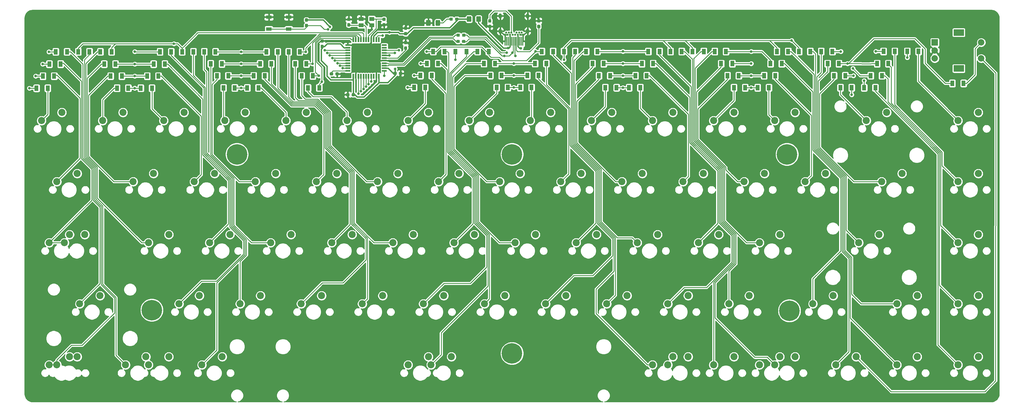
<source format=gtl>
G04 #@! TF.GenerationSoftware,KiCad,Pcbnew,(5.1.5)-3*
G04 #@! TF.CreationDate,2020-07-10T10:23:00+02:00*
G04 #@! TF.ProjectId,65_keyboard_pcb,36355f6b-6579-4626-9f61-72645f706362,rev?*
G04 #@! TF.SameCoordinates,Original*
G04 #@! TF.FileFunction,Copper,L1,Top*
G04 #@! TF.FilePolarity,Positive*
%FSLAX46Y46*%
G04 Gerber Fmt 4.6, Leading zero omitted, Abs format (unit mm)*
G04 Created by KiCad (PCBNEW (5.1.5)-3) date 2020-07-10 10:23:00*
%MOMM*%
%LPD*%
G04 APERTURE LIST*
%ADD10C,6.400000*%
%ADD11R,1.800000X1.100000*%
%ADD12R,1.300000X1.700000*%
%ADD13C,0.100000*%
%ADD14C,2.200000*%
%ADD15C,2.000000*%
%ADD16R,3.200000X2.000000*%
%ADD17R,2.000000X2.000000*%
%ADD18R,1.500000X0.550000*%
%ADD19R,0.550000X1.500000*%
%ADD20R,0.300000X2.700000*%
%ADD21C,0.650000*%
%ADD22O,1.000000X1.600000*%
%ADD23R,1.600000X1.300000*%
%ADD24C,0.800000*%
%ADD25C,0.254000*%
%ADD26C,0.381000*%
G04 APERTURE END LIST*
D10*
X214947500Y-140242500D03*
X301447500Y-126942500D03*
X102647500Y-126742500D03*
X214947500Y-78142500D03*
X300697500Y-78142500D03*
X129197500Y-78142500D03*
D11*
X145347500Y-39022500D03*
X139147500Y-39022500D03*
X145347500Y-35322500D03*
X139147500Y-35322500D03*
D12*
X83200000Y-46150000D03*
X79700000Y-46150000D03*
X86600000Y-46150000D03*
X90100000Y-46150000D03*
X87800000Y-50000000D03*
X91300000Y-50000000D03*
X74197500Y-49992500D03*
X70697500Y-49992500D03*
X89800000Y-53750000D03*
X93300000Y-53750000D03*
X72197500Y-53742500D03*
X68697500Y-53742500D03*
X91800000Y-57500000D03*
X95300000Y-57500000D03*
X70200000Y-57512500D03*
X66700000Y-57512500D03*
X76200000Y-46150000D03*
X72700000Y-46150000D03*
G04 #@! TA.AperFunction,SMDPad,CuDef*
D13*
G36*
X198483279Y-40468644D02*
G01*
X198506334Y-40472063D01*
X198528943Y-40477727D01*
X198550887Y-40485579D01*
X198571957Y-40495544D01*
X198591948Y-40507526D01*
X198610668Y-40521410D01*
X198627938Y-40537062D01*
X198643590Y-40554332D01*
X198657474Y-40573052D01*
X198669456Y-40593043D01*
X198679421Y-40614113D01*
X198687273Y-40636057D01*
X198692937Y-40658666D01*
X198696356Y-40681721D01*
X198697500Y-40705000D01*
X198697500Y-41180000D01*
X198696356Y-41203279D01*
X198692937Y-41226334D01*
X198687273Y-41248943D01*
X198679421Y-41270887D01*
X198669456Y-41291957D01*
X198657474Y-41311948D01*
X198643590Y-41330668D01*
X198627938Y-41347938D01*
X198610668Y-41363590D01*
X198591948Y-41377474D01*
X198571957Y-41389456D01*
X198550887Y-41399421D01*
X198528943Y-41407273D01*
X198506334Y-41412937D01*
X198483279Y-41416356D01*
X198460000Y-41417500D01*
X197885000Y-41417500D01*
X197861721Y-41416356D01*
X197838666Y-41412937D01*
X197816057Y-41407273D01*
X197794113Y-41399421D01*
X197773043Y-41389456D01*
X197753052Y-41377474D01*
X197734332Y-41363590D01*
X197717062Y-41347938D01*
X197701410Y-41330668D01*
X197687526Y-41311948D01*
X197675544Y-41291957D01*
X197665579Y-41270887D01*
X197657727Y-41248943D01*
X197652063Y-41226334D01*
X197648644Y-41203279D01*
X197647500Y-41180000D01*
X197647500Y-40705000D01*
X197648644Y-40681721D01*
X197652063Y-40658666D01*
X197657727Y-40636057D01*
X197665579Y-40614113D01*
X197675544Y-40593043D01*
X197687526Y-40573052D01*
X197701410Y-40554332D01*
X197717062Y-40537062D01*
X197734332Y-40521410D01*
X197753052Y-40507526D01*
X197773043Y-40495544D01*
X197794113Y-40485579D01*
X197816057Y-40477727D01*
X197838666Y-40472063D01*
X197861721Y-40468644D01*
X197885000Y-40467500D01*
X198460000Y-40467500D01*
X198483279Y-40468644D01*
G37*
G04 #@! TD.AperFunction*
G04 #@! TA.AperFunction,SMDPad,CuDef*
G36*
X200233279Y-40468644D02*
G01*
X200256334Y-40472063D01*
X200278943Y-40477727D01*
X200300887Y-40485579D01*
X200321957Y-40495544D01*
X200341948Y-40507526D01*
X200360668Y-40521410D01*
X200377938Y-40537062D01*
X200393590Y-40554332D01*
X200407474Y-40573052D01*
X200419456Y-40593043D01*
X200429421Y-40614113D01*
X200437273Y-40636057D01*
X200442937Y-40658666D01*
X200446356Y-40681721D01*
X200447500Y-40705000D01*
X200447500Y-41180000D01*
X200446356Y-41203279D01*
X200442937Y-41226334D01*
X200437273Y-41248943D01*
X200429421Y-41270887D01*
X200419456Y-41291957D01*
X200407474Y-41311948D01*
X200393590Y-41330668D01*
X200377938Y-41347938D01*
X200360668Y-41363590D01*
X200341948Y-41377474D01*
X200321957Y-41389456D01*
X200300887Y-41399421D01*
X200278943Y-41407273D01*
X200256334Y-41412937D01*
X200233279Y-41416356D01*
X200210000Y-41417500D01*
X199635000Y-41417500D01*
X199611721Y-41416356D01*
X199588666Y-41412937D01*
X199566057Y-41407273D01*
X199544113Y-41399421D01*
X199523043Y-41389456D01*
X199503052Y-41377474D01*
X199484332Y-41363590D01*
X199467062Y-41347938D01*
X199451410Y-41330668D01*
X199437526Y-41311948D01*
X199425544Y-41291957D01*
X199415579Y-41270887D01*
X199407727Y-41248943D01*
X199402063Y-41226334D01*
X199398644Y-41203279D01*
X199397500Y-41180000D01*
X199397500Y-40705000D01*
X199398644Y-40681721D01*
X199402063Y-40658666D01*
X199407727Y-40636057D01*
X199415579Y-40614113D01*
X199425544Y-40593043D01*
X199437526Y-40573052D01*
X199451410Y-40554332D01*
X199467062Y-40537062D01*
X199484332Y-40521410D01*
X199503052Y-40507526D01*
X199523043Y-40495544D01*
X199544113Y-40485579D01*
X199566057Y-40477727D01*
X199588666Y-40472063D01*
X199611721Y-40468644D01*
X199635000Y-40467500D01*
X200210000Y-40467500D01*
X200233279Y-40468644D01*
G37*
G04 #@! TD.AperFunction*
D12*
X315350000Y-53600000D03*
X318850000Y-53600000D03*
D14*
X284162500Y-141287500D03*
X277812500Y-143827500D03*
X265112500Y-141287500D03*
X258762500Y-143827500D03*
D12*
X355750000Y-56000000D03*
X352250000Y-56000000D03*
X274750000Y-46050000D03*
X271250000Y-46050000D03*
X328247500Y-57352500D03*
X324747500Y-57352500D03*
X307950000Y-46050000D03*
X304450000Y-46050000D03*
X301050000Y-46050000D03*
X297550000Y-46050000D03*
X267850000Y-46050000D03*
X264350000Y-46050000D03*
X234650000Y-46050000D03*
X231150000Y-46050000D03*
X200800000Y-46050000D03*
X197300000Y-46050000D03*
X115600000Y-46150000D03*
X112100000Y-46150000D03*
X330297500Y-53592500D03*
X326797500Y-53592500D03*
X311350000Y-46050000D03*
X314850000Y-46050000D03*
X299050000Y-49850000D03*
X295550000Y-49850000D03*
X278150000Y-46050000D03*
X281650000Y-46050000D03*
X260950000Y-46050000D03*
X257450000Y-46050000D03*
X238050000Y-46050000D03*
X241550000Y-46050000D03*
X227750000Y-46050000D03*
X224250000Y-46050000D03*
X204200000Y-46050000D03*
X207700000Y-46050000D03*
X193900000Y-46050000D03*
X190400000Y-46050000D03*
X145300000Y-46150000D03*
X148800000Y-46150000D03*
X141900000Y-46150000D03*
X138400000Y-46150000D03*
X119000000Y-46150000D03*
X122500000Y-46150000D03*
X108700000Y-46150000D03*
X105200000Y-46150000D03*
X332297500Y-49852500D03*
X328797500Y-49852500D03*
X313350000Y-49850000D03*
X316850000Y-49850000D03*
X280150000Y-49850000D03*
X283650000Y-49850000D03*
X258950000Y-49850000D03*
X255450000Y-49850000D03*
X240050000Y-49850000D03*
X243550000Y-49850000D03*
X225650000Y-49800000D03*
X222150000Y-49800000D03*
X206200000Y-49800000D03*
X209700000Y-49800000D03*
X191900000Y-49800000D03*
X188400000Y-49800000D03*
X147350000Y-49900000D03*
X150850000Y-49900000D03*
X139900000Y-49900000D03*
X136400000Y-49900000D03*
X121000000Y-49900000D03*
X124500000Y-49900000D03*
X106700000Y-50000000D03*
X103200000Y-50000000D03*
X334297500Y-46042500D03*
X330797500Y-46042500D03*
X297050000Y-53600000D03*
X293550000Y-53600000D03*
X282150000Y-53600000D03*
X285650000Y-53600000D03*
X256950000Y-53600000D03*
X253450000Y-53600000D03*
X242050000Y-53600000D03*
X245550000Y-53600000D03*
X223250000Y-53550000D03*
X219750000Y-53550000D03*
X208200000Y-53550000D03*
X211700000Y-53550000D03*
X189900000Y-53550000D03*
X186400000Y-53550000D03*
X149350000Y-53650000D03*
X152850000Y-53650000D03*
X137900000Y-53650000D03*
X134400000Y-53650000D03*
X123000000Y-53650000D03*
X126500000Y-53650000D03*
X104700000Y-53750000D03*
X101200000Y-53750000D03*
X341697500Y-46042500D03*
X338197500Y-46042500D03*
X317350000Y-57350000D03*
X320850000Y-57350000D03*
X295050000Y-57350000D03*
X291550000Y-57350000D03*
X284150000Y-57350000D03*
X287650000Y-57350000D03*
X254950000Y-57350000D03*
X251450000Y-57350000D03*
X244050000Y-57350000D03*
X247550000Y-57350000D03*
X221050000Y-57300000D03*
X217550000Y-57300000D03*
X210150000Y-57300000D03*
X213650000Y-57300000D03*
X187900000Y-57300000D03*
X184400000Y-57300000D03*
X151350000Y-57400000D03*
X154850000Y-57400000D03*
X135900000Y-57400000D03*
X132400000Y-57400000D03*
X125000000Y-57400000D03*
X128500000Y-57400000D03*
X102700000Y-57500000D03*
X99200000Y-57500000D03*
G04 #@! TA.AperFunction,SMDPad,CuDef*
D13*
G36*
X164308279Y-37243644D02*
G01*
X164331334Y-37247063D01*
X164353943Y-37252727D01*
X164375887Y-37260579D01*
X164396957Y-37270544D01*
X164416948Y-37282526D01*
X164435668Y-37296410D01*
X164452938Y-37312062D01*
X164468590Y-37329332D01*
X164482474Y-37348052D01*
X164494456Y-37368043D01*
X164504421Y-37389113D01*
X164512273Y-37411057D01*
X164517937Y-37433666D01*
X164521356Y-37456721D01*
X164522500Y-37480000D01*
X164522500Y-38055000D01*
X164521356Y-38078279D01*
X164517937Y-38101334D01*
X164512273Y-38123943D01*
X164504421Y-38145887D01*
X164494456Y-38166957D01*
X164482474Y-38186948D01*
X164468590Y-38205668D01*
X164452938Y-38222938D01*
X164435668Y-38238590D01*
X164416948Y-38252474D01*
X164396957Y-38264456D01*
X164375887Y-38274421D01*
X164353943Y-38282273D01*
X164331334Y-38287937D01*
X164308279Y-38291356D01*
X164285000Y-38292500D01*
X163810000Y-38292500D01*
X163786721Y-38291356D01*
X163763666Y-38287937D01*
X163741057Y-38282273D01*
X163719113Y-38274421D01*
X163698043Y-38264456D01*
X163678052Y-38252474D01*
X163659332Y-38238590D01*
X163642062Y-38222938D01*
X163626410Y-38205668D01*
X163612526Y-38186948D01*
X163600544Y-38166957D01*
X163590579Y-38145887D01*
X163582727Y-38123943D01*
X163577063Y-38101334D01*
X163573644Y-38078279D01*
X163572500Y-38055000D01*
X163572500Y-37480000D01*
X163573644Y-37456721D01*
X163577063Y-37433666D01*
X163582727Y-37411057D01*
X163590579Y-37389113D01*
X163600544Y-37368043D01*
X163612526Y-37348052D01*
X163626410Y-37329332D01*
X163642062Y-37312062D01*
X163659332Y-37296410D01*
X163678052Y-37282526D01*
X163698043Y-37270544D01*
X163719113Y-37260579D01*
X163741057Y-37252727D01*
X163763666Y-37247063D01*
X163786721Y-37243644D01*
X163810000Y-37242500D01*
X164285000Y-37242500D01*
X164308279Y-37243644D01*
G37*
G04 #@! TD.AperFunction*
G04 #@! TA.AperFunction,SMDPad,CuDef*
G36*
X164308279Y-35493644D02*
G01*
X164331334Y-35497063D01*
X164353943Y-35502727D01*
X164375887Y-35510579D01*
X164396957Y-35520544D01*
X164416948Y-35532526D01*
X164435668Y-35546410D01*
X164452938Y-35562062D01*
X164468590Y-35579332D01*
X164482474Y-35598052D01*
X164494456Y-35618043D01*
X164504421Y-35639113D01*
X164512273Y-35661057D01*
X164517937Y-35683666D01*
X164521356Y-35706721D01*
X164522500Y-35730000D01*
X164522500Y-36305000D01*
X164521356Y-36328279D01*
X164517937Y-36351334D01*
X164512273Y-36373943D01*
X164504421Y-36395887D01*
X164494456Y-36416957D01*
X164482474Y-36436948D01*
X164468590Y-36455668D01*
X164452938Y-36472938D01*
X164435668Y-36488590D01*
X164416948Y-36502474D01*
X164396957Y-36514456D01*
X164375887Y-36524421D01*
X164353943Y-36532273D01*
X164331334Y-36537937D01*
X164308279Y-36541356D01*
X164285000Y-36542500D01*
X163810000Y-36542500D01*
X163786721Y-36541356D01*
X163763666Y-36537937D01*
X163741057Y-36532273D01*
X163719113Y-36524421D01*
X163698043Y-36514456D01*
X163678052Y-36502474D01*
X163659332Y-36488590D01*
X163642062Y-36472938D01*
X163626410Y-36455668D01*
X163612526Y-36436948D01*
X163600544Y-36416957D01*
X163590579Y-36395887D01*
X163582727Y-36373943D01*
X163577063Y-36351334D01*
X163573644Y-36328279D01*
X163572500Y-36305000D01*
X163572500Y-35730000D01*
X163573644Y-35706721D01*
X163577063Y-35683666D01*
X163582727Y-35661057D01*
X163590579Y-35639113D01*
X163600544Y-35618043D01*
X163612526Y-35598052D01*
X163626410Y-35579332D01*
X163642062Y-35562062D01*
X163659332Y-35546410D01*
X163678052Y-35532526D01*
X163698043Y-35520544D01*
X163719113Y-35510579D01*
X163741057Y-35502727D01*
X163763666Y-35497063D01*
X163786721Y-35493644D01*
X163810000Y-35492500D01*
X164285000Y-35492500D01*
X164308279Y-35493644D01*
G37*
G04 #@! TD.AperFunction*
G04 #@! TA.AperFunction,SMDPad,CuDef*
G36*
X182058279Y-38243644D02*
G01*
X182081334Y-38247063D01*
X182103943Y-38252727D01*
X182125887Y-38260579D01*
X182146957Y-38270544D01*
X182166948Y-38282526D01*
X182185668Y-38296410D01*
X182202938Y-38312062D01*
X182218590Y-38329332D01*
X182232474Y-38348052D01*
X182244456Y-38368043D01*
X182254421Y-38389113D01*
X182262273Y-38411057D01*
X182267937Y-38433666D01*
X182271356Y-38456721D01*
X182272500Y-38480000D01*
X182272500Y-39055000D01*
X182271356Y-39078279D01*
X182267937Y-39101334D01*
X182262273Y-39123943D01*
X182254421Y-39145887D01*
X182244456Y-39166957D01*
X182232474Y-39186948D01*
X182218590Y-39205668D01*
X182202938Y-39222938D01*
X182185668Y-39238590D01*
X182166948Y-39252474D01*
X182146957Y-39264456D01*
X182125887Y-39274421D01*
X182103943Y-39282273D01*
X182081334Y-39287937D01*
X182058279Y-39291356D01*
X182035000Y-39292500D01*
X181560000Y-39292500D01*
X181536721Y-39291356D01*
X181513666Y-39287937D01*
X181491057Y-39282273D01*
X181469113Y-39274421D01*
X181448043Y-39264456D01*
X181428052Y-39252474D01*
X181409332Y-39238590D01*
X181392062Y-39222938D01*
X181376410Y-39205668D01*
X181362526Y-39186948D01*
X181350544Y-39166957D01*
X181340579Y-39145887D01*
X181332727Y-39123943D01*
X181327063Y-39101334D01*
X181323644Y-39078279D01*
X181322500Y-39055000D01*
X181322500Y-38480000D01*
X181323644Y-38456721D01*
X181327063Y-38433666D01*
X181332727Y-38411057D01*
X181340579Y-38389113D01*
X181350544Y-38368043D01*
X181362526Y-38348052D01*
X181376410Y-38329332D01*
X181392062Y-38312062D01*
X181409332Y-38296410D01*
X181428052Y-38282526D01*
X181448043Y-38270544D01*
X181469113Y-38260579D01*
X181491057Y-38252727D01*
X181513666Y-38247063D01*
X181536721Y-38243644D01*
X181560000Y-38242500D01*
X182035000Y-38242500D01*
X182058279Y-38243644D01*
G37*
G04 #@! TD.AperFunction*
G04 #@! TA.AperFunction,SMDPad,CuDef*
G36*
X182058279Y-39993644D02*
G01*
X182081334Y-39997063D01*
X182103943Y-40002727D01*
X182125887Y-40010579D01*
X182146957Y-40020544D01*
X182166948Y-40032526D01*
X182185668Y-40046410D01*
X182202938Y-40062062D01*
X182218590Y-40079332D01*
X182232474Y-40098052D01*
X182244456Y-40118043D01*
X182254421Y-40139113D01*
X182262273Y-40161057D01*
X182267937Y-40183666D01*
X182271356Y-40206721D01*
X182272500Y-40230000D01*
X182272500Y-40805000D01*
X182271356Y-40828279D01*
X182267937Y-40851334D01*
X182262273Y-40873943D01*
X182254421Y-40895887D01*
X182244456Y-40916957D01*
X182232474Y-40936948D01*
X182218590Y-40955668D01*
X182202938Y-40972938D01*
X182185668Y-40988590D01*
X182166948Y-41002474D01*
X182146957Y-41014456D01*
X182125887Y-41024421D01*
X182103943Y-41032273D01*
X182081334Y-41037937D01*
X182058279Y-41041356D01*
X182035000Y-41042500D01*
X181560000Y-41042500D01*
X181536721Y-41041356D01*
X181513666Y-41037937D01*
X181491057Y-41032273D01*
X181469113Y-41024421D01*
X181448043Y-41014456D01*
X181428052Y-41002474D01*
X181409332Y-40988590D01*
X181392062Y-40972938D01*
X181376410Y-40955668D01*
X181362526Y-40936948D01*
X181350544Y-40916957D01*
X181340579Y-40895887D01*
X181332727Y-40873943D01*
X181327063Y-40851334D01*
X181323644Y-40828279D01*
X181322500Y-40805000D01*
X181322500Y-40230000D01*
X181323644Y-40206721D01*
X181327063Y-40183666D01*
X181332727Y-40161057D01*
X181340579Y-40139113D01*
X181350544Y-40118043D01*
X181362526Y-40098052D01*
X181376410Y-40079332D01*
X181392062Y-40062062D01*
X181409332Y-40046410D01*
X181428052Y-40032526D01*
X181448043Y-40020544D01*
X181469113Y-40010579D01*
X181491057Y-40002727D01*
X181513666Y-39997063D01*
X181536721Y-39993644D01*
X181560000Y-39992500D01*
X182035000Y-39992500D01*
X182058279Y-39993644D01*
G37*
G04 #@! TD.AperFunction*
G04 #@! TA.AperFunction,SMDPad,CuDef*
G36*
X165793279Y-59078644D02*
G01*
X165816334Y-59082063D01*
X165838943Y-59087727D01*
X165860887Y-59095579D01*
X165881957Y-59105544D01*
X165901948Y-59117526D01*
X165920668Y-59131410D01*
X165937938Y-59147062D01*
X165953590Y-59164332D01*
X165967474Y-59183052D01*
X165979456Y-59203043D01*
X165989421Y-59224113D01*
X165997273Y-59246057D01*
X166002937Y-59268666D01*
X166006356Y-59291721D01*
X166007500Y-59315000D01*
X166007500Y-59790000D01*
X166006356Y-59813279D01*
X166002937Y-59836334D01*
X165997273Y-59858943D01*
X165989421Y-59880887D01*
X165979456Y-59901957D01*
X165967474Y-59921948D01*
X165953590Y-59940668D01*
X165937938Y-59957938D01*
X165920668Y-59973590D01*
X165901948Y-59987474D01*
X165881957Y-59999456D01*
X165860887Y-60009421D01*
X165838943Y-60017273D01*
X165816334Y-60022937D01*
X165793279Y-60026356D01*
X165770000Y-60027500D01*
X165195000Y-60027500D01*
X165171721Y-60026356D01*
X165148666Y-60022937D01*
X165126057Y-60017273D01*
X165104113Y-60009421D01*
X165083043Y-59999456D01*
X165063052Y-59987474D01*
X165044332Y-59973590D01*
X165027062Y-59957938D01*
X165011410Y-59940668D01*
X164997526Y-59921948D01*
X164985544Y-59901957D01*
X164975579Y-59880887D01*
X164967727Y-59858943D01*
X164962063Y-59836334D01*
X164958644Y-59813279D01*
X164957500Y-59790000D01*
X164957500Y-59315000D01*
X164958644Y-59291721D01*
X164962063Y-59268666D01*
X164967727Y-59246057D01*
X164975579Y-59224113D01*
X164985544Y-59203043D01*
X164997526Y-59183052D01*
X165011410Y-59164332D01*
X165027062Y-59147062D01*
X165044332Y-59131410D01*
X165063052Y-59117526D01*
X165083043Y-59105544D01*
X165104113Y-59095579D01*
X165126057Y-59087727D01*
X165148666Y-59082063D01*
X165171721Y-59078644D01*
X165195000Y-59077500D01*
X165770000Y-59077500D01*
X165793279Y-59078644D01*
G37*
G04 #@! TD.AperFunction*
G04 #@! TA.AperFunction,SMDPad,CuDef*
G36*
X164043279Y-59078644D02*
G01*
X164066334Y-59082063D01*
X164088943Y-59087727D01*
X164110887Y-59095579D01*
X164131957Y-59105544D01*
X164151948Y-59117526D01*
X164170668Y-59131410D01*
X164187938Y-59147062D01*
X164203590Y-59164332D01*
X164217474Y-59183052D01*
X164229456Y-59203043D01*
X164239421Y-59224113D01*
X164247273Y-59246057D01*
X164252937Y-59268666D01*
X164256356Y-59291721D01*
X164257500Y-59315000D01*
X164257500Y-59790000D01*
X164256356Y-59813279D01*
X164252937Y-59836334D01*
X164247273Y-59858943D01*
X164239421Y-59880887D01*
X164229456Y-59901957D01*
X164217474Y-59921948D01*
X164203590Y-59940668D01*
X164187938Y-59957938D01*
X164170668Y-59973590D01*
X164151948Y-59987474D01*
X164131957Y-59999456D01*
X164110887Y-60009421D01*
X164088943Y-60017273D01*
X164066334Y-60022937D01*
X164043279Y-60026356D01*
X164020000Y-60027500D01*
X163445000Y-60027500D01*
X163421721Y-60026356D01*
X163398666Y-60022937D01*
X163376057Y-60017273D01*
X163354113Y-60009421D01*
X163333043Y-59999456D01*
X163313052Y-59987474D01*
X163294332Y-59973590D01*
X163277062Y-59957938D01*
X163261410Y-59940668D01*
X163247526Y-59921948D01*
X163235544Y-59901957D01*
X163225579Y-59880887D01*
X163217727Y-59858943D01*
X163212063Y-59836334D01*
X163208644Y-59813279D01*
X163207500Y-59790000D01*
X163207500Y-59315000D01*
X163208644Y-59291721D01*
X163212063Y-59268666D01*
X163217727Y-59246057D01*
X163225579Y-59224113D01*
X163235544Y-59203043D01*
X163247526Y-59183052D01*
X163261410Y-59164332D01*
X163277062Y-59147062D01*
X163294332Y-59131410D01*
X163313052Y-59117526D01*
X163333043Y-59105544D01*
X163354113Y-59095579D01*
X163376057Y-59087727D01*
X163398666Y-59082063D01*
X163421721Y-59078644D01*
X163445000Y-59077500D01*
X164020000Y-59077500D01*
X164043279Y-59078644D01*
G37*
G04 #@! TD.AperFunction*
G04 #@! TA.AperFunction,SMDPad,CuDef*
G36*
X156008279Y-42243644D02*
G01*
X156031334Y-42247063D01*
X156053943Y-42252727D01*
X156075887Y-42260579D01*
X156096957Y-42270544D01*
X156116948Y-42282526D01*
X156135668Y-42296410D01*
X156152938Y-42312062D01*
X156168590Y-42329332D01*
X156182474Y-42348052D01*
X156194456Y-42368043D01*
X156204421Y-42389113D01*
X156212273Y-42411057D01*
X156217937Y-42433666D01*
X156221356Y-42456721D01*
X156222500Y-42480000D01*
X156222500Y-43055000D01*
X156221356Y-43078279D01*
X156217937Y-43101334D01*
X156212273Y-43123943D01*
X156204421Y-43145887D01*
X156194456Y-43166957D01*
X156182474Y-43186948D01*
X156168590Y-43205668D01*
X156152938Y-43222938D01*
X156135668Y-43238590D01*
X156116948Y-43252474D01*
X156096957Y-43264456D01*
X156075887Y-43274421D01*
X156053943Y-43282273D01*
X156031334Y-43287937D01*
X156008279Y-43291356D01*
X155985000Y-43292500D01*
X155510000Y-43292500D01*
X155486721Y-43291356D01*
X155463666Y-43287937D01*
X155441057Y-43282273D01*
X155419113Y-43274421D01*
X155398043Y-43264456D01*
X155378052Y-43252474D01*
X155359332Y-43238590D01*
X155342062Y-43222938D01*
X155326410Y-43205668D01*
X155312526Y-43186948D01*
X155300544Y-43166957D01*
X155290579Y-43145887D01*
X155282727Y-43123943D01*
X155277063Y-43101334D01*
X155273644Y-43078279D01*
X155272500Y-43055000D01*
X155272500Y-42480000D01*
X155273644Y-42456721D01*
X155277063Y-42433666D01*
X155282727Y-42411057D01*
X155290579Y-42389113D01*
X155300544Y-42368043D01*
X155312526Y-42348052D01*
X155326410Y-42329332D01*
X155342062Y-42312062D01*
X155359332Y-42296410D01*
X155378052Y-42282526D01*
X155398043Y-42270544D01*
X155419113Y-42260579D01*
X155441057Y-42252727D01*
X155463666Y-42247063D01*
X155486721Y-42243644D01*
X155510000Y-42242500D01*
X155985000Y-42242500D01*
X156008279Y-42243644D01*
G37*
G04 #@! TD.AperFunction*
G04 #@! TA.AperFunction,SMDPad,CuDef*
G36*
X156008279Y-43993644D02*
G01*
X156031334Y-43997063D01*
X156053943Y-44002727D01*
X156075887Y-44010579D01*
X156096957Y-44020544D01*
X156116948Y-44032526D01*
X156135668Y-44046410D01*
X156152938Y-44062062D01*
X156168590Y-44079332D01*
X156182474Y-44098052D01*
X156194456Y-44118043D01*
X156204421Y-44139113D01*
X156212273Y-44161057D01*
X156217937Y-44183666D01*
X156221356Y-44206721D01*
X156222500Y-44230000D01*
X156222500Y-44805000D01*
X156221356Y-44828279D01*
X156217937Y-44851334D01*
X156212273Y-44873943D01*
X156204421Y-44895887D01*
X156194456Y-44916957D01*
X156182474Y-44936948D01*
X156168590Y-44955668D01*
X156152938Y-44972938D01*
X156135668Y-44988590D01*
X156116948Y-45002474D01*
X156096957Y-45014456D01*
X156075887Y-45024421D01*
X156053943Y-45032273D01*
X156031334Y-45037937D01*
X156008279Y-45041356D01*
X155985000Y-45042500D01*
X155510000Y-45042500D01*
X155486721Y-45041356D01*
X155463666Y-45037937D01*
X155441057Y-45032273D01*
X155419113Y-45024421D01*
X155398043Y-45014456D01*
X155378052Y-45002474D01*
X155359332Y-44988590D01*
X155342062Y-44972938D01*
X155326410Y-44955668D01*
X155312526Y-44936948D01*
X155300544Y-44916957D01*
X155290579Y-44895887D01*
X155282727Y-44873943D01*
X155277063Y-44851334D01*
X155273644Y-44828279D01*
X155272500Y-44805000D01*
X155272500Y-44230000D01*
X155273644Y-44206721D01*
X155277063Y-44183666D01*
X155282727Y-44161057D01*
X155290579Y-44139113D01*
X155300544Y-44118043D01*
X155312526Y-44098052D01*
X155326410Y-44079332D01*
X155342062Y-44062062D01*
X155359332Y-44046410D01*
X155378052Y-44032526D01*
X155398043Y-44020544D01*
X155419113Y-44010579D01*
X155441057Y-44002727D01*
X155463666Y-43997063D01*
X155486721Y-43993644D01*
X155510000Y-43992500D01*
X155985000Y-43992500D01*
X156008279Y-43993644D01*
G37*
G04 #@! TD.AperFunction*
G04 #@! TA.AperFunction,SMDPad,CuDef*
G36*
X175308279Y-37243644D02*
G01*
X175331334Y-37247063D01*
X175353943Y-37252727D01*
X175375887Y-37260579D01*
X175396957Y-37270544D01*
X175416948Y-37282526D01*
X175435668Y-37296410D01*
X175452938Y-37312062D01*
X175468590Y-37329332D01*
X175482474Y-37348052D01*
X175494456Y-37368043D01*
X175504421Y-37389113D01*
X175512273Y-37411057D01*
X175517937Y-37433666D01*
X175521356Y-37456721D01*
X175522500Y-37480000D01*
X175522500Y-38055000D01*
X175521356Y-38078279D01*
X175517937Y-38101334D01*
X175512273Y-38123943D01*
X175504421Y-38145887D01*
X175494456Y-38166957D01*
X175482474Y-38186948D01*
X175468590Y-38205668D01*
X175452938Y-38222938D01*
X175435668Y-38238590D01*
X175416948Y-38252474D01*
X175396957Y-38264456D01*
X175375887Y-38274421D01*
X175353943Y-38282273D01*
X175331334Y-38287937D01*
X175308279Y-38291356D01*
X175285000Y-38292500D01*
X174810000Y-38292500D01*
X174786721Y-38291356D01*
X174763666Y-38287937D01*
X174741057Y-38282273D01*
X174719113Y-38274421D01*
X174698043Y-38264456D01*
X174678052Y-38252474D01*
X174659332Y-38238590D01*
X174642062Y-38222938D01*
X174626410Y-38205668D01*
X174612526Y-38186948D01*
X174600544Y-38166957D01*
X174590579Y-38145887D01*
X174582727Y-38123943D01*
X174577063Y-38101334D01*
X174573644Y-38078279D01*
X174572500Y-38055000D01*
X174572500Y-37480000D01*
X174573644Y-37456721D01*
X174577063Y-37433666D01*
X174582727Y-37411057D01*
X174590579Y-37389113D01*
X174600544Y-37368043D01*
X174612526Y-37348052D01*
X174626410Y-37329332D01*
X174642062Y-37312062D01*
X174659332Y-37296410D01*
X174678052Y-37282526D01*
X174698043Y-37270544D01*
X174719113Y-37260579D01*
X174741057Y-37252727D01*
X174763666Y-37247063D01*
X174786721Y-37243644D01*
X174810000Y-37242500D01*
X175285000Y-37242500D01*
X175308279Y-37243644D01*
G37*
G04 #@! TD.AperFunction*
G04 #@! TA.AperFunction,SMDPad,CuDef*
G36*
X175308279Y-35493644D02*
G01*
X175331334Y-35497063D01*
X175353943Y-35502727D01*
X175375887Y-35510579D01*
X175396957Y-35520544D01*
X175416948Y-35532526D01*
X175435668Y-35546410D01*
X175452938Y-35562062D01*
X175468590Y-35579332D01*
X175482474Y-35598052D01*
X175494456Y-35618043D01*
X175504421Y-35639113D01*
X175512273Y-35661057D01*
X175517937Y-35683666D01*
X175521356Y-35706721D01*
X175522500Y-35730000D01*
X175522500Y-36305000D01*
X175521356Y-36328279D01*
X175517937Y-36351334D01*
X175512273Y-36373943D01*
X175504421Y-36395887D01*
X175494456Y-36416957D01*
X175482474Y-36436948D01*
X175468590Y-36455668D01*
X175452938Y-36472938D01*
X175435668Y-36488590D01*
X175416948Y-36502474D01*
X175396957Y-36514456D01*
X175375887Y-36524421D01*
X175353943Y-36532273D01*
X175331334Y-36537937D01*
X175308279Y-36541356D01*
X175285000Y-36542500D01*
X174810000Y-36542500D01*
X174786721Y-36541356D01*
X174763666Y-36537937D01*
X174741057Y-36532273D01*
X174719113Y-36524421D01*
X174698043Y-36514456D01*
X174678052Y-36502474D01*
X174659332Y-36488590D01*
X174642062Y-36472938D01*
X174626410Y-36455668D01*
X174612526Y-36436948D01*
X174600544Y-36416957D01*
X174590579Y-36395887D01*
X174582727Y-36373943D01*
X174577063Y-36351334D01*
X174573644Y-36328279D01*
X174572500Y-36305000D01*
X174572500Y-35730000D01*
X174573644Y-35706721D01*
X174577063Y-35683666D01*
X174582727Y-35661057D01*
X174590579Y-35639113D01*
X174600544Y-35618043D01*
X174612526Y-35598052D01*
X174626410Y-35579332D01*
X174642062Y-35562062D01*
X174659332Y-35546410D01*
X174678052Y-35532526D01*
X174698043Y-35520544D01*
X174719113Y-35510579D01*
X174741057Y-35502727D01*
X174763666Y-35497063D01*
X174786721Y-35493644D01*
X174810000Y-35492500D01*
X175285000Y-35492500D01*
X175308279Y-35493644D01*
G37*
G04 #@! TD.AperFunction*
G04 #@! TA.AperFunction,SMDPad,CuDef*
G36*
X178783279Y-52418644D02*
G01*
X178806334Y-52422063D01*
X178828943Y-52427727D01*
X178850887Y-52435579D01*
X178871957Y-52445544D01*
X178891948Y-52457526D01*
X178910668Y-52471410D01*
X178927938Y-52487062D01*
X178943590Y-52504332D01*
X178957474Y-52523052D01*
X178969456Y-52543043D01*
X178979421Y-52564113D01*
X178987273Y-52586057D01*
X178992937Y-52608666D01*
X178996356Y-52631721D01*
X178997500Y-52655000D01*
X178997500Y-53130000D01*
X178996356Y-53153279D01*
X178992937Y-53176334D01*
X178987273Y-53198943D01*
X178979421Y-53220887D01*
X178969456Y-53241957D01*
X178957474Y-53261948D01*
X178943590Y-53280668D01*
X178927938Y-53297938D01*
X178910668Y-53313590D01*
X178891948Y-53327474D01*
X178871957Y-53339456D01*
X178850887Y-53349421D01*
X178828943Y-53357273D01*
X178806334Y-53362937D01*
X178783279Y-53366356D01*
X178760000Y-53367500D01*
X178185000Y-53367500D01*
X178161721Y-53366356D01*
X178138666Y-53362937D01*
X178116057Y-53357273D01*
X178094113Y-53349421D01*
X178073043Y-53339456D01*
X178053052Y-53327474D01*
X178034332Y-53313590D01*
X178017062Y-53297938D01*
X178001410Y-53280668D01*
X177987526Y-53261948D01*
X177975544Y-53241957D01*
X177965579Y-53220887D01*
X177957727Y-53198943D01*
X177952063Y-53176334D01*
X177948644Y-53153279D01*
X177947500Y-53130000D01*
X177947500Y-52655000D01*
X177948644Y-52631721D01*
X177952063Y-52608666D01*
X177957727Y-52586057D01*
X177965579Y-52564113D01*
X177975544Y-52543043D01*
X177987526Y-52523052D01*
X178001410Y-52504332D01*
X178017062Y-52487062D01*
X178034332Y-52471410D01*
X178053052Y-52457526D01*
X178073043Y-52445544D01*
X178094113Y-52435579D01*
X178116057Y-52427727D01*
X178138666Y-52422063D01*
X178161721Y-52418644D01*
X178185000Y-52417500D01*
X178760000Y-52417500D01*
X178783279Y-52418644D01*
G37*
G04 #@! TD.AperFunction*
G04 #@! TA.AperFunction,SMDPad,CuDef*
G36*
X180533279Y-52418644D02*
G01*
X180556334Y-52422063D01*
X180578943Y-52427727D01*
X180600887Y-52435579D01*
X180621957Y-52445544D01*
X180641948Y-52457526D01*
X180660668Y-52471410D01*
X180677938Y-52487062D01*
X180693590Y-52504332D01*
X180707474Y-52523052D01*
X180719456Y-52543043D01*
X180729421Y-52564113D01*
X180737273Y-52586057D01*
X180742937Y-52608666D01*
X180746356Y-52631721D01*
X180747500Y-52655000D01*
X180747500Y-53130000D01*
X180746356Y-53153279D01*
X180742937Y-53176334D01*
X180737273Y-53198943D01*
X180729421Y-53220887D01*
X180719456Y-53241957D01*
X180707474Y-53261948D01*
X180693590Y-53280668D01*
X180677938Y-53297938D01*
X180660668Y-53313590D01*
X180641948Y-53327474D01*
X180621957Y-53339456D01*
X180600887Y-53349421D01*
X180578943Y-53357273D01*
X180556334Y-53362937D01*
X180533279Y-53366356D01*
X180510000Y-53367500D01*
X179935000Y-53367500D01*
X179911721Y-53366356D01*
X179888666Y-53362937D01*
X179866057Y-53357273D01*
X179844113Y-53349421D01*
X179823043Y-53339456D01*
X179803052Y-53327474D01*
X179784332Y-53313590D01*
X179767062Y-53297938D01*
X179751410Y-53280668D01*
X179737526Y-53261948D01*
X179725544Y-53241957D01*
X179715579Y-53220887D01*
X179707727Y-53198943D01*
X179702063Y-53176334D01*
X179698644Y-53153279D01*
X179697500Y-53130000D01*
X179697500Y-52655000D01*
X179698644Y-52631721D01*
X179702063Y-52608666D01*
X179707727Y-52586057D01*
X179715579Y-52564113D01*
X179725544Y-52543043D01*
X179737526Y-52523052D01*
X179751410Y-52504332D01*
X179767062Y-52487062D01*
X179784332Y-52471410D01*
X179803052Y-52457526D01*
X179823043Y-52445544D01*
X179844113Y-52435579D01*
X179866057Y-52427727D01*
X179888666Y-52422063D01*
X179911721Y-52418644D01*
X179935000Y-52417500D01*
X180510000Y-52417500D01*
X180533279Y-52418644D01*
G37*
G04 #@! TD.AperFunction*
G04 #@! TA.AperFunction,SMDPad,CuDef*
G36*
X182058279Y-44493644D02*
G01*
X182081334Y-44497063D01*
X182103943Y-44502727D01*
X182125887Y-44510579D01*
X182146957Y-44520544D01*
X182166948Y-44532526D01*
X182185668Y-44546410D01*
X182202938Y-44562062D01*
X182218590Y-44579332D01*
X182232474Y-44598052D01*
X182244456Y-44618043D01*
X182254421Y-44639113D01*
X182262273Y-44661057D01*
X182267937Y-44683666D01*
X182271356Y-44706721D01*
X182272500Y-44730000D01*
X182272500Y-45305000D01*
X182271356Y-45328279D01*
X182267937Y-45351334D01*
X182262273Y-45373943D01*
X182254421Y-45395887D01*
X182244456Y-45416957D01*
X182232474Y-45436948D01*
X182218590Y-45455668D01*
X182202938Y-45472938D01*
X182185668Y-45488590D01*
X182166948Y-45502474D01*
X182146957Y-45514456D01*
X182125887Y-45524421D01*
X182103943Y-45532273D01*
X182081334Y-45537937D01*
X182058279Y-45541356D01*
X182035000Y-45542500D01*
X181560000Y-45542500D01*
X181536721Y-45541356D01*
X181513666Y-45537937D01*
X181491057Y-45532273D01*
X181469113Y-45524421D01*
X181448043Y-45514456D01*
X181428052Y-45502474D01*
X181409332Y-45488590D01*
X181392062Y-45472938D01*
X181376410Y-45455668D01*
X181362526Y-45436948D01*
X181350544Y-45416957D01*
X181340579Y-45395887D01*
X181332727Y-45373943D01*
X181327063Y-45351334D01*
X181323644Y-45328279D01*
X181322500Y-45305000D01*
X181322500Y-44730000D01*
X181323644Y-44706721D01*
X181327063Y-44683666D01*
X181332727Y-44661057D01*
X181340579Y-44639113D01*
X181350544Y-44618043D01*
X181362526Y-44598052D01*
X181376410Y-44579332D01*
X181392062Y-44562062D01*
X181409332Y-44546410D01*
X181428052Y-44532526D01*
X181448043Y-44520544D01*
X181469113Y-44510579D01*
X181491057Y-44502727D01*
X181513666Y-44497063D01*
X181536721Y-44493644D01*
X181560000Y-44492500D01*
X182035000Y-44492500D01*
X182058279Y-44493644D01*
G37*
G04 #@! TD.AperFunction*
G04 #@! TA.AperFunction,SMDPad,CuDef*
G36*
X182058279Y-42743644D02*
G01*
X182081334Y-42747063D01*
X182103943Y-42752727D01*
X182125887Y-42760579D01*
X182146957Y-42770544D01*
X182166948Y-42782526D01*
X182185668Y-42796410D01*
X182202938Y-42812062D01*
X182218590Y-42829332D01*
X182232474Y-42848052D01*
X182244456Y-42868043D01*
X182254421Y-42889113D01*
X182262273Y-42911057D01*
X182267937Y-42933666D01*
X182271356Y-42956721D01*
X182272500Y-42980000D01*
X182272500Y-43555000D01*
X182271356Y-43578279D01*
X182267937Y-43601334D01*
X182262273Y-43623943D01*
X182254421Y-43645887D01*
X182244456Y-43666957D01*
X182232474Y-43686948D01*
X182218590Y-43705668D01*
X182202938Y-43722938D01*
X182185668Y-43738590D01*
X182166948Y-43752474D01*
X182146957Y-43764456D01*
X182125887Y-43774421D01*
X182103943Y-43782273D01*
X182081334Y-43787937D01*
X182058279Y-43791356D01*
X182035000Y-43792500D01*
X181560000Y-43792500D01*
X181536721Y-43791356D01*
X181513666Y-43787937D01*
X181491057Y-43782273D01*
X181469113Y-43774421D01*
X181448043Y-43764456D01*
X181428052Y-43752474D01*
X181409332Y-43738590D01*
X181392062Y-43722938D01*
X181376410Y-43705668D01*
X181362526Y-43686948D01*
X181350544Y-43666957D01*
X181340579Y-43645887D01*
X181332727Y-43623943D01*
X181327063Y-43601334D01*
X181323644Y-43578279D01*
X181322500Y-43555000D01*
X181322500Y-42980000D01*
X181323644Y-42956721D01*
X181327063Y-42933666D01*
X181332727Y-42911057D01*
X181340579Y-42889113D01*
X181350544Y-42868043D01*
X181362526Y-42848052D01*
X181376410Y-42829332D01*
X181392062Y-42812062D01*
X181409332Y-42796410D01*
X181428052Y-42782526D01*
X181448043Y-42770544D01*
X181469113Y-42760579D01*
X181491057Y-42752727D01*
X181513666Y-42747063D01*
X181536721Y-42743644D01*
X181560000Y-42742500D01*
X182035000Y-42742500D01*
X182058279Y-42743644D01*
G37*
G04 #@! TD.AperFunction*
G04 #@! TA.AperFunction,SMDPad,CuDef*
G36*
X189359504Y-36268704D02*
G01*
X189383773Y-36272304D01*
X189407571Y-36278265D01*
X189430671Y-36286530D01*
X189452849Y-36297020D01*
X189473893Y-36309633D01*
X189493598Y-36324247D01*
X189511777Y-36340723D01*
X189528253Y-36358902D01*
X189542867Y-36378607D01*
X189555480Y-36399651D01*
X189565970Y-36421829D01*
X189574235Y-36444929D01*
X189580196Y-36468727D01*
X189583796Y-36492996D01*
X189585000Y-36517500D01*
X189585000Y-37767500D01*
X189583796Y-37792004D01*
X189580196Y-37816273D01*
X189574235Y-37840071D01*
X189565970Y-37863171D01*
X189555480Y-37885349D01*
X189542867Y-37906393D01*
X189528253Y-37926098D01*
X189511777Y-37944277D01*
X189493598Y-37960753D01*
X189473893Y-37975367D01*
X189452849Y-37987980D01*
X189430671Y-37998470D01*
X189407571Y-38006735D01*
X189383773Y-38012696D01*
X189359504Y-38016296D01*
X189335000Y-38017500D01*
X188410000Y-38017500D01*
X188385496Y-38016296D01*
X188361227Y-38012696D01*
X188337429Y-38006735D01*
X188314329Y-37998470D01*
X188292151Y-37987980D01*
X188271107Y-37975367D01*
X188251402Y-37960753D01*
X188233223Y-37944277D01*
X188216747Y-37926098D01*
X188202133Y-37906393D01*
X188189520Y-37885349D01*
X188179030Y-37863171D01*
X188170765Y-37840071D01*
X188164804Y-37816273D01*
X188161204Y-37792004D01*
X188160000Y-37767500D01*
X188160000Y-36517500D01*
X188161204Y-36492996D01*
X188164804Y-36468727D01*
X188170765Y-36444929D01*
X188179030Y-36421829D01*
X188189520Y-36399651D01*
X188202133Y-36378607D01*
X188216747Y-36358902D01*
X188233223Y-36340723D01*
X188251402Y-36324247D01*
X188271107Y-36309633D01*
X188292151Y-36297020D01*
X188314329Y-36286530D01*
X188337429Y-36278265D01*
X188361227Y-36272304D01*
X188385496Y-36268704D01*
X188410000Y-36267500D01*
X189335000Y-36267500D01*
X189359504Y-36268704D01*
G37*
G04 #@! TD.AperFunction*
G04 #@! TA.AperFunction,SMDPad,CuDef*
G36*
X192334504Y-36268704D02*
G01*
X192358773Y-36272304D01*
X192382571Y-36278265D01*
X192405671Y-36286530D01*
X192427849Y-36297020D01*
X192448893Y-36309633D01*
X192468598Y-36324247D01*
X192486777Y-36340723D01*
X192503253Y-36358902D01*
X192517867Y-36378607D01*
X192530480Y-36399651D01*
X192540970Y-36421829D01*
X192549235Y-36444929D01*
X192555196Y-36468727D01*
X192558796Y-36492996D01*
X192560000Y-36517500D01*
X192560000Y-37767500D01*
X192558796Y-37792004D01*
X192555196Y-37816273D01*
X192549235Y-37840071D01*
X192540970Y-37863171D01*
X192530480Y-37885349D01*
X192517867Y-37906393D01*
X192503253Y-37926098D01*
X192486777Y-37944277D01*
X192468598Y-37960753D01*
X192448893Y-37975367D01*
X192427849Y-37987980D01*
X192405671Y-37998470D01*
X192382571Y-38006735D01*
X192358773Y-38012696D01*
X192334504Y-38016296D01*
X192310000Y-38017500D01*
X191385000Y-38017500D01*
X191360496Y-38016296D01*
X191336227Y-38012696D01*
X191312429Y-38006735D01*
X191289329Y-37998470D01*
X191267151Y-37987980D01*
X191246107Y-37975367D01*
X191226402Y-37960753D01*
X191208223Y-37944277D01*
X191191747Y-37926098D01*
X191177133Y-37906393D01*
X191164520Y-37885349D01*
X191154030Y-37863171D01*
X191145765Y-37840071D01*
X191139804Y-37816273D01*
X191136204Y-37792004D01*
X191135000Y-37767500D01*
X191135000Y-36517500D01*
X191136204Y-36492996D01*
X191139804Y-36468727D01*
X191145765Y-36444929D01*
X191154030Y-36421829D01*
X191164520Y-36399651D01*
X191177133Y-36378607D01*
X191191747Y-36358902D01*
X191208223Y-36340723D01*
X191226402Y-36324247D01*
X191246107Y-36309633D01*
X191267151Y-36297020D01*
X191289329Y-36286530D01*
X191312429Y-36278265D01*
X191336227Y-36272304D01*
X191360496Y-36268704D01*
X191385000Y-36267500D01*
X192310000Y-36267500D01*
X192334504Y-36268704D01*
G37*
G04 #@! TD.AperFunction*
G04 #@! TA.AperFunction,SMDPad,CuDef*
G36*
X202047004Y-35068704D02*
G01*
X202071273Y-35072304D01*
X202095071Y-35078265D01*
X202118171Y-35086530D01*
X202140349Y-35097020D01*
X202161393Y-35109633D01*
X202181098Y-35124247D01*
X202199277Y-35140723D01*
X202215753Y-35158902D01*
X202230367Y-35178607D01*
X202242980Y-35199651D01*
X202253470Y-35221829D01*
X202261735Y-35244929D01*
X202267696Y-35268727D01*
X202271296Y-35292996D01*
X202272500Y-35317500D01*
X202272500Y-36567500D01*
X202271296Y-36592004D01*
X202267696Y-36616273D01*
X202261735Y-36640071D01*
X202253470Y-36663171D01*
X202242980Y-36685349D01*
X202230367Y-36706393D01*
X202215753Y-36726098D01*
X202199277Y-36744277D01*
X202181098Y-36760753D01*
X202161393Y-36775367D01*
X202140349Y-36787980D01*
X202118171Y-36798470D01*
X202095071Y-36806735D01*
X202071273Y-36812696D01*
X202047004Y-36816296D01*
X202022500Y-36817500D01*
X201097500Y-36817500D01*
X201072996Y-36816296D01*
X201048727Y-36812696D01*
X201024929Y-36806735D01*
X201001829Y-36798470D01*
X200979651Y-36787980D01*
X200958607Y-36775367D01*
X200938902Y-36760753D01*
X200920723Y-36744277D01*
X200904247Y-36726098D01*
X200889633Y-36706393D01*
X200877020Y-36685349D01*
X200866530Y-36663171D01*
X200858265Y-36640071D01*
X200852304Y-36616273D01*
X200848704Y-36592004D01*
X200847500Y-36567500D01*
X200847500Y-35317500D01*
X200848704Y-35292996D01*
X200852304Y-35268727D01*
X200858265Y-35244929D01*
X200866530Y-35221829D01*
X200877020Y-35199651D01*
X200889633Y-35178607D01*
X200904247Y-35158902D01*
X200920723Y-35140723D01*
X200938902Y-35124247D01*
X200958607Y-35109633D01*
X200979651Y-35097020D01*
X201001829Y-35086530D01*
X201024929Y-35078265D01*
X201048727Y-35072304D01*
X201072996Y-35068704D01*
X201097500Y-35067500D01*
X202022500Y-35067500D01*
X202047004Y-35068704D01*
G37*
G04 #@! TD.AperFunction*
G04 #@! TA.AperFunction,SMDPad,CuDef*
G36*
X205022004Y-35068704D02*
G01*
X205046273Y-35072304D01*
X205070071Y-35078265D01*
X205093171Y-35086530D01*
X205115349Y-35097020D01*
X205136393Y-35109633D01*
X205156098Y-35124247D01*
X205174277Y-35140723D01*
X205190753Y-35158902D01*
X205205367Y-35178607D01*
X205217980Y-35199651D01*
X205228470Y-35221829D01*
X205236735Y-35244929D01*
X205242696Y-35268727D01*
X205246296Y-35292996D01*
X205247500Y-35317500D01*
X205247500Y-36567500D01*
X205246296Y-36592004D01*
X205242696Y-36616273D01*
X205236735Y-36640071D01*
X205228470Y-36663171D01*
X205217980Y-36685349D01*
X205205367Y-36706393D01*
X205190753Y-36726098D01*
X205174277Y-36744277D01*
X205156098Y-36760753D01*
X205136393Y-36775367D01*
X205115349Y-36787980D01*
X205093171Y-36798470D01*
X205070071Y-36806735D01*
X205046273Y-36812696D01*
X205022004Y-36816296D01*
X204997500Y-36817500D01*
X204072500Y-36817500D01*
X204047996Y-36816296D01*
X204023727Y-36812696D01*
X203999929Y-36806735D01*
X203976829Y-36798470D01*
X203954651Y-36787980D01*
X203933607Y-36775367D01*
X203913902Y-36760753D01*
X203895723Y-36744277D01*
X203879247Y-36726098D01*
X203864633Y-36706393D01*
X203852020Y-36685349D01*
X203841530Y-36663171D01*
X203833265Y-36640071D01*
X203827304Y-36616273D01*
X203823704Y-36592004D01*
X203822500Y-36567500D01*
X203822500Y-35317500D01*
X203823704Y-35292996D01*
X203827304Y-35268727D01*
X203833265Y-35244929D01*
X203841530Y-35221829D01*
X203852020Y-35199651D01*
X203864633Y-35178607D01*
X203879247Y-35158902D01*
X203895723Y-35140723D01*
X203913902Y-35124247D01*
X203933607Y-35109633D01*
X203954651Y-35097020D01*
X203976829Y-35086530D01*
X203999929Y-35078265D01*
X204023727Y-35072304D01*
X204047996Y-35068704D01*
X204072500Y-35067500D01*
X204997500Y-35067500D01*
X205022004Y-35068704D01*
G37*
G04 #@! TD.AperFunction*
G04 #@! TA.AperFunction,SMDPad,CuDef*
G36*
X223558279Y-35993644D02*
G01*
X223581334Y-35997063D01*
X223603943Y-36002727D01*
X223625887Y-36010579D01*
X223646957Y-36020544D01*
X223666948Y-36032526D01*
X223685668Y-36046410D01*
X223702938Y-36062062D01*
X223718590Y-36079332D01*
X223732474Y-36098052D01*
X223744456Y-36118043D01*
X223754421Y-36139113D01*
X223762273Y-36161057D01*
X223767937Y-36183666D01*
X223771356Y-36206721D01*
X223772500Y-36230000D01*
X223772500Y-36805000D01*
X223771356Y-36828279D01*
X223767937Y-36851334D01*
X223762273Y-36873943D01*
X223754421Y-36895887D01*
X223744456Y-36916957D01*
X223732474Y-36936948D01*
X223718590Y-36955668D01*
X223702938Y-36972938D01*
X223685668Y-36988590D01*
X223666948Y-37002474D01*
X223646957Y-37014456D01*
X223625887Y-37024421D01*
X223603943Y-37032273D01*
X223581334Y-37037937D01*
X223558279Y-37041356D01*
X223535000Y-37042500D01*
X223060000Y-37042500D01*
X223036721Y-37041356D01*
X223013666Y-37037937D01*
X222991057Y-37032273D01*
X222969113Y-37024421D01*
X222948043Y-37014456D01*
X222928052Y-37002474D01*
X222909332Y-36988590D01*
X222892062Y-36972938D01*
X222876410Y-36955668D01*
X222862526Y-36936948D01*
X222850544Y-36916957D01*
X222840579Y-36895887D01*
X222832727Y-36873943D01*
X222827063Y-36851334D01*
X222823644Y-36828279D01*
X222822500Y-36805000D01*
X222822500Y-36230000D01*
X222823644Y-36206721D01*
X222827063Y-36183666D01*
X222832727Y-36161057D01*
X222840579Y-36139113D01*
X222850544Y-36118043D01*
X222862526Y-36098052D01*
X222876410Y-36079332D01*
X222892062Y-36062062D01*
X222909332Y-36046410D01*
X222928052Y-36032526D01*
X222948043Y-36020544D01*
X222969113Y-36010579D01*
X222991057Y-36002727D01*
X223013666Y-35997063D01*
X223036721Y-35993644D01*
X223060000Y-35992500D01*
X223535000Y-35992500D01*
X223558279Y-35993644D01*
G37*
G04 #@! TD.AperFunction*
G04 #@! TA.AperFunction,SMDPad,CuDef*
G36*
X223558279Y-37743644D02*
G01*
X223581334Y-37747063D01*
X223603943Y-37752727D01*
X223625887Y-37760579D01*
X223646957Y-37770544D01*
X223666948Y-37782526D01*
X223685668Y-37796410D01*
X223702938Y-37812062D01*
X223718590Y-37829332D01*
X223732474Y-37848052D01*
X223744456Y-37868043D01*
X223754421Y-37889113D01*
X223762273Y-37911057D01*
X223767937Y-37933666D01*
X223771356Y-37956721D01*
X223772500Y-37980000D01*
X223772500Y-38555000D01*
X223771356Y-38578279D01*
X223767937Y-38601334D01*
X223762273Y-38623943D01*
X223754421Y-38645887D01*
X223744456Y-38666957D01*
X223732474Y-38686948D01*
X223718590Y-38705668D01*
X223702938Y-38722938D01*
X223685668Y-38738590D01*
X223666948Y-38752474D01*
X223646957Y-38764456D01*
X223625887Y-38774421D01*
X223603943Y-38782273D01*
X223581334Y-38787937D01*
X223558279Y-38791356D01*
X223535000Y-38792500D01*
X223060000Y-38792500D01*
X223036721Y-38791356D01*
X223013666Y-38787937D01*
X222991057Y-38782273D01*
X222969113Y-38774421D01*
X222948043Y-38764456D01*
X222928052Y-38752474D01*
X222909332Y-38738590D01*
X222892062Y-38722938D01*
X222876410Y-38705668D01*
X222862526Y-38686948D01*
X222850544Y-38666957D01*
X222840579Y-38645887D01*
X222832727Y-38623943D01*
X222827063Y-38601334D01*
X222823644Y-38578279D01*
X222822500Y-38555000D01*
X222822500Y-37980000D01*
X222823644Y-37956721D01*
X222827063Y-37933666D01*
X222832727Y-37911057D01*
X222840579Y-37889113D01*
X222850544Y-37868043D01*
X222862526Y-37848052D01*
X222876410Y-37829332D01*
X222892062Y-37812062D01*
X222909332Y-37796410D01*
X222928052Y-37782526D01*
X222948043Y-37770544D01*
X222969113Y-37760579D01*
X222991057Y-37752727D01*
X223013666Y-37747063D01*
X223036721Y-37743644D01*
X223060000Y-37742500D01*
X223535000Y-37742500D01*
X223558279Y-37743644D01*
G37*
G04 #@! TD.AperFunction*
G04 #@! TA.AperFunction,SMDPad,CuDef*
G36*
X208308279Y-35993644D02*
G01*
X208331334Y-35997063D01*
X208353943Y-36002727D01*
X208375887Y-36010579D01*
X208396957Y-36020544D01*
X208416948Y-36032526D01*
X208435668Y-36046410D01*
X208452938Y-36062062D01*
X208468590Y-36079332D01*
X208482474Y-36098052D01*
X208494456Y-36118043D01*
X208504421Y-36139113D01*
X208512273Y-36161057D01*
X208517937Y-36183666D01*
X208521356Y-36206721D01*
X208522500Y-36230000D01*
X208522500Y-36805000D01*
X208521356Y-36828279D01*
X208517937Y-36851334D01*
X208512273Y-36873943D01*
X208504421Y-36895887D01*
X208494456Y-36916957D01*
X208482474Y-36936948D01*
X208468590Y-36955668D01*
X208452938Y-36972938D01*
X208435668Y-36988590D01*
X208416948Y-37002474D01*
X208396957Y-37014456D01*
X208375887Y-37024421D01*
X208353943Y-37032273D01*
X208331334Y-37037937D01*
X208308279Y-37041356D01*
X208285000Y-37042500D01*
X207810000Y-37042500D01*
X207786721Y-37041356D01*
X207763666Y-37037937D01*
X207741057Y-37032273D01*
X207719113Y-37024421D01*
X207698043Y-37014456D01*
X207678052Y-37002474D01*
X207659332Y-36988590D01*
X207642062Y-36972938D01*
X207626410Y-36955668D01*
X207612526Y-36936948D01*
X207600544Y-36916957D01*
X207590579Y-36895887D01*
X207582727Y-36873943D01*
X207577063Y-36851334D01*
X207573644Y-36828279D01*
X207572500Y-36805000D01*
X207572500Y-36230000D01*
X207573644Y-36206721D01*
X207577063Y-36183666D01*
X207582727Y-36161057D01*
X207590579Y-36139113D01*
X207600544Y-36118043D01*
X207612526Y-36098052D01*
X207626410Y-36079332D01*
X207642062Y-36062062D01*
X207659332Y-36046410D01*
X207678052Y-36032526D01*
X207698043Y-36020544D01*
X207719113Y-36010579D01*
X207741057Y-36002727D01*
X207763666Y-35997063D01*
X207786721Y-35993644D01*
X207810000Y-35992500D01*
X208285000Y-35992500D01*
X208308279Y-35993644D01*
G37*
G04 #@! TD.AperFunction*
G04 #@! TA.AperFunction,SMDPad,CuDef*
G36*
X208308279Y-37743644D02*
G01*
X208331334Y-37747063D01*
X208353943Y-37752727D01*
X208375887Y-37760579D01*
X208396957Y-37770544D01*
X208416948Y-37782526D01*
X208435668Y-37796410D01*
X208452938Y-37812062D01*
X208468590Y-37829332D01*
X208482474Y-37848052D01*
X208494456Y-37868043D01*
X208504421Y-37889113D01*
X208512273Y-37911057D01*
X208517937Y-37933666D01*
X208521356Y-37956721D01*
X208522500Y-37980000D01*
X208522500Y-38555000D01*
X208521356Y-38578279D01*
X208517937Y-38601334D01*
X208512273Y-38623943D01*
X208504421Y-38645887D01*
X208494456Y-38666957D01*
X208482474Y-38686948D01*
X208468590Y-38705668D01*
X208452938Y-38722938D01*
X208435668Y-38738590D01*
X208416948Y-38752474D01*
X208396957Y-38764456D01*
X208375887Y-38774421D01*
X208353943Y-38782273D01*
X208331334Y-38787937D01*
X208308279Y-38791356D01*
X208285000Y-38792500D01*
X207810000Y-38792500D01*
X207786721Y-38791356D01*
X207763666Y-38787937D01*
X207741057Y-38782273D01*
X207719113Y-38774421D01*
X207698043Y-38764456D01*
X207678052Y-38752474D01*
X207659332Y-38738590D01*
X207642062Y-38722938D01*
X207626410Y-38705668D01*
X207612526Y-38686948D01*
X207600544Y-38666957D01*
X207590579Y-38645887D01*
X207582727Y-38623943D01*
X207577063Y-38601334D01*
X207573644Y-38578279D01*
X207572500Y-38555000D01*
X207572500Y-37980000D01*
X207573644Y-37956721D01*
X207577063Y-37933666D01*
X207582727Y-37911057D01*
X207590579Y-37889113D01*
X207600544Y-37868043D01*
X207612526Y-37848052D01*
X207626410Y-37829332D01*
X207642062Y-37812062D01*
X207659332Y-37796410D01*
X207678052Y-37782526D01*
X207698043Y-37770544D01*
X207719113Y-37760579D01*
X207741057Y-37752727D01*
X207763666Y-37747063D01*
X207786721Y-37743644D01*
X207810000Y-37742500D01*
X208285000Y-37742500D01*
X208308279Y-37743644D01*
G37*
G04 #@! TD.AperFunction*
G04 #@! TA.AperFunction,SMDPad,CuDef*
G36*
X198033279Y-35468644D02*
G01*
X198056334Y-35472063D01*
X198078943Y-35477727D01*
X198100887Y-35485579D01*
X198121957Y-35495544D01*
X198141948Y-35507526D01*
X198160668Y-35521410D01*
X198177938Y-35537062D01*
X198193590Y-35554332D01*
X198207474Y-35573052D01*
X198219456Y-35593043D01*
X198229421Y-35614113D01*
X198237273Y-35636057D01*
X198242937Y-35658666D01*
X198246356Y-35681721D01*
X198247500Y-35705000D01*
X198247500Y-36180000D01*
X198246356Y-36203279D01*
X198242937Y-36226334D01*
X198237273Y-36248943D01*
X198229421Y-36270887D01*
X198219456Y-36291957D01*
X198207474Y-36311948D01*
X198193590Y-36330668D01*
X198177938Y-36347938D01*
X198160668Y-36363590D01*
X198141948Y-36377474D01*
X198121957Y-36389456D01*
X198100887Y-36399421D01*
X198078943Y-36407273D01*
X198056334Y-36412937D01*
X198033279Y-36416356D01*
X198010000Y-36417500D01*
X197435000Y-36417500D01*
X197411721Y-36416356D01*
X197388666Y-36412937D01*
X197366057Y-36407273D01*
X197344113Y-36399421D01*
X197323043Y-36389456D01*
X197303052Y-36377474D01*
X197284332Y-36363590D01*
X197267062Y-36347938D01*
X197251410Y-36330668D01*
X197237526Y-36311948D01*
X197225544Y-36291957D01*
X197215579Y-36270887D01*
X197207727Y-36248943D01*
X197202063Y-36226334D01*
X197198644Y-36203279D01*
X197197500Y-36180000D01*
X197197500Y-35705000D01*
X197198644Y-35681721D01*
X197202063Y-35658666D01*
X197207727Y-35636057D01*
X197215579Y-35614113D01*
X197225544Y-35593043D01*
X197237526Y-35573052D01*
X197251410Y-35554332D01*
X197267062Y-35537062D01*
X197284332Y-35521410D01*
X197303052Y-35507526D01*
X197323043Y-35495544D01*
X197344113Y-35485579D01*
X197366057Y-35477727D01*
X197388666Y-35472063D01*
X197411721Y-35468644D01*
X197435000Y-35467500D01*
X198010000Y-35467500D01*
X198033279Y-35468644D01*
G37*
G04 #@! TD.AperFunction*
G04 #@! TA.AperFunction,SMDPad,CuDef*
G36*
X196283279Y-35468644D02*
G01*
X196306334Y-35472063D01*
X196328943Y-35477727D01*
X196350887Y-35485579D01*
X196371957Y-35495544D01*
X196391948Y-35507526D01*
X196410668Y-35521410D01*
X196427938Y-35537062D01*
X196443590Y-35554332D01*
X196457474Y-35573052D01*
X196469456Y-35593043D01*
X196479421Y-35614113D01*
X196487273Y-35636057D01*
X196492937Y-35658666D01*
X196496356Y-35681721D01*
X196497500Y-35705000D01*
X196497500Y-36180000D01*
X196496356Y-36203279D01*
X196492937Y-36226334D01*
X196487273Y-36248943D01*
X196479421Y-36270887D01*
X196469456Y-36291957D01*
X196457474Y-36311948D01*
X196443590Y-36330668D01*
X196427938Y-36347938D01*
X196410668Y-36363590D01*
X196391948Y-36377474D01*
X196371957Y-36389456D01*
X196350887Y-36399421D01*
X196328943Y-36407273D01*
X196306334Y-36412937D01*
X196283279Y-36416356D01*
X196260000Y-36417500D01*
X195685000Y-36417500D01*
X195661721Y-36416356D01*
X195638666Y-36412937D01*
X195616057Y-36407273D01*
X195594113Y-36399421D01*
X195573043Y-36389456D01*
X195553052Y-36377474D01*
X195534332Y-36363590D01*
X195517062Y-36347938D01*
X195501410Y-36330668D01*
X195487526Y-36311948D01*
X195475544Y-36291957D01*
X195465579Y-36270887D01*
X195457727Y-36248943D01*
X195452063Y-36226334D01*
X195448644Y-36203279D01*
X195447500Y-36180000D01*
X195447500Y-35705000D01*
X195448644Y-35681721D01*
X195452063Y-35658666D01*
X195457727Y-35636057D01*
X195465579Y-35614113D01*
X195475544Y-35593043D01*
X195487526Y-35573052D01*
X195501410Y-35554332D01*
X195517062Y-35537062D01*
X195534332Y-35521410D01*
X195553052Y-35507526D01*
X195573043Y-35495544D01*
X195594113Y-35485579D01*
X195616057Y-35477727D01*
X195638666Y-35472063D01*
X195661721Y-35468644D01*
X195685000Y-35467500D01*
X196260000Y-35467500D01*
X196283279Y-35468644D01*
G37*
G04 #@! TD.AperFunction*
G04 #@! TA.AperFunction,SMDPad,CuDef*
G36*
X151118279Y-37453644D02*
G01*
X151141334Y-37457063D01*
X151163943Y-37462727D01*
X151185887Y-37470579D01*
X151206957Y-37480544D01*
X151226948Y-37492526D01*
X151245668Y-37506410D01*
X151262938Y-37522062D01*
X151278590Y-37539332D01*
X151292474Y-37558052D01*
X151304456Y-37578043D01*
X151314421Y-37599113D01*
X151322273Y-37621057D01*
X151327937Y-37643666D01*
X151331356Y-37666721D01*
X151332500Y-37690000D01*
X151332500Y-38265000D01*
X151331356Y-38288279D01*
X151327937Y-38311334D01*
X151322273Y-38333943D01*
X151314421Y-38355887D01*
X151304456Y-38376957D01*
X151292474Y-38396948D01*
X151278590Y-38415668D01*
X151262938Y-38432938D01*
X151245668Y-38448590D01*
X151226948Y-38462474D01*
X151206957Y-38474456D01*
X151185887Y-38484421D01*
X151163943Y-38492273D01*
X151141334Y-38497937D01*
X151118279Y-38501356D01*
X151095000Y-38502500D01*
X150620000Y-38502500D01*
X150596721Y-38501356D01*
X150573666Y-38497937D01*
X150551057Y-38492273D01*
X150529113Y-38484421D01*
X150508043Y-38474456D01*
X150488052Y-38462474D01*
X150469332Y-38448590D01*
X150452062Y-38432938D01*
X150436410Y-38415668D01*
X150422526Y-38396948D01*
X150410544Y-38376957D01*
X150400579Y-38355887D01*
X150392727Y-38333943D01*
X150387063Y-38311334D01*
X150383644Y-38288279D01*
X150382500Y-38265000D01*
X150382500Y-37690000D01*
X150383644Y-37666721D01*
X150387063Y-37643666D01*
X150392727Y-37621057D01*
X150400579Y-37599113D01*
X150410544Y-37578043D01*
X150422526Y-37558052D01*
X150436410Y-37539332D01*
X150452062Y-37522062D01*
X150469332Y-37506410D01*
X150488052Y-37492526D01*
X150508043Y-37480544D01*
X150529113Y-37470579D01*
X150551057Y-37462727D01*
X150573666Y-37457063D01*
X150596721Y-37453644D01*
X150620000Y-37452500D01*
X151095000Y-37452500D01*
X151118279Y-37453644D01*
G37*
G04 #@! TD.AperFunction*
G04 #@! TA.AperFunction,SMDPad,CuDef*
G36*
X151118279Y-35703644D02*
G01*
X151141334Y-35707063D01*
X151163943Y-35712727D01*
X151185887Y-35720579D01*
X151206957Y-35730544D01*
X151226948Y-35742526D01*
X151245668Y-35756410D01*
X151262938Y-35772062D01*
X151278590Y-35789332D01*
X151292474Y-35808052D01*
X151304456Y-35828043D01*
X151314421Y-35849113D01*
X151322273Y-35871057D01*
X151327937Y-35893666D01*
X151331356Y-35916721D01*
X151332500Y-35940000D01*
X151332500Y-36515000D01*
X151331356Y-36538279D01*
X151327937Y-36561334D01*
X151322273Y-36583943D01*
X151314421Y-36605887D01*
X151304456Y-36626957D01*
X151292474Y-36646948D01*
X151278590Y-36665668D01*
X151262938Y-36682938D01*
X151245668Y-36698590D01*
X151226948Y-36712474D01*
X151206957Y-36724456D01*
X151185887Y-36734421D01*
X151163943Y-36742273D01*
X151141334Y-36747937D01*
X151118279Y-36751356D01*
X151095000Y-36752500D01*
X150620000Y-36752500D01*
X150596721Y-36751356D01*
X150573666Y-36747937D01*
X150551057Y-36742273D01*
X150529113Y-36734421D01*
X150508043Y-36724456D01*
X150488052Y-36712474D01*
X150469332Y-36698590D01*
X150452062Y-36682938D01*
X150436410Y-36665668D01*
X150422526Y-36646948D01*
X150410544Y-36626957D01*
X150400579Y-36605887D01*
X150392727Y-36583943D01*
X150387063Y-36561334D01*
X150383644Y-36538279D01*
X150382500Y-36515000D01*
X150382500Y-35940000D01*
X150383644Y-35916721D01*
X150387063Y-35893666D01*
X150392727Y-35871057D01*
X150400579Y-35849113D01*
X150410544Y-35828043D01*
X150422526Y-35808052D01*
X150436410Y-35789332D01*
X150452062Y-35772062D01*
X150469332Y-35756410D01*
X150488052Y-35742526D01*
X150508043Y-35730544D01*
X150529113Y-35720579D01*
X150551057Y-35712727D01*
X150573666Y-35707063D01*
X150596721Y-35703644D01*
X150620000Y-35702500D01*
X151095000Y-35702500D01*
X151118279Y-35703644D01*
G37*
G04 #@! TD.AperFunction*
G04 #@! TA.AperFunction,SMDPad,CuDef*
G36*
X200208279Y-42468644D02*
G01*
X200231334Y-42472063D01*
X200253943Y-42477727D01*
X200275887Y-42485579D01*
X200296957Y-42495544D01*
X200316948Y-42507526D01*
X200335668Y-42521410D01*
X200352938Y-42537062D01*
X200368590Y-42554332D01*
X200382474Y-42573052D01*
X200394456Y-42593043D01*
X200404421Y-42614113D01*
X200412273Y-42636057D01*
X200417937Y-42658666D01*
X200421356Y-42681721D01*
X200422500Y-42705000D01*
X200422500Y-43180000D01*
X200421356Y-43203279D01*
X200417937Y-43226334D01*
X200412273Y-43248943D01*
X200404421Y-43270887D01*
X200394456Y-43291957D01*
X200382474Y-43311948D01*
X200368590Y-43330668D01*
X200352938Y-43347938D01*
X200335668Y-43363590D01*
X200316948Y-43377474D01*
X200296957Y-43389456D01*
X200275887Y-43399421D01*
X200253943Y-43407273D01*
X200231334Y-43412937D01*
X200208279Y-43416356D01*
X200185000Y-43417500D01*
X199610000Y-43417500D01*
X199586721Y-43416356D01*
X199563666Y-43412937D01*
X199541057Y-43407273D01*
X199519113Y-43399421D01*
X199498043Y-43389456D01*
X199478052Y-43377474D01*
X199459332Y-43363590D01*
X199442062Y-43347938D01*
X199426410Y-43330668D01*
X199412526Y-43311948D01*
X199400544Y-43291957D01*
X199390579Y-43270887D01*
X199382727Y-43248943D01*
X199377063Y-43226334D01*
X199373644Y-43203279D01*
X199372500Y-43180000D01*
X199372500Y-42705000D01*
X199373644Y-42681721D01*
X199377063Y-42658666D01*
X199382727Y-42636057D01*
X199390579Y-42614113D01*
X199400544Y-42593043D01*
X199412526Y-42573052D01*
X199426410Y-42554332D01*
X199442062Y-42537062D01*
X199459332Y-42521410D01*
X199478052Y-42507526D01*
X199498043Y-42495544D01*
X199519113Y-42485579D01*
X199541057Y-42477727D01*
X199563666Y-42472063D01*
X199586721Y-42468644D01*
X199610000Y-42467500D01*
X200185000Y-42467500D01*
X200208279Y-42468644D01*
G37*
G04 #@! TD.AperFunction*
G04 #@! TA.AperFunction,SMDPad,CuDef*
G36*
X198458279Y-42468644D02*
G01*
X198481334Y-42472063D01*
X198503943Y-42477727D01*
X198525887Y-42485579D01*
X198546957Y-42495544D01*
X198566948Y-42507526D01*
X198585668Y-42521410D01*
X198602938Y-42537062D01*
X198618590Y-42554332D01*
X198632474Y-42573052D01*
X198644456Y-42593043D01*
X198654421Y-42614113D01*
X198662273Y-42636057D01*
X198667937Y-42658666D01*
X198671356Y-42681721D01*
X198672500Y-42705000D01*
X198672500Y-43180000D01*
X198671356Y-43203279D01*
X198667937Y-43226334D01*
X198662273Y-43248943D01*
X198654421Y-43270887D01*
X198644456Y-43291957D01*
X198632474Y-43311948D01*
X198618590Y-43330668D01*
X198602938Y-43347938D01*
X198585668Y-43363590D01*
X198566948Y-43377474D01*
X198546957Y-43389456D01*
X198525887Y-43399421D01*
X198503943Y-43407273D01*
X198481334Y-43412937D01*
X198458279Y-43416356D01*
X198435000Y-43417500D01*
X197860000Y-43417500D01*
X197836721Y-43416356D01*
X197813666Y-43412937D01*
X197791057Y-43407273D01*
X197769113Y-43399421D01*
X197748043Y-43389456D01*
X197728052Y-43377474D01*
X197709332Y-43363590D01*
X197692062Y-43347938D01*
X197676410Y-43330668D01*
X197662526Y-43311948D01*
X197650544Y-43291957D01*
X197640579Y-43270887D01*
X197632727Y-43248943D01*
X197627063Y-43226334D01*
X197623644Y-43203279D01*
X197622500Y-43180000D01*
X197622500Y-42705000D01*
X197623644Y-42681721D01*
X197627063Y-42658666D01*
X197632727Y-42636057D01*
X197640579Y-42614113D01*
X197650544Y-42593043D01*
X197662526Y-42573052D01*
X197676410Y-42554332D01*
X197692062Y-42537062D01*
X197709332Y-42521410D01*
X197728052Y-42507526D01*
X197748043Y-42495544D01*
X197769113Y-42485579D01*
X197791057Y-42477727D01*
X197813666Y-42472063D01*
X197836721Y-42468644D01*
X197860000Y-42467500D01*
X198435000Y-42467500D01*
X198458279Y-42468644D01*
G37*
G04 #@! TD.AperFunction*
G04 #@! TA.AperFunction,SMDPad,CuDef*
G36*
X160733279Y-52568644D02*
G01*
X160756334Y-52572063D01*
X160778943Y-52577727D01*
X160800887Y-52585579D01*
X160821957Y-52595544D01*
X160841948Y-52607526D01*
X160860668Y-52621410D01*
X160877938Y-52637062D01*
X160893590Y-52654332D01*
X160907474Y-52673052D01*
X160919456Y-52693043D01*
X160929421Y-52714113D01*
X160937273Y-52736057D01*
X160942937Y-52758666D01*
X160946356Y-52781721D01*
X160947500Y-52805000D01*
X160947500Y-53280000D01*
X160946356Y-53303279D01*
X160942937Y-53326334D01*
X160937273Y-53348943D01*
X160929421Y-53370887D01*
X160919456Y-53391957D01*
X160907474Y-53411948D01*
X160893590Y-53430668D01*
X160877938Y-53447938D01*
X160860668Y-53463590D01*
X160841948Y-53477474D01*
X160821957Y-53489456D01*
X160800887Y-53499421D01*
X160778943Y-53507273D01*
X160756334Y-53512937D01*
X160733279Y-53516356D01*
X160710000Y-53517500D01*
X160135000Y-53517500D01*
X160111721Y-53516356D01*
X160088666Y-53512937D01*
X160066057Y-53507273D01*
X160044113Y-53499421D01*
X160023043Y-53489456D01*
X160003052Y-53477474D01*
X159984332Y-53463590D01*
X159967062Y-53447938D01*
X159951410Y-53430668D01*
X159937526Y-53411948D01*
X159925544Y-53391957D01*
X159915579Y-53370887D01*
X159907727Y-53348943D01*
X159902063Y-53326334D01*
X159898644Y-53303279D01*
X159897500Y-53280000D01*
X159897500Y-52805000D01*
X159898644Y-52781721D01*
X159902063Y-52758666D01*
X159907727Y-52736057D01*
X159915579Y-52714113D01*
X159925544Y-52693043D01*
X159937526Y-52673052D01*
X159951410Y-52654332D01*
X159967062Y-52637062D01*
X159984332Y-52621410D01*
X160003052Y-52607526D01*
X160023043Y-52595544D01*
X160044113Y-52585579D01*
X160066057Y-52577727D01*
X160088666Y-52572063D01*
X160111721Y-52568644D01*
X160135000Y-52567500D01*
X160710000Y-52567500D01*
X160733279Y-52568644D01*
G37*
G04 #@! TD.AperFunction*
G04 #@! TA.AperFunction,SMDPad,CuDef*
G36*
X158983279Y-52568644D02*
G01*
X159006334Y-52572063D01*
X159028943Y-52577727D01*
X159050887Y-52585579D01*
X159071957Y-52595544D01*
X159091948Y-52607526D01*
X159110668Y-52621410D01*
X159127938Y-52637062D01*
X159143590Y-52654332D01*
X159157474Y-52673052D01*
X159169456Y-52693043D01*
X159179421Y-52714113D01*
X159187273Y-52736057D01*
X159192937Y-52758666D01*
X159196356Y-52781721D01*
X159197500Y-52805000D01*
X159197500Y-53280000D01*
X159196356Y-53303279D01*
X159192937Y-53326334D01*
X159187273Y-53348943D01*
X159179421Y-53370887D01*
X159169456Y-53391957D01*
X159157474Y-53411948D01*
X159143590Y-53430668D01*
X159127938Y-53447938D01*
X159110668Y-53463590D01*
X159091948Y-53477474D01*
X159071957Y-53489456D01*
X159050887Y-53499421D01*
X159028943Y-53507273D01*
X159006334Y-53512937D01*
X158983279Y-53516356D01*
X158960000Y-53517500D01*
X158385000Y-53517500D01*
X158361721Y-53516356D01*
X158338666Y-53512937D01*
X158316057Y-53507273D01*
X158294113Y-53499421D01*
X158273043Y-53489456D01*
X158253052Y-53477474D01*
X158234332Y-53463590D01*
X158217062Y-53447938D01*
X158201410Y-53430668D01*
X158187526Y-53411948D01*
X158175544Y-53391957D01*
X158165579Y-53370887D01*
X158157727Y-53348943D01*
X158152063Y-53326334D01*
X158148644Y-53303279D01*
X158147500Y-53280000D01*
X158147500Y-52805000D01*
X158148644Y-52781721D01*
X158152063Y-52758666D01*
X158157727Y-52736057D01*
X158165579Y-52714113D01*
X158175544Y-52693043D01*
X158187526Y-52673052D01*
X158201410Y-52654332D01*
X158217062Y-52637062D01*
X158234332Y-52621410D01*
X158253052Y-52607526D01*
X158273043Y-52595544D01*
X158294113Y-52585579D01*
X158316057Y-52577727D01*
X158338666Y-52572063D01*
X158361721Y-52568644D01*
X158385000Y-52567500D01*
X158960000Y-52567500D01*
X158983279Y-52568644D01*
G37*
G04 #@! TD.AperFunction*
D14*
X74612500Y-65087500D03*
X68262500Y-67627500D03*
X87312500Y-67627500D03*
X93662500Y-65087500D03*
X112712500Y-65087500D03*
X106362500Y-67627500D03*
X125412500Y-67627500D03*
X131762500Y-65087500D03*
X150812500Y-65087500D03*
X144462500Y-67627500D03*
X163512500Y-67627500D03*
X169862500Y-65087500D03*
X182562500Y-67627500D03*
X188912500Y-65087500D03*
X207962500Y-65087500D03*
X201612500Y-67627500D03*
X220662500Y-67627500D03*
X227012500Y-65087500D03*
X246062500Y-65087500D03*
X239712500Y-67627500D03*
X265112500Y-65087500D03*
X258762500Y-67627500D03*
X277812500Y-67627500D03*
X284162500Y-65087500D03*
X296862500Y-67627500D03*
X303212500Y-65087500D03*
X325437500Y-67627500D03*
X331787500Y-65087500D03*
X354012500Y-67627500D03*
X360362500Y-65087500D03*
X79375000Y-84137500D03*
X73025000Y-86677500D03*
X96837500Y-86677500D03*
X103187500Y-84137500D03*
X122237500Y-84137500D03*
X115887500Y-86677500D03*
X134937500Y-86677500D03*
X141287500Y-84137500D03*
X160337500Y-84137500D03*
X153987500Y-86677500D03*
X173037500Y-86677500D03*
X179387500Y-84137500D03*
X192087500Y-86677500D03*
X198437500Y-84137500D03*
X217487500Y-84137500D03*
X211137500Y-86677500D03*
X236537500Y-84137500D03*
X230187500Y-86677500D03*
X255587500Y-84137500D03*
X249237500Y-86677500D03*
X274637500Y-84137500D03*
X268287500Y-86677500D03*
X293687500Y-84137500D03*
X287337500Y-86677500D03*
X312737500Y-84137500D03*
X306387500Y-86677500D03*
X330200000Y-86677500D03*
X336550000Y-84137500D03*
X354012500Y-86677500D03*
X360362500Y-84137500D03*
X75406250Y-105727500D03*
X81756250Y-103187500D03*
X107950000Y-103187500D03*
X101600000Y-105727500D03*
X127000000Y-103187500D03*
X120650000Y-105727500D03*
X139700000Y-105727500D03*
X146050000Y-103187500D03*
X158750000Y-105727500D03*
X165100000Y-103187500D03*
X184150000Y-103187500D03*
X177800000Y-105727500D03*
X203200000Y-103187500D03*
X196850000Y-105727500D03*
X222250000Y-103187500D03*
X215900000Y-105727500D03*
X241300000Y-103187500D03*
X234950000Y-105727500D03*
X254000000Y-105727500D03*
X260350000Y-103187500D03*
X273050000Y-105727500D03*
X279400000Y-103187500D03*
X292100000Y-105727500D03*
X298450000Y-103187500D03*
X323056250Y-105727500D03*
X329406250Y-103187500D03*
X360362500Y-103187500D03*
X354012500Y-105727500D03*
X86518750Y-122237500D03*
X80168750Y-124777500D03*
X111125000Y-124777500D03*
X117475000Y-122237500D03*
X130175000Y-124777500D03*
X136525000Y-122237500D03*
X155575000Y-122237500D03*
X149225000Y-124777500D03*
X174625000Y-122237500D03*
X168275000Y-124777500D03*
X187325000Y-124777500D03*
X193675000Y-122237500D03*
X206375000Y-124777500D03*
X212725000Y-122237500D03*
X225425000Y-124777500D03*
X231775000Y-122237500D03*
X244475000Y-124777500D03*
X250825000Y-122237500D03*
X263525000Y-124777500D03*
X269875000Y-122237500D03*
X282575000Y-124777500D03*
X288925000Y-122237500D03*
X315118750Y-122237500D03*
X308768750Y-124777500D03*
X334962500Y-124777500D03*
X341312500Y-122237500D03*
X354012500Y-124777500D03*
X360362500Y-122237500D03*
X76993750Y-141287500D03*
X70643750Y-143827500D03*
X94456250Y-143827500D03*
X100806250Y-141287500D03*
X118268750Y-143827500D03*
X124618750Y-141287500D03*
X188912500Y-141287500D03*
X182562500Y-143827500D03*
X322262500Y-141287500D03*
X315912500Y-143827500D03*
X341312500Y-141287500D03*
X334962500Y-143827500D03*
X360362500Y-141287500D03*
X354012500Y-143827500D03*
X296862500Y-143827500D03*
X303212500Y-141287500D03*
X76993750Y-103187500D03*
X70643750Y-105727500D03*
X79375000Y-141287500D03*
X73025000Y-143827500D03*
X101600000Y-143827500D03*
X107950000Y-141287500D03*
X196056250Y-141287500D03*
X189706250Y-143827500D03*
X269875000Y-141287500D03*
X263525000Y-143827500D03*
X292100000Y-143827500D03*
X298450000Y-141287500D03*
D15*
X361250000Y-48243750D03*
X361250000Y-43243750D03*
D16*
X354250000Y-51343750D03*
X354250000Y-40143750D03*
D15*
X346750000Y-48243750D03*
X346750000Y-45743750D03*
D17*
X346750000Y-43243750D03*
D18*
X175147500Y-52092500D03*
X175147500Y-51292500D03*
X175147500Y-50492500D03*
X175147500Y-49692500D03*
X175147500Y-48892500D03*
X175147500Y-48092500D03*
X175147500Y-47292500D03*
X175147500Y-46492500D03*
X175147500Y-45692500D03*
X175147500Y-44892500D03*
X175147500Y-44092500D03*
D19*
X173447500Y-42392500D03*
X172647500Y-42392500D03*
X171847500Y-42392500D03*
X171047500Y-42392500D03*
X170247500Y-42392500D03*
X169447500Y-42392500D03*
X168647500Y-42392500D03*
X167847500Y-42392500D03*
X167047500Y-42392500D03*
X166247500Y-42392500D03*
X165447500Y-42392500D03*
D18*
X163747500Y-44092500D03*
X163747500Y-44892500D03*
X163747500Y-45692500D03*
X163747500Y-46492500D03*
X163747500Y-47292500D03*
X163747500Y-48092500D03*
X163747500Y-48892500D03*
X163747500Y-49692500D03*
X163747500Y-50492500D03*
X163747500Y-51292500D03*
X163747500Y-52092500D03*
D19*
X165447500Y-53792500D03*
X166247500Y-53792500D03*
X167047500Y-53792500D03*
X167847500Y-53792500D03*
X168647500Y-53792500D03*
X169447500Y-53792500D03*
X170247500Y-53792500D03*
X171047500Y-53792500D03*
X171847500Y-53792500D03*
X172647500Y-53792500D03*
X173447500Y-53792500D03*
D20*
X218312500Y-42873750D03*
X217812500Y-42873750D03*
X217312500Y-42873750D03*
X216812500Y-42873750D03*
X216312500Y-42873750D03*
X215812500Y-42873750D03*
X215312500Y-42873750D03*
X214812500Y-42873750D03*
X214312500Y-42873750D03*
X213812500Y-42873750D03*
X213312500Y-42873750D03*
X212812500Y-42873750D03*
D21*
X212762500Y-40873750D03*
X213162500Y-40173750D03*
X213562500Y-40873750D03*
X213962500Y-40173750D03*
X214362500Y-40873750D03*
X214762500Y-40173750D03*
X215162500Y-40873750D03*
X215962500Y-40873750D03*
X216362500Y-40163750D03*
X216762500Y-40873750D03*
X217162500Y-40173750D03*
X217962500Y-40173750D03*
X218362500Y-40873750D03*
X217562500Y-40873750D03*
D22*
X211292500Y-39723750D03*
X211292500Y-34993750D03*
X219832500Y-39723750D03*
X219832500Y-34993750D03*
D23*
X167897500Y-37892500D03*
X171197500Y-37892500D03*
X171197500Y-35892500D03*
X167897500Y-35892500D03*
D24*
X269572500Y-48542500D03*
X269547500Y-51842500D03*
X163747500Y-53642500D03*
X163747500Y-57542500D03*
X244397500Y-120717500D03*
X176697500Y-47292500D03*
X176738001Y-40101999D03*
X178472500Y-51517500D03*
X158167500Y-38362500D03*
X97347500Y-57492500D03*
X130480000Y-57400000D03*
X182397500Y-57292500D03*
X215540000Y-57300000D03*
X249547500Y-57350000D03*
X64477500Y-57512500D03*
X289540000Y-57350000D03*
X338197500Y-47942500D03*
X320847500Y-59542500D03*
X155647500Y-55498500D03*
X97347500Y-53742500D03*
X130477500Y-53642500D03*
X184447500Y-53542500D03*
X215540000Y-53550000D03*
X249547500Y-53592500D03*
X66447500Y-53742500D03*
X321390000Y-53600000D03*
X328397500Y-46042500D03*
X289540000Y-53600000D03*
X154697500Y-53642500D03*
X97347500Y-49992500D03*
X130490000Y-49900000D03*
X186490000Y-49800000D03*
X215540000Y-49800000D03*
X249547500Y-49842500D03*
X68647500Y-49992500D03*
X289540000Y-49850000D03*
X319547500Y-49850000D03*
X152740000Y-49900000D03*
X97337500Y-46102500D03*
X130510000Y-46150000D03*
X188355000Y-46050000D03*
X249547500Y-46042500D03*
X70555000Y-46150000D03*
X289540000Y-46050000D03*
X321247500Y-51342500D03*
X317490000Y-46050000D03*
X222247500Y-46042500D03*
X150640000Y-46150000D03*
X109547500Y-43642500D03*
X197300000Y-48595000D03*
X231147500Y-48642500D03*
X324747500Y-55142500D03*
X302146500Y-42642500D03*
X213717500Y-44972500D03*
X217747500Y-45042500D03*
X174627500Y-41132500D03*
X157577500Y-39152500D03*
X213297500Y-46442500D03*
X216047500Y-47442500D03*
X215047500Y-46442500D03*
X212547500Y-47442500D03*
X156547500Y-45692500D03*
X157347500Y-46492500D03*
X158147500Y-47292500D03*
X158947500Y-48092500D03*
X159747500Y-48892500D03*
X160547500Y-49692500D03*
X161347500Y-50492500D03*
X162197500Y-51292500D03*
X167047500Y-59242500D03*
X167847500Y-58442500D03*
X168647500Y-57742500D03*
X169447500Y-57042500D03*
X170247500Y-56242500D03*
X171047500Y-55442500D03*
X175147500Y-53617500D03*
X178397500Y-46492500D03*
X179697500Y-45692500D03*
D25*
X168951500Y-37892500D02*
X167897500Y-37892500D01*
X169447500Y-38388500D02*
X168951500Y-37892500D01*
X169447500Y-42392500D02*
X169447500Y-38388500D01*
X164172500Y-37892500D02*
X164047500Y-37767500D01*
X167897500Y-37892500D02*
X164172500Y-37892500D01*
D26*
X213562500Y-40873750D02*
X212762500Y-40873750D01*
X217562500Y-40873750D02*
X218362500Y-40873750D01*
X218682500Y-40873750D02*
X219832500Y-39723750D01*
X218362500Y-40873750D02*
X218682500Y-40873750D01*
X212442500Y-40873750D02*
X211292500Y-39723750D01*
X212762500Y-40873750D02*
X212442500Y-40873750D01*
X211292500Y-39723750D02*
X211292500Y-34993750D01*
X219832500Y-39723750D02*
X219832500Y-34993750D01*
X174922500Y-37892500D02*
X175047500Y-37767500D01*
X164172500Y-35892500D02*
X164047500Y-36017500D01*
X167897500Y-35892500D02*
X164172500Y-35892500D01*
X171197500Y-37892500D02*
X171047500Y-37892500D01*
X169078500Y-35892500D02*
X167897500Y-35892500D01*
X171047500Y-37861500D02*
X169078500Y-35892500D01*
X171047500Y-37892500D02*
X171047500Y-37861500D01*
X171047500Y-41261500D02*
X171047500Y-42392500D01*
X175047500Y-37767500D02*
X174541500Y-37767500D01*
X176297500Y-36992500D02*
X175522500Y-37767500D01*
X175522500Y-37767500D02*
X175047500Y-37767500D01*
X176297500Y-35392500D02*
X176297500Y-36992500D01*
X209199750Y-38267500D02*
X208047500Y-38267500D01*
X211292500Y-36174750D02*
X209199750Y-38267500D01*
X211292500Y-34993750D02*
X211292500Y-36174750D01*
X171947500Y-40242500D02*
X171847500Y-40342500D01*
X171847500Y-40342500D02*
X171047500Y-41261500D01*
X189997500Y-33942500D02*
X205047500Y-33942500D01*
X205047500Y-33942500D02*
X206547500Y-35442500D01*
X207572500Y-38267500D02*
X208047500Y-38267500D01*
X206547500Y-37242500D02*
X207572500Y-38267500D01*
X206547500Y-35442500D02*
X206547500Y-37242500D01*
X222298750Y-34993750D02*
X219832500Y-34993750D01*
X223297500Y-35992500D02*
X222298750Y-34993750D01*
X223297500Y-36517500D02*
X223297500Y-35992500D01*
X170185402Y-44092500D02*
X163747500Y-44092500D01*
X171047500Y-43230402D02*
X170185402Y-44092500D01*
X171047500Y-42392500D02*
X171047500Y-43230402D01*
X174016500Y-48892500D02*
X175147500Y-48892500D01*
X170185402Y-45061402D02*
X174016500Y-48892500D01*
X170185402Y-44092500D02*
X170185402Y-45061402D01*
X166247500Y-48999304D02*
X170185402Y-45061402D01*
X166247500Y-53792500D02*
X166247500Y-48999304D01*
X172647500Y-47523500D02*
X170185402Y-45061402D01*
X172647500Y-53792500D02*
X172647500Y-47523500D01*
X172679896Y-39543980D02*
X172614438Y-39609438D01*
X172614438Y-39609438D02*
X171847500Y-40342500D01*
X212762500Y-42823750D02*
X212812500Y-42873750D01*
X212762500Y-40873750D02*
X212762500Y-42823750D01*
X218362500Y-42823750D02*
X218312500Y-42873750D01*
X218362500Y-40873750D02*
X218362500Y-42823750D01*
X174541500Y-37767500D02*
X173047500Y-39142500D01*
X179422500Y-39142500D02*
X173047500Y-39142500D01*
X173047500Y-39142500D02*
X172614438Y-39609438D01*
X179797500Y-38767500D02*
X181797500Y-38767500D01*
X179422500Y-39142500D02*
X179797500Y-38767500D01*
X179264932Y-48892500D02*
X183047500Y-45109932D01*
X175147500Y-48892500D02*
X179264932Y-48892500D01*
X182272500Y-43267500D02*
X181797500Y-43267500D01*
X183047500Y-44042500D02*
X182272500Y-43267500D01*
X183047500Y-45109932D02*
X183047500Y-44042500D01*
X160422500Y-53042500D02*
X163147500Y-53042500D01*
X163147500Y-53042500D02*
X163747500Y-53642500D01*
X163732500Y-57557500D02*
X163747500Y-57542500D01*
X163732500Y-59552500D02*
X163732500Y-57557500D01*
X163078500Y-42767500D02*
X155747500Y-42767500D01*
X163747500Y-44092500D02*
X163747500Y-43436500D01*
X163747500Y-43436500D02*
X163078500Y-42767500D01*
X180222500Y-53367500D02*
X172117500Y-61472500D01*
X180222500Y-52892500D02*
X180222500Y-53367500D01*
X163732500Y-60027500D02*
X163732500Y-59552500D01*
X165177500Y-61472500D02*
X163732500Y-60027500D01*
X172117500Y-61472500D02*
X165177500Y-61472500D01*
X156447500Y-54342500D02*
X159597500Y-57492500D01*
X159597500Y-57492500D02*
X163697500Y-57492500D01*
X155272500Y-42767500D02*
X154447500Y-43592500D01*
X155747500Y-42767500D02*
X155272500Y-42767500D01*
X156447500Y-50942500D02*
X156447500Y-54342500D01*
X154447500Y-43592500D02*
X154447500Y-48942500D01*
X154447500Y-48942500D02*
X156447500Y-50942500D01*
X337523750Y-36517500D02*
X346750000Y-45743750D01*
X223297500Y-36517500D02*
X337523750Y-36517500D01*
X145347500Y-35322500D02*
X139147500Y-35322500D01*
X181797500Y-38242500D02*
X181797500Y-38767500D01*
X182897500Y-37142500D02*
X181797500Y-38242500D01*
X188872500Y-37142500D02*
X182897500Y-37142500D01*
X188872500Y-35067500D02*
X188872500Y-37142500D01*
X189997500Y-33942500D02*
X188872500Y-35067500D01*
X167897500Y-34861500D02*
X168116500Y-34642500D01*
X167897500Y-35892500D02*
X167897500Y-34861500D01*
X175547500Y-34642500D02*
X176297500Y-35392500D01*
X168116500Y-34642500D02*
X175547500Y-34642500D01*
X187022500Y-33217500D02*
X188872500Y-35067500D01*
X139147500Y-35322500D02*
X139147500Y-34391500D01*
X140321500Y-33217500D02*
X187022500Y-33217500D01*
X139147500Y-34391500D02*
X140321500Y-33217500D01*
X201560000Y-35942500D02*
X197722500Y-35942500D01*
X179922500Y-40517500D02*
X181797500Y-40517500D01*
X173007001Y-40101999D02*
X176738001Y-40101999D01*
X171847500Y-42392500D02*
X171847500Y-41261500D01*
X179506999Y-40101999D02*
X179922500Y-40517500D01*
X171847500Y-41261500D02*
X173007001Y-40101999D01*
X175147500Y-47292500D02*
X176697500Y-47292500D01*
X176738001Y-40101999D02*
X179506999Y-40101999D01*
X178472500Y-52892500D02*
X178472500Y-51517500D01*
X176347500Y-51292500D02*
X175147500Y-51292500D01*
X177947500Y-52892500D02*
X176347500Y-51292500D01*
X178472500Y-52892500D02*
X177947500Y-52892500D01*
X165447500Y-53792500D02*
X165447500Y-54642500D01*
X165447500Y-54642500D02*
X165447500Y-54923500D01*
X157247500Y-50642500D02*
X157247500Y-53742500D01*
X158428500Y-54923500D02*
X165447500Y-54923500D01*
X157247500Y-53742500D02*
X158428500Y-54923500D01*
X165482500Y-59077500D02*
X165447500Y-59042500D01*
X165447500Y-59042500D02*
X165447500Y-54642500D01*
X165482500Y-59552500D02*
X165482500Y-59077500D01*
X166007500Y-59552500D02*
X166687500Y-60232500D01*
X165482500Y-59552500D02*
X166007500Y-59552500D01*
X166687500Y-60232500D02*
X168787500Y-60232500D01*
X173447500Y-55572500D02*
X173447500Y-53792500D01*
X162616500Y-44892500D02*
X161396500Y-43672500D01*
X163747500Y-44892500D02*
X162616500Y-44892500D01*
X161396500Y-43672500D02*
X157367500Y-43672500D01*
X156522500Y-44517500D02*
X155747500Y-44517500D01*
X157367500Y-43672500D02*
X156522500Y-44517500D01*
X155747500Y-45042500D02*
X155463000Y-45327000D01*
X155747500Y-44517500D02*
X155747500Y-45042500D01*
X155463000Y-48858000D02*
X157247500Y-50642500D01*
X155463000Y-45327000D02*
X155463000Y-48858000D01*
X178472500Y-52892500D02*
X178472500Y-53487500D01*
X176207500Y-55752500D02*
X173487500Y-55752500D01*
X178472500Y-53487500D02*
X176207500Y-55752500D01*
X168787500Y-60232500D02*
X173487500Y-55752500D01*
X173487500Y-55752500D02*
X173447500Y-55572500D01*
X156032500Y-36227500D02*
X150857500Y-36227500D01*
X158167500Y-38362500D02*
X156032500Y-36227500D01*
X182272500Y-40517500D02*
X184147500Y-38642500D01*
X181797500Y-40517500D02*
X182272500Y-40517500D01*
X197722500Y-36417500D02*
X197722500Y-35942500D01*
X195497500Y-38642500D02*
X197722500Y-36417500D01*
X184147500Y-38642500D02*
X195497500Y-38642500D01*
D25*
X174922500Y-35892500D02*
X175047500Y-36017500D01*
X172547500Y-35892500D02*
X172547500Y-38892500D01*
X172547500Y-35892500D02*
X174922500Y-35892500D01*
X171197500Y-35892500D02*
X172547500Y-35892500D01*
X170247500Y-41192500D02*
X170247500Y-42392500D01*
X172547500Y-38892500D02*
X170247500Y-41192500D01*
X179247500Y-48092500D02*
X181797500Y-45542500D01*
X181797500Y-45542500D02*
X181797500Y-45017500D01*
X175147500Y-48092500D02*
X179247500Y-48092500D01*
X95300000Y-57500000D02*
X99200000Y-57500000D01*
X128500000Y-57400000D02*
X130480000Y-57400000D01*
X130480000Y-57400000D02*
X132400000Y-57400000D01*
X183496000Y-57300000D02*
X183488500Y-57292500D01*
X184400000Y-57300000D02*
X183496000Y-57300000D01*
X183488500Y-57292500D02*
X182397500Y-57292500D01*
X213650000Y-57300000D02*
X215540000Y-57300000D01*
X247550000Y-57350000D02*
X251450000Y-57350000D01*
X215540000Y-57300000D02*
X217550000Y-57300000D01*
X66700000Y-57512500D02*
X64477500Y-57512500D01*
X291550000Y-57350000D02*
X289540000Y-57350000D01*
X289540000Y-57350000D02*
X287650000Y-57350000D01*
X338197500Y-46042500D02*
X338197500Y-47942500D01*
X320850000Y-58454000D02*
X320847500Y-58456500D01*
X320850000Y-57350000D02*
X320850000Y-58454000D01*
X320847500Y-58456500D02*
X320847500Y-59542500D01*
X154850000Y-56296000D02*
X155647500Y-55498500D01*
X154850000Y-57400000D02*
X154850000Y-56296000D01*
X155647500Y-50992500D02*
X155647500Y-55498500D01*
X153979990Y-49324990D02*
X155647500Y-50992500D01*
X153979990Y-43282380D02*
X153979990Y-49324990D01*
X155296880Y-41965490D02*
X153979990Y-43282380D01*
X164491490Y-41965490D02*
X155296880Y-41965490D01*
X164918500Y-42392500D02*
X164491490Y-41965490D01*
X165447500Y-42392500D02*
X164918500Y-42392500D01*
X70200000Y-65690000D02*
X68262500Y-67627500D01*
X70200000Y-57231250D02*
X70200000Y-65690000D01*
X87312500Y-61083500D02*
X87312500Y-67627500D01*
X90896000Y-57500000D02*
X87312500Y-61083500D01*
X91800000Y-57500000D02*
X90896000Y-57500000D01*
X102700000Y-63965000D02*
X106362500Y-67627500D01*
X102700000Y-57500000D02*
X102700000Y-63965000D01*
X125000000Y-67215000D02*
X125412500Y-67627500D01*
X125000000Y-57400000D02*
X125000000Y-67215000D01*
X144462500Y-65058500D02*
X144462500Y-67627500D01*
X136804000Y-57400000D02*
X144462500Y-65058500D01*
X135900000Y-57400000D02*
X136804000Y-57400000D01*
X162481500Y-67627500D02*
X163512500Y-67627500D01*
X151350000Y-58504000D02*
X152978500Y-60132500D01*
X151350000Y-57400000D02*
X151350000Y-58504000D01*
X152978500Y-60132500D02*
X158637500Y-60132500D01*
X163512500Y-65007500D02*
X163512500Y-67627500D01*
X158637500Y-60132500D02*
X163512500Y-65007500D01*
X187900000Y-62290000D02*
X182562500Y-67627500D01*
X187900000Y-57300000D02*
X187900000Y-62290000D01*
X210150000Y-59090000D02*
X201612500Y-67627500D01*
X210150000Y-57300000D02*
X210150000Y-59090000D01*
X221050000Y-67240000D02*
X220662500Y-67627500D01*
X221050000Y-57300000D02*
X221050000Y-67240000D01*
X244050000Y-63290000D02*
X239712500Y-67627500D01*
X244050000Y-57350000D02*
X244050000Y-63290000D01*
X254950000Y-63815000D02*
X258762500Y-67627500D01*
X254950000Y-57350000D02*
X254950000Y-63815000D01*
X284150000Y-61290000D02*
X277812500Y-67627500D01*
X284150000Y-57350000D02*
X284150000Y-61290000D01*
X295050000Y-65815000D02*
X296862500Y-67627500D01*
X295050000Y-57350000D02*
X295050000Y-65815000D01*
X317350000Y-59540000D02*
X325437500Y-67627500D01*
X317350000Y-57350000D02*
X317350000Y-59540000D01*
X341697500Y-55312500D02*
X354012500Y-67627500D01*
X341697500Y-46042500D02*
X341697500Y-55312500D01*
X73104000Y-53450000D02*
X80307500Y-60653500D01*
X72200000Y-53450000D02*
X73104000Y-53450000D01*
X80307500Y-79395000D02*
X73025000Y-86677500D01*
X80307500Y-60653500D02*
X80307500Y-79395000D01*
X93300000Y-53750000D02*
X101200000Y-53750000D01*
X126500000Y-53650000D02*
X134400000Y-53650000D01*
X185496000Y-53550000D02*
X185488500Y-53542500D01*
X186400000Y-53550000D02*
X185496000Y-53550000D01*
X185488500Y-53542500D02*
X184447500Y-53542500D01*
X184447500Y-53542500D02*
X184297500Y-53542500D01*
X211700000Y-53550000D02*
X215540000Y-53550000D01*
X245550000Y-53600000D02*
X253450000Y-53600000D01*
X215540000Y-53550000D02*
X219750000Y-53550000D01*
X68697500Y-53742500D02*
X66347500Y-53742500D01*
X293550000Y-53600000D02*
X289540000Y-53600000D01*
X318850000Y-53600000D02*
X321390000Y-53600000D01*
X330797500Y-46042500D02*
X328397500Y-46042500D01*
X328397500Y-46042500D02*
X328347500Y-46042500D01*
X289540000Y-53600000D02*
X285650000Y-53600000D01*
X153754000Y-53650000D02*
X153761500Y-53642500D01*
X152850000Y-53650000D02*
X153754000Y-53650000D01*
X153761500Y-53642500D02*
X154697500Y-53642500D01*
X153585980Y-52530980D02*
X154697500Y-53642500D01*
X153585980Y-43119176D02*
X153585980Y-52530980D01*
X155329657Y-41375499D02*
X153585980Y-43119176D01*
X166234499Y-41375499D02*
X155329657Y-41375499D01*
X166247500Y-41388500D02*
X166234499Y-41375499D01*
X166247500Y-42392500D02*
X166247500Y-41388500D01*
X89800000Y-53750000D02*
X88896000Y-53750000D01*
X82899530Y-59746470D02*
X82899530Y-78740450D01*
X88896000Y-53750000D02*
X82899530Y-59746470D01*
X90836580Y-86677500D02*
X96837500Y-86677500D01*
X82899530Y-78740450D02*
X90836580Y-86677500D01*
X105604000Y-53750000D02*
X118077500Y-66223500D01*
X104700000Y-53750000D02*
X105604000Y-53750000D01*
X118077500Y-84487500D02*
X115887500Y-86677500D01*
X118077500Y-66223500D02*
X118077500Y-84487500D01*
X129950700Y-86677500D02*
X134937500Y-86677500D01*
X121424010Y-56329990D02*
X121424010Y-78150810D01*
X121424010Y-78150810D02*
X129950700Y-86677500D01*
X123000000Y-53650000D02*
X123000000Y-54754000D01*
X123000000Y-54754000D02*
X121424010Y-56329990D01*
X137900000Y-54754000D02*
X146188500Y-63042500D01*
X137900000Y-53650000D02*
X137900000Y-54754000D01*
X146188500Y-63042500D02*
X153487500Y-63042500D01*
X153487500Y-63042500D02*
X156227500Y-65782500D01*
X156227500Y-84437500D02*
X153987500Y-86677500D01*
X156227500Y-65782500D02*
X156227500Y-84437500D01*
X149350000Y-53650000D02*
X149350000Y-59784954D01*
X158347550Y-64904350D02*
X158347550Y-75413990D01*
X149350000Y-59784954D02*
X150487500Y-60922454D01*
X154365655Y-60922455D02*
X158347550Y-64904350D01*
X150487500Y-60922454D02*
X154365655Y-60922455D01*
X169611060Y-86677500D02*
X173037500Y-86677500D01*
X158347550Y-75413990D02*
X169611060Y-86677500D01*
X189900000Y-54654000D02*
X194367500Y-59121500D01*
X189900000Y-53550000D02*
X189900000Y-54654000D01*
X194367500Y-84397500D02*
X192087500Y-86677500D01*
X194367500Y-59121500D02*
X194367500Y-84397500D01*
X208200000Y-53550000D02*
X200264060Y-53550000D01*
X200264060Y-53550000D02*
X196911560Y-56902500D01*
X196911560Y-56902500D02*
X196911560Y-76518360D01*
X207070700Y-86677500D02*
X211137500Y-86677500D01*
X196911560Y-76518360D02*
X207070700Y-86677500D01*
X223250000Y-54654000D02*
X232587500Y-63991500D01*
X223250000Y-53550000D02*
X223250000Y-54654000D01*
X232587500Y-84277500D02*
X230187500Y-86677500D01*
X232587500Y-63991500D02*
X232587500Y-84277500D01*
X242050000Y-54704000D02*
X235131560Y-61622440D01*
X242050000Y-53600000D02*
X242050000Y-54704000D01*
X235131560Y-61622440D02*
X235131560Y-74548360D01*
X247260700Y-86677500D02*
X249237500Y-86677500D01*
X235131560Y-74548360D02*
X247260700Y-86677500D01*
X257854000Y-53600000D02*
X269927500Y-65673500D01*
X256950000Y-53600000D02*
X257854000Y-53600000D01*
X269927500Y-85037500D02*
X268287500Y-86677500D01*
X269927500Y-65673500D02*
X269927500Y-85037500D01*
X281601559Y-83036559D02*
X285242500Y-86677500D01*
X285242500Y-86677500D02*
X287337500Y-86677500D01*
X282150000Y-54704000D02*
X272895570Y-63958430D01*
X272895570Y-73462730D02*
X281601559Y-82168719D01*
X282150000Y-53600000D02*
X282150000Y-54704000D01*
X272895570Y-63958430D02*
X272895570Y-73462730D01*
X281601559Y-82168719D02*
X281601559Y-83036559D01*
X297050000Y-54704000D02*
X308297500Y-65951500D01*
X297050000Y-53600000D02*
X297050000Y-54704000D01*
X308297500Y-84767500D02*
X306387500Y-86677500D01*
X308297500Y-65951500D02*
X308297500Y-84767500D01*
X310871500Y-59182500D02*
X310871500Y-76008300D01*
X310871500Y-76008300D02*
X321540700Y-86677500D01*
X315350000Y-53600000D02*
X315350000Y-54704000D01*
X321540700Y-86677500D02*
X330200000Y-86677500D01*
X315350000Y-54704000D02*
X310871500Y-59182500D01*
X334297500Y-46042500D02*
X334297500Y-62707580D01*
X334297500Y-62707580D02*
X349069530Y-77479610D01*
X349069530Y-81734530D02*
X354012500Y-86677500D01*
X349069530Y-77479610D02*
X349069530Y-81734530D01*
X80731510Y-55327510D02*
X80731510Y-79570630D01*
X74200000Y-49700000D02*
X75104000Y-49700000D01*
X75104000Y-49700000D02*
X80731510Y-55327510D01*
X80731510Y-79570630D02*
X83917500Y-82756620D01*
X83917500Y-92453750D02*
X70643750Y-105727500D01*
X83917500Y-82756620D02*
X83917500Y-92453750D01*
X70643750Y-105727500D02*
X75406250Y-105727500D01*
X91300000Y-50000000D02*
X103200000Y-50000000D01*
X124500000Y-49900000D02*
X130490000Y-49900000D01*
X130490000Y-49900000D02*
X136400000Y-49900000D01*
X188400000Y-49800000D02*
X186490000Y-49800000D01*
X186490000Y-49800000D02*
X186405000Y-49800000D01*
X209700000Y-49800000D02*
X215540000Y-49800000D01*
X243550000Y-49850000D02*
X255450000Y-49850000D01*
X215540000Y-49800000D02*
X222150000Y-49800000D01*
X70697500Y-49992500D02*
X68647500Y-49992500D01*
X283650000Y-49850000D02*
X289540000Y-49850000D01*
X328795000Y-49850000D02*
X328797500Y-49852500D01*
X316850000Y-49850000D02*
X322740000Y-49850000D01*
X322740000Y-49850000D02*
X325147500Y-49892500D01*
X325147500Y-49892500D02*
X328795000Y-49850000D01*
X150850000Y-49900000D02*
X152740000Y-49900000D01*
X152740000Y-43407942D02*
X152740000Y-49900000D01*
X155166452Y-40981490D02*
X152740000Y-43407942D01*
X167047500Y-41631286D02*
X166397703Y-40981489D01*
X166397703Y-40981489D02*
X155166452Y-40981490D01*
X167047500Y-42392500D02*
X167047500Y-41631286D01*
X352250000Y-56000000D02*
X350005000Y-56000000D01*
X350005000Y-56000000D02*
X343747500Y-49742500D01*
X343747500Y-49742500D02*
X343747500Y-45242500D01*
X343747500Y-45242500D02*
X340547500Y-42042500D01*
X340547500Y-42042500D02*
X327747500Y-42042500D01*
X319940000Y-49850000D02*
X316850000Y-49850000D01*
X327747500Y-42042500D02*
X319940000Y-49850000D01*
X86896000Y-50000000D02*
X82475520Y-54420480D01*
X87800000Y-50000000D02*
X86896000Y-50000000D01*
X82475520Y-78916080D02*
X85613540Y-82054100D01*
X82475520Y-54420480D02*
X82475520Y-78916080D01*
X85613540Y-82054100D02*
X85613540Y-91848540D01*
X99492500Y-105727500D02*
X101600000Y-105727500D01*
X85613540Y-91848540D02*
X99492500Y-105727500D01*
X107604000Y-50000000D02*
X118501510Y-60897510D01*
X106700000Y-50000000D02*
X107604000Y-50000000D01*
X118501510Y-60897510D02*
X118501510Y-78226510D01*
X118501510Y-78226510D02*
X126557500Y-86282500D01*
X126557500Y-99820000D02*
X120650000Y-105727500D01*
X126557500Y-86282500D02*
X126557500Y-99820000D01*
X121000000Y-78326440D02*
X128253540Y-85579980D01*
X121000000Y-49900000D02*
X121000000Y-78326440D01*
X128253540Y-85579980D02*
X128253540Y-100278900D01*
X133702140Y-105727500D02*
X139700000Y-105727500D01*
X128253540Y-100278900D02*
X133702140Y-105727500D01*
X139900000Y-49900000D02*
X139900000Y-56154360D01*
X139900000Y-56154360D02*
X146364130Y-62618490D01*
X153663131Y-62618491D02*
X156651510Y-65606870D01*
X146364130Y-62618490D02*
X153663131Y-62618491D01*
X156651510Y-65606870D02*
X156651510Y-76116510D01*
X156651510Y-76116510D02*
X164487500Y-83952500D01*
X164487500Y-99990000D02*
X158750000Y-105727500D01*
X164487500Y-83952500D02*
X164487500Y-99990000D01*
X165759530Y-99575250D02*
X171911780Y-105727500D01*
X171911780Y-105727500D02*
X177800000Y-105727500D01*
X165759530Y-83425610D02*
X165759530Y-99575250D01*
X157923540Y-75589620D02*
X165759530Y-83425610D01*
X147350000Y-60405000D02*
X148291464Y-61346464D01*
X148291464Y-61346464D02*
X154190024Y-61346464D01*
X147350000Y-49900000D02*
X147350000Y-60405000D01*
X154190024Y-61346464D02*
X157923540Y-65079980D01*
X157923540Y-65079980D02*
X157923540Y-75589620D01*
X192804000Y-49800000D02*
X194791510Y-51787510D01*
X191900000Y-49800000D02*
X192804000Y-49800000D01*
X194791510Y-51787510D02*
X194791510Y-77396510D01*
X194791510Y-77396510D02*
X202787500Y-85392500D01*
X202787500Y-99790000D02*
X196850000Y-105727500D01*
X202787500Y-85392500D02*
X202787500Y-99790000D01*
X206200000Y-49800000D02*
X200645640Y-49800000D01*
X200645640Y-49800000D02*
X196487550Y-53958090D01*
X196487550Y-76693990D02*
X204483540Y-84689980D01*
X196487550Y-53958090D02*
X196487550Y-76693990D01*
X204483540Y-84689980D02*
X204483540Y-99159620D01*
X211051420Y-105727500D02*
X215900000Y-105727500D01*
X204483540Y-99159620D02*
X211051420Y-105727500D01*
X225650000Y-56454360D02*
X233011510Y-63815870D01*
X225650000Y-49800000D02*
X225650000Y-56454360D01*
X233011510Y-63815870D02*
X233011510Y-75426510D01*
X233011510Y-75426510D02*
X241037500Y-83452500D01*
X241037500Y-99640000D02*
X234950000Y-105727500D01*
X241037500Y-83452500D02*
X241037500Y-99640000D01*
X247757500Y-104163580D02*
X252436080Y-104163580D01*
X242733540Y-99139620D02*
X247757500Y-104163580D01*
X252436080Y-104163580D02*
X254000000Y-105727500D01*
X240050000Y-50954000D02*
X234707550Y-56296450D01*
X234707550Y-56296450D02*
X234707550Y-74723990D01*
X240050000Y-49850000D02*
X240050000Y-50954000D01*
X234707550Y-74723990D02*
X242733540Y-82749980D01*
X242733540Y-82749980D02*
X242733540Y-99139620D01*
X259854000Y-49850000D02*
X270351510Y-60347510D01*
X258950000Y-49850000D02*
X259854000Y-49850000D01*
X270351510Y-60347510D02*
X270351510Y-74516510D01*
X270351510Y-74516510D02*
X279057500Y-83222500D01*
X279057500Y-99720000D02*
X273050000Y-105727500D01*
X279057500Y-83222500D02*
X279057500Y-99720000D01*
X280150000Y-50954000D02*
X272471560Y-58632440D01*
X280150000Y-49850000D02*
X280150000Y-50954000D01*
X272471560Y-58632440D02*
X272471560Y-73638360D01*
X272471560Y-73638360D02*
X281177549Y-82344349D01*
X281177549Y-82344349D02*
X281177549Y-98803989D01*
X288101060Y-105727500D02*
X292100000Y-105727500D01*
X281177549Y-98803989D02*
X288101060Y-105727500D01*
X313350000Y-49850000D02*
X313350000Y-52330050D01*
X313350000Y-52330050D02*
X310417550Y-55262500D01*
X310417550Y-76153990D02*
X319103540Y-84839980D01*
X310417550Y-55262500D02*
X310417550Y-76153990D01*
X319103540Y-101774790D02*
X323056250Y-105727500D01*
X319103540Y-84839980D02*
X319103540Y-101774790D01*
X332297500Y-50052500D02*
X333197500Y-50952500D01*
X348645520Y-77655240D02*
X348645520Y-100360520D01*
X348645520Y-100360520D02*
X354012500Y-105727500D01*
X332297500Y-49852500D02*
X332297500Y-50052500D01*
X333197500Y-50952500D02*
X333197500Y-62207220D01*
X333197500Y-62207220D02*
X348645520Y-77655240D01*
X130510000Y-46150000D02*
X138400000Y-46150000D01*
X104293500Y-46152500D02*
X97397500Y-46152500D01*
X105200000Y-46150000D02*
X104296000Y-46150000D01*
X104296000Y-46150000D02*
X104293500Y-46152500D01*
X122500000Y-46150000D02*
X130510000Y-46150000D01*
X190400000Y-46050000D02*
X188355000Y-46050000D01*
X241550000Y-46050000D02*
X257450000Y-46050000D01*
X210997500Y-47842500D02*
X212047500Y-48892500D01*
X72700000Y-46150000D02*
X70555000Y-46150000D01*
X295550000Y-48746000D02*
X295550000Y-49850000D01*
X292854000Y-46050000D02*
X295550000Y-48746000D01*
X281650000Y-46050000D02*
X289540000Y-46050000D01*
X289540000Y-46050000D02*
X292854000Y-46050000D01*
X326797500Y-53592500D02*
X324347500Y-53592500D01*
X324347500Y-53592500D02*
X324197500Y-53592500D01*
X324347500Y-53592500D02*
X323497500Y-53592500D01*
X323497500Y-53592500D02*
X321247500Y-51342500D01*
X314850000Y-46050000D02*
X317490000Y-46050000D01*
X208388500Y-47842500D02*
X210997500Y-47842500D01*
X207700000Y-47154000D02*
X208388500Y-47842500D01*
X207700000Y-46050000D02*
X207700000Y-47154000D01*
X224250000Y-46050000D02*
X222290000Y-46050000D01*
X222290000Y-46050000D02*
X219447500Y-48892500D01*
X219447500Y-48892500D02*
X212047500Y-48892500D01*
X148800000Y-46150000D02*
X150640000Y-46150000D01*
X150640000Y-46150000D02*
X150740000Y-46150000D01*
X206955000Y-46050000D02*
X207700000Y-46050000D01*
X192711500Y-44642500D02*
X205547500Y-44642500D01*
X190400000Y-46050000D02*
X191304000Y-46050000D01*
X205547500Y-44642500D02*
X206955000Y-46050000D01*
X191304000Y-46050000D02*
X192711500Y-44642500D01*
X150640000Y-44950728D02*
X150640000Y-46150000D01*
X155003247Y-40587481D02*
X150640000Y-44950728D01*
X167046481Y-40587481D02*
X155003247Y-40587481D01*
X167847500Y-41388500D02*
X167046481Y-40587481D01*
X167847500Y-42392500D02*
X167847500Y-41388500D01*
X86467500Y-118478750D02*
X80168750Y-124777500D01*
X86467500Y-94582500D02*
X86467500Y-118478750D01*
X77304000Y-46150000D02*
X81167500Y-50013500D01*
X76200000Y-46150000D02*
X77304000Y-46150000D01*
X84341510Y-82580990D02*
X84341510Y-92456510D01*
X84341510Y-92456510D02*
X86467500Y-94582500D01*
X81167500Y-50013500D02*
X81167500Y-79406980D01*
X81167500Y-79406980D02*
X84341510Y-82580990D01*
X108700000Y-47254000D02*
X118925520Y-57479520D01*
X108700000Y-46150000D02*
X108700000Y-47254000D01*
X118925520Y-78050880D02*
X126981510Y-86106870D01*
X118925520Y-57479520D02*
X118925520Y-78050880D01*
X126981510Y-86106870D02*
X126981510Y-100806510D01*
X126981510Y-100806510D02*
X131297500Y-105122500D01*
X131297500Y-105122500D02*
X131297500Y-109232500D01*
X131297500Y-109232500D02*
X122787500Y-117742500D01*
X118160000Y-117742500D02*
X111125000Y-124777500D01*
X122787500Y-117742500D02*
X118160000Y-117742500D01*
X119000000Y-51684602D02*
X119781510Y-52466112D01*
X119000000Y-46150000D02*
X119000000Y-51684602D01*
X119781510Y-77707590D02*
X127829530Y-85755610D01*
X119781510Y-52466112D02*
X119781510Y-77707590D01*
X127829530Y-85755610D02*
X127829530Y-100454530D01*
X132145519Y-104770520D02*
X132145518Y-109583760D01*
X127829530Y-100454530D02*
X132145519Y-104770520D01*
X130175000Y-111554278D02*
X130175000Y-124777500D01*
X132145518Y-109583760D02*
X130175000Y-111554278D01*
X141900000Y-46150000D02*
X141900000Y-57554720D01*
X153838762Y-62194482D02*
X157075520Y-65431240D01*
X141900000Y-57554720D02*
X146539761Y-62194481D01*
X146539761Y-62194481D02*
X153838762Y-62194482D01*
X157075520Y-75940880D02*
X164911510Y-83776870D01*
X157075520Y-65431240D02*
X157075520Y-75940880D01*
X164911510Y-83776870D02*
X164911510Y-99926510D01*
X164911510Y-99926510D02*
X169437500Y-104452500D01*
X169437500Y-104452500D02*
X169437500Y-111042500D01*
X169437500Y-111042500D02*
X162257500Y-118222500D01*
X155780000Y-118222500D02*
X149225000Y-124777500D01*
X162257500Y-118222500D02*
X155780000Y-118222500D01*
X169861510Y-104276870D02*
X169861510Y-123190990D01*
X165335520Y-99750880D02*
X169861510Y-104276870D01*
X157499530Y-75765250D02*
X165335520Y-83601240D01*
X169861510Y-123190990D02*
X168275000Y-124777500D01*
X145300000Y-46150000D02*
X145300000Y-60355080D01*
X165335520Y-83601240D02*
X165335520Y-99750880D01*
X146715392Y-61770472D02*
X154014393Y-61770473D01*
X145300000Y-60355080D02*
X146715392Y-61770472D01*
X157499530Y-65255610D02*
X157499530Y-75765250D01*
X154014393Y-61770473D02*
X157499530Y-65255610D01*
X195215520Y-46461520D02*
X194804000Y-46050000D01*
X195215520Y-77220880D02*
X195215520Y-46461520D01*
X203211510Y-99686510D02*
X203211510Y-85216870D01*
X203211510Y-85216870D02*
X195215520Y-77220880D01*
X193730000Y-118372500D02*
X201977500Y-118372500D01*
X201977500Y-118372500D02*
X207047500Y-113302500D01*
X187325000Y-124777500D02*
X193730000Y-118372500D01*
X207047500Y-113302500D02*
X207047500Y-103522500D01*
X194804000Y-46050000D02*
X193900000Y-46050000D01*
X207047500Y-103522500D02*
X203211510Y-99686510D01*
X207895520Y-123256980D02*
X206375000Y-124777500D01*
X207895520Y-103171240D02*
X207895520Y-123256980D01*
X204059530Y-99335250D02*
X207895520Y-103171240D01*
X203003640Y-46050000D02*
X196063540Y-52990100D01*
X204200000Y-46050000D02*
X203003640Y-46050000D01*
X196063540Y-76869620D02*
X204059530Y-84865610D01*
X196063540Y-52990100D02*
X196063540Y-76869620D01*
X204059530Y-84865610D02*
X204059530Y-99335250D01*
X234230000Y-115972500D02*
X225425000Y-124777500D01*
X246317500Y-109782500D02*
X240127500Y-115972500D01*
X246317500Y-104522500D02*
X246317500Y-109782500D01*
X227750000Y-47154000D02*
X233435520Y-52839520D01*
X240127500Y-115972500D02*
X234230000Y-115972500D01*
X233435520Y-75250880D02*
X241461510Y-83276870D01*
X241461510Y-83276870D02*
X241461510Y-99666510D01*
X241461510Y-99666510D02*
X246317500Y-104522500D01*
X227750000Y-46050000D02*
X227750000Y-47154000D01*
X233435520Y-52839520D02*
X233435520Y-75250880D01*
X237146000Y-46050000D02*
X234283540Y-48912460D01*
X238050000Y-46050000D02*
X237146000Y-46050000D01*
X234283540Y-74899620D02*
X242309530Y-82925610D01*
X234283540Y-48912460D02*
X234283540Y-74899620D01*
X247165520Y-122086980D02*
X244475000Y-124777500D01*
X247165520Y-104171240D02*
X247165520Y-122086980D01*
X242309530Y-99315250D02*
X247165520Y-104171240D01*
X242309530Y-82925610D02*
X242309530Y-99315250D01*
X260950000Y-47154000D02*
X270775520Y-56979520D01*
X260950000Y-46050000D02*
X260950000Y-47154000D01*
X270775520Y-74340880D02*
X279481510Y-83046870D01*
X270775520Y-56979520D02*
X270775520Y-74340880D01*
X279481510Y-83046870D02*
X279481510Y-99506510D01*
X268640000Y-119662500D02*
X263525000Y-124777500D01*
X275607500Y-119662500D02*
X268640000Y-119662500D01*
X279481510Y-99506510D02*
X283497500Y-103522500D01*
X283497500Y-111772500D02*
X275607500Y-119662500D01*
X283497500Y-103522500D02*
X283497500Y-111772500D01*
X277246000Y-46050000D02*
X272047550Y-51248450D01*
X278150000Y-46050000D02*
X277246000Y-46050000D01*
X272047550Y-73813990D02*
X280753539Y-82519979D01*
X272047550Y-51248450D02*
X272047550Y-73813990D01*
X284769528Y-102995612D02*
X284769527Y-112299393D01*
X280753539Y-82519979D02*
X280753539Y-98979619D01*
X280753539Y-98979619D02*
X284769528Y-102995612D01*
X282575000Y-114493920D02*
X282575000Y-124777500D01*
X284769527Y-112299393D02*
X282575000Y-114493920D01*
X299954000Y-49850000D02*
X308721510Y-58617510D01*
X299050000Y-49850000D02*
X299954000Y-49850000D01*
X308721510Y-58617510D02*
X308721510Y-76856510D01*
X308721510Y-76856510D02*
X317407500Y-85542500D01*
X317407500Y-85542500D02*
X317407500Y-108292500D01*
X308768750Y-116931250D02*
X308768750Y-124777500D01*
X317407500Y-108292500D02*
X308768750Y-116931250D01*
X323782500Y-124777500D02*
X334962500Y-124777500D01*
X320825519Y-110262859D02*
X320825519Y-121820519D01*
X318679530Y-108116870D02*
X320825519Y-110262859D01*
X311350000Y-46050000D02*
X311350000Y-52576040D01*
X311350000Y-52576040D02*
X309993540Y-53932500D01*
X309993540Y-76329620D02*
X318679530Y-85015610D01*
X309993540Y-53932500D02*
X309993540Y-76329620D01*
X320825519Y-121820519D02*
X323782500Y-124777500D01*
X318679530Y-85015610D02*
X318679530Y-108116870D01*
X332147500Y-54538500D02*
X332147500Y-61756860D01*
X330297500Y-53592500D02*
X331201500Y-53592500D01*
X331201500Y-53592500D02*
X332147500Y-54538500D01*
X332147500Y-61756860D02*
X348221510Y-77830870D01*
X348221510Y-118986510D02*
X354012500Y-124777500D01*
X348221510Y-77830870D02*
X348221510Y-118986510D01*
X110696500Y-43642500D02*
X112100000Y-45046000D01*
X91303500Y-43642500D02*
X109547500Y-43642500D01*
X90100000Y-44846000D02*
X90100000Y-46150000D01*
X91303500Y-43642500D02*
X90100000Y-44846000D01*
X79700000Y-45046000D02*
X79700000Y-46150000D01*
X81103500Y-43642500D02*
X79700000Y-45046000D01*
X91303500Y-43642500D02*
X81103500Y-43642500D01*
X109547500Y-43642500D02*
X110696500Y-43642500D01*
X197300000Y-46050000D02*
X197300000Y-48595000D01*
X231150000Y-47154000D02*
X231147500Y-47156500D01*
X231150000Y-46050000D02*
X231150000Y-47154000D01*
X231147500Y-47156500D02*
X231147500Y-48642500D01*
X231150000Y-44946000D02*
X233453500Y-42642500D01*
X231150000Y-46050000D02*
X231150000Y-44946000D01*
X264350000Y-44946000D02*
X264350000Y-46050000D01*
X262046500Y-42642500D02*
X264350000Y-44946000D01*
X233453500Y-42642500D02*
X262046500Y-42642500D01*
X271250000Y-44946000D02*
X271250000Y-46050000D01*
X268946500Y-42642500D02*
X271250000Y-44946000D01*
X262046500Y-42642500D02*
X268946500Y-42642500D01*
X297550000Y-44946000D02*
X297550000Y-46050000D01*
X295246500Y-42642500D02*
X297550000Y-44946000D01*
X304450000Y-44946000D02*
X304450000Y-46050000D01*
X294947500Y-42642500D02*
X295246500Y-42642500D01*
X294947500Y-42642500D02*
X302146500Y-42642500D01*
X268946500Y-42642500D02*
X294947500Y-42642500D01*
X324747500Y-57352500D02*
X324747500Y-55142500D01*
X302146500Y-42642500D02*
X304450000Y-44946000D01*
X168267869Y-40193471D02*
X116996529Y-40193471D01*
X168647500Y-42392500D02*
X168647500Y-40573102D01*
X168647500Y-40573102D02*
X168267869Y-40193471D01*
X116996529Y-40193471D02*
X112797500Y-44392500D01*
X112100000Y-45046000D02*
X112100000Y-46150000D01*
X112753500Y-44392500D02*
X112100000Y-45046000D01*
X112797500Y-44392500D02*
X112753500Y-44392500D01*
X77574366Y-137722500D02*
X73025000Y-142271866D01*
X91037500Y-122982500D02*
X91037500Y-127612500D01*
X81627500Y-48626500D02*
X81627500Y-79267340D01*
X83200000Y-47054000D02*
X81627500Y-48626500D01*
X84765520Y-82405360D02*
X84765520Y-92280880D01*
X81627500Y-79267340D02*
X84765520Y-82405360D01*
X73025000Y-142271866D02*
X73025000Y-143827500D01*
X84765520Y-92280880D02*
X86891510Y-94406870D01*
X80927500Y-137722500D02*
X77574366Y-137722500D01*
X86891510Y-94406870D02*
X86891510Y-118836510D01*
X86891510Y-118836510D02*
X91037500Y-122982500D01*
X91037500Y-127612500D02*
X80927500Y-137722500D01*
X73025000Y-143827500D02*
X70643750Y-143827500D01*
X83200000Y-47054000D02*
X83200000Y-46150000D01*
X82051510Y-79091710D02*
X85189530Y-82229730D01*
X85189530Y-92105250D02*
X87315520Y-94231240D01*
X85189530Y-82229730D02*
X85189530Y-92105250D01*
X87315520Y-118660880D02*
X91461510Y-122806870D01*
X87315520Y-94231240D02*
X87315520Y-118660880D01*
X91461510Y-140832760D02*
X94456250Y-143827500D01*
X91461510Y-122806870D02*
X91461510Y-140832760D01*
X85696000Y-46150000D02*
X82051510Y-49794490D01*
X86600000Y-46150000D02*
X85696000Y-46150000D01*
X82051510Y-49794490D02*
X82051510Y-79091710D01*
X122887500Y-139208750D02*
X118268750Y-143827500D01*
X122887500Y-118242140D02*
X122887500Y-139208750D01*
X131721509Y-109408131D02*
X122887500Y-118242140D01*
X131721510Y-104946870D02*
X131721509Y-109408131D01*
X127405520Y-100630880D02*
X131721510Y-104946870D01*
X127405520Y-85931240D02*
X127405520Y-100630880D01*
X115600000Y-46150000D02*
X115600000Y-47254000D01*
X119357500Y-77883220D02*
X127405520Y-85931240D01*
X115600000Y-46150000D02*
X115600000Y-53554360D01*
X119357500Y-57311860D02*
X119357500Y-77883220D01*
X115600000Y-53554360D02*
X119357500Y-57311860D01*
X200800000Y-47654000D02*
X195639530Y-52814470D01*
X200800000Y-46050000D02*
X200800000Y-47654000D01*
X195639530Y-77045250D02*
X203635520Y-85041240D01*
X195639530Y-52814470D02*
X195639530Y-77045250D01*
X203635520Y-85041240D02*
X203635520Y-99510880D01*
X207471510Y-103346870D02*
X207471510Y-119208490D01*
X203635520Y-99510880D02*
X207471510Y-103346870D01*
X207471510Y-119208490D02*
X192867500Y-133812500D01*
X192867500Y-140666250D02*
X189706250Y-143827500D01*
X192867500Y-133812500D02*
X192867500Y-140666250D01*
X257206866Y-143827500D02*
X258762500Y-143827500D01*
X241147500Y-127768134D02*
X257206866Y-143827500D01*
X241147500Y-120172500D02*
X241147500Y-127768134D01*
X246741510Y-114578490D02*
X241147500Y-120172500D01*
X246741510Y-104346870D02*
X246741510Y-114578490D01*
X241885520Y-99490880D02*
X246741510Y-104346870D01*
X241885520Y-83101240D02*
X241885520Y-99490880D01*
X234650000Y-47154000D02*
X233859530Y-47944470D01*
X233859530Y-75075250D02*
X241885520Y-83101240D01*
X234650000Y-46050000D02*
X234650000Y-47154000D01*
X233859530Y-47944470D02*
X233859530Y-75075250D01*
X268754000Y-46050000D02*
X271199530Y-48495530D01*
X267850000Y-46050000D02*
X268754000Y-46050000D01*
X271199530Y-74165250D02*
X279905520Y-82871240D01*
X271199530Y-48495530D02*
X271199530Y-74165250D01*
X283921510Y-103346870D02*
X283921509Y-111948131D01*
X279905520Y-82871240D02*
X279905520Y-99330880D01*
X279905520Y-99330880D02*
X283921510Y-103346870D01*
X277812500Y-118057140D02*
X277812500Y-143827500D01*
X283921509Y-111948131D02*
X277812500Y-118057140D01*
X301954000Y-46050000D02*
X309145520Y-53241520D01*
X301050000Y-46050000D02*
X301954000Y-46050000D01*
X317831510Y-85366870D02*
X317831510Y-108468130D01*
X309145520Y-53241520D02*
X309145520Y-76680880D01*
X309145520Y-76680880D02*
X317831510Y-85366870D01*
X317831510Y-108468130D02*
X319977500Y-110614120D01*
X319977500Y-139762500D02*
X315912500Y-143827500D01*
X319977500Y-110614120D02*
X319977500Y-139762500D01*
X308854000Y-46050000D02*
X309569530Y-46765530D01*
X307950000Y-46050000D02*
X308854000Y-46050000D01*
X309569530Y-76505250D02*
X318255520Y-85191240D01*
X309569530Y-46765530D02*
X309569530Y-76505250D01*
X318255520Y-108292500D02*
X320401510Y-110438490D01*
X318255520Y-85191240D02*
X318255520Y-108292500D01*
X320401510Y-129266510D02*
X334962500Y-143827500D01*
X320401510Y-110438490D02*
X320401510Y-129266510D01*
X328247500Y-58456500D02*
X347797500Y-78006500D01*
X328247500Y-57352500D02*
X328247500Y-58456500D01*
X347797500Y-137612500D02*
X354012500Y-143827500D01*
X347797500Y-78006500D02*
X347797500Y-137612500D01*
X294497500Y-141462500D02*
X296862500Y-143827500D01*
X290567500Y-141462500D02*
X294497500Y-141462500D01*
X271623540Y-73989620D02*
X280329530Y-82695610D01*
X271599820Y-48296180D02*
X271623540Y-48319900D01*
X274750000Y-46050000D02*
X273846000Y-46050000D01*
X271623540Y-48319900D02*
X271623540Y-73989620D01*
X273846000Y-46050000D02*
X271599820Y-48296180D01*
X284345518Y-112123762D02*
X278236510Y-118232770D01*
X280329530Y-99155250D02*
X284345519Y-103171241D01*
X278236510Y-118232770D02*
X278236510Y-129131510D01*
X284345519Y-103171241D02*
X284345518Y-112123762D01*
X280329530Y-82695610D02*
X280329530Y-99155250D01*
X278236510Y-129131510D02*
X290567500Y-141462500D01*
X356654000Y-56000000D02*
X359347500Y-53306500D01*
X355750000Y-56000000D02*
X356654000Y-56000000D01*
X359347500Y-45146250D02*
X361250000Y-43243750D01*
X359347500Y-53306500D02*
X359347500Y-45146250D01*
D26*
X216812500Y-40923750D02*
X216812500Y-42873750D01*
X216762500Y-40873750D02*
X216812500Y-40923750D01*
X214312500Y-44604750D02*
X213944750Y-44972500D01*
X214312500Y-42873750D02*
X214312500Y-44604750D01*
X213944750Y-44972500D02*
X213717500Y-44972500D01*
X204535000Y-37180000D02*
X204535000Y-35942500D01*
X212327500Y-44972500D02*
X204535000Y-37180000D01*
X214312500Y-40923750D02*
X214312500Y-42873750D01*
X214362500Y-40873750D02*
X214312500Y-40923750D01*
X213717500Y-44972500D02*
X212327500Y-44972500D01*
X216812500Y-44486652D02*
X217368348Y-45042500D01*
X216812500Y-42873750D02*
X216812500Y-44486652D01*
X217368348Y-45042500D02*
X217747500Y-45042500D01*
D25*
X223297500Y-38267500D02*
X223297500Y-43342500D01*
X223297500Y-43342500D02*
X220547500Y-46092500D01*
X216312500Y-45707500D02*
X216312500Y-42873750D01*
X216697500Y-46092500D02*
X216312500Y-45707500D01*
X220547500Y-46092500D02*
X216697500Y-46092500D01*
X214762500Y-40173750D02*
X214762500Y-35107500D01*
X214762500Y-35107500D02*
X213047500Y-33392500D01*
X213047500Y-33392500D02*
X209297500Y-33392500D01*
X208047500Y-34642500D02*
X208047500Y-36517500D01*
X209297500Y-33392500D02*
X208047500Y-34642500D01*
X172647500Y-41686898D02*
X173201898Y-41132500D01*
X172647500Y-42392500D02*
X172647500Y-41686898D01*
X173201898Y-41132500D02*
X174627500Y-41132500D01*
X157577500Y-39152500D02*
X156397500Y-39152500D01*
X155222500Y-37977500D02*
X150857500Y-37977500D01*
X156397500Y-39152500D02*
X155222500Y-37977500D01*
X150337500Y-39022500D02*
X150857500Y-38502500D01*
X150857500Y-38502500D02*
X150857500Y-37977500D01*
X145347500Y-39022500D02*
X150337500Y-39022500D01*
X139147500Y-39022500D02*
X145347500Y-39022500D01*
X198172500Y-40942500D02*
X197347500Y-40942500D01*
X189347500Y-41642500D02*
X181047500Y-49942500D01*
X197347500Y-40942500D02*
X196647500Y-41642500D01*
X176197500Y-49692500D02*
X176447500Y-49942500D01*
X196647500Y-41642500D02*
X189347500Y-41642500D01*
X175147500Y-49692500D02*
X176197500Y-49692500D01*
X181047500Y-49942500D02*
X176447500Y-49942500D01*
X215812500Y-47207500D02*
X216047500Y-47442500D01*
X215812500Y-42873750D02*
X215812500Y-47207500D01*
X200847500Y-40942500D02*
X199922500Y-40942500D01*
X201547500Y-41642500D02*
X200847500Y-40942500D01*
X211547500Y-46442500D02*
X206747500Y-41642500D01*
X213297500Y-46442500D02*
X211547500Y-46442500D01*
X206747500Y-41642500D02*
X201547500Y-41642500D01*
X215047500Y-46329714D02*
X215047500Y-46442500D01*
X215312500Y-46177500D02*
X215047500Y-46442500D01*
X215312500Y-42873750D02*
X215312500Y-46177500D01*
X214047500Y-47442500D02*
X212547500Y-47442500D01*
X215047500Y-46442500D02*
X214047500Y-47442500D01*
X200747500Y-42942500D02*
X199897500Y-42942500D01*
X201547500Y-42142500D02*
X200747500Y-42942500D01*
X211847500Y-47442500D02*
X206547500Y-42142500D01*
X212547500Y-47442500D02*
X211847500Y-47442500D01*
X206547500Y-42142500D02*
X201547500Y-42142500D01*
X176291510Y-50492500D02*
X176447500Y-50336510D01*
X175147500Y-50492500D02*
X176291510Y-50492500D01*
X189510704Y-42129296D02*
X181297500Y-50342500D01*
X189510704Y-42036510D02*
X189510704Y-42129296D01*
X196647500Y-42036510D02*
X189510704Y-42036510D01*
X176447500Y-50336510D02*
X181297500Y-50342500D01*
X198147500Y-42942500D02*
X197553490Y-42942500D01*
X197553490Y-42942500D02*
X196647500Y-42036510D01*
X163697500Y-52042500D02*
X163747500Y-52092500D01*
X159147500Y-52092500D02*
X163747500Y-52092500D01*
X158672500Y-52567500D02*
X159147500Y-52092500D01*
X158672500Y-53042500D02*
X158672500Y-52567500D01*
X163747500Y-45692500D02*
X156547500Y-45692500D01*
X163747500Y-46492500D02*
X157347500Y-46492500D01*
X163747500Y-47292500D02*
X158147500Y-47292500D01*
X163747500Y-48092500D02*
X158947500Y-48092500D01*
X163747500Y-48892500D02*
X159747500Y-48892500D01*
X163747500Y-49692500D02*
X160547500Y-49692500D01*
X163747500Y-50492500D02*
X161347500Y-50492500D01*
X163747500Y-51292500D02*
X162197500Y-51292500D01*
X167047500Y-53792500D02*
X167047500Y-59242500D01*
X167847500Y-53792500D02*
X167847500Y-58442500D01*
X168647500Y-57567500D02*
X168647500Y-57592500D01*
X168647500Y-53792500D02*
X168647500Y-57742500D01*
X169447500Y-53792500D02*
X169447500Y-57042500D01*
X361250000Y-48243750D02*
X362249999Y-49243749D01*
X365749999Y-148790001D02*
X362397500Y-152142500D01*
X333117500Y-152142500D02*
X322262500Y-141287500D01*
X362397500Y-152142500D02*
X333117500Y-152142500D01*
X170247500Y-53792500D02*
X170247500Y-56242500D01*
X361250000Y-48243750D02*
X365797500Y-52791250D01*
X365797500Y-52791250D02*
X365797500Y-52892500D01*
X365797500Y-52892500D02*
X365749999Y-148790001D01*
X171047500Y-53792500D02*
X171047500Y-55442500D01*
X175147500Y-52092500D02*
X175147500Y-53617500D01*
X195972500Y-35942500D02*
X194647500Y-35942500D01*
X193447500Y-37142500D02*
X191847500Y-37142500D01*
X194647500Y-35942500D02*
X193447500Y-37142500D01*
X175147500Y-46492500D02*
X178397500Y-46492500D01*
X175147500Y-45692500D02*
X179697500Y-45692500D01*
G36*
X207641394Y-34194422D02*
G01*
X207618341Y-34213341D01*
X207542863Y-34305313D01*
X207486777Y-34410242D01*
X207452240Y-34524095D01*
X207452240Y-34524096D01*
X207440578Y-34642500D01*
X207443500Y-34672167D01*
X207443501Y-35617033D01*
X207411763Y-35633997D01*
X207303141Y-35723141D01*
X207213997Y-35831763D01*
X207147757Y-35955690D01*
X207106966Y-36090158D01*
X207093193Y-36230000D01*
X207093193Y-36805000D01*
X207106966Y-36944842D01*
X207147757Y-37079310D01*
X207213997Y-37203237D01*
X207220197Y-37210792D01*
X207218006Y-37211963D01*
X207121315Y-37291315D01*
X207041963Y-37388006D01*
X206982998Y-37498320D01*
X206946688Y-37618018D01*
X206934428Y-37742500D01*
X206937500Y-37981750D01*
X207096250Y-38140500D01*
X207920500Y-38140500D01*
X207920500Y-38120500D01*
X208174500Y-38120500D01*
X208174500Y-38140500D01*
X208998750Y-38140500D01*
X209157500Y-37981750D01*
X209160572Y-37742500D01*
X209148312Y-37618018D01*
X209112002Y-37498320D01*
X209053037Y-37388006D01*
X208973685Y-37291315D01*
X208876994Y-37211963D01*
X208874803Y-37210792D01*
X208881003Y-37203237D01*
X208947243Y-37079310D01*
X208988034Y-36944842D01*
X209001807Y-36805000D01*
X209001807Y-36230000D01*
X208988034Y-36090158D01*
X208947243Y-35955690D01*
X208881003Y-35831763D01*
X208791859Y-35723141D01*
X208683237Y-35633997D01*
X208651500Y-35617033D01*
X208651500Y-35120750D01*
X210157500Y-35120750D01*
X210157500Y-35420750D01*
X210204085Y-35639737D01*
X210292497Y-35845428D01*
X210419339Y-36029919D01*
X210579736Y-36186119D01*
X210767524Y-36308026D01*
X210990626Y-36387869D01*
X211165500Y-36261704D01*
X211165500Y-35120750D01*
X211419500Y-35120750D01*
X211419500Y-36261704D01*
X211594374Y-36387869D01*
X211817476Y-36308026D01*
X212005264Y-36186119D01*
X212165661Y-36029919D01*
X212292503Y-35845428D01*
X212380915Y-35639737D01*
X212427500Y-35420750D01*
X212427500Y-35120750D01*
X211419500Y-35120750D01*
X211165500Y-35120750D01*
X210157500Y-35120750D01*
X208651500Y-35120750D01*
X208651500Y-34892684D01*
X209547685Y-33996500D01*
X210392581Y-33996500D01*
X210292497Y-34142072D01*
X210204085Y-34347763D01*
X210157500Y-34566750D01*
X210157500Y-34866750D01*
X211165500Y-34866750D01*
X211165500Y-34846750D01*
X211419500Y-34846750D01*
X211419500Y-34866750D01*
X212427500Y-34866750D01*
X212427500Y-34566750D01*
X212380915Y-34347763D01*
X212292503Y-34142072D01*
X212192419Y-33996500D01*
X212797316Y-33996500D01*
X214158501Y-35357686D01*
X214158500Y-39395024D01*
X214041490Y-39371750D01*
X213883510Y-39371750D01*
X213728565Y-39402570D01*
X213582610Y-39463026D01*
X213562500Y-39476463D01*
X213542390Y-39463026D01*
X213396435Y-39402570D01*
X213241490Y-39371750D01*
X213083510Y-39371750D01*
X212928565Y-39402570D01*
X212782610Y-39463026D01*
X212651255Y-39550796D01*
X212539546Y-39662505D01*
X212451776Y-39793860D01*
X212427500Y-39852468D01*
X212427500Y-39850750D01*
X211419500Y-39850750D01*
X211419500Y-40991704D01*
X211594374Y-41117869D01*
X211816548Y-41038358D01*
X211837892Y-41148778D01*
X211909313Y-41323876D01*
X211914230Y-41333073D01*
X212053830Y-41342778D01*
X212035532Y-41405232D01*
X212033983Y-41422659D01*
X211991023Y-41465619D01*
X212026969Y-41501565D01*
X212024457Y-41529824D01*
X212027500Y-42588000D01*
X212186250Y-42746750D01*
X212683193Y-42746750D01*
X212683193Y-43000750D01*
X212186250Y-43000750D01*
X212027500Y-43159500D01*
X212025868Y-43726881D01*
X208149737Y-39850750D01*
X210157500Y-39850750D01*
X210157500Y-40150750D01*
X210204085Y-40369737D01*
X210292497Y-40575428D01*
X210419339Y-40759919D01*
X210579736Y-40916119D01*
X210767524Y-41038026D01*
X210990626Y-41117869D01*
X211165500Y-40991704D01*
X211165500Y-39850750D01*
X210157500Y-39850750D01*
X208149737Y-39850750D01*
X207727050Y-39428063D01*
X207761750Y-39427500D01*
X207920500Y-39268750D01*
X207920500Y-38394500D01*
X208174500Y-38394500D01*
X208174500Y-39268750D01*
X208333250Y-39427500D01*
X208522500Y-39430572D01*
X208646982Y-39418312D01*
X208766680Y-39382002D01*
X208876994Y-39323037D01*
X208909024Y-39296750D01*
X210157500Y-39296750D01*
X210157500Y-39596750D01*
X211165500Y-39596750D01*
X211165500Y-38455796D01*
X211419500Y-38455796D01*
X211419500Y-39596750D01*
X212427500Y-39596750D01*
X212427500Y-39296750D01*
X212380915Y-39077763D01*
X212292503Y-38872072D01*
X212165661Y-38687581D01*
X212005264Y-38531381D01*
X211817476Y-38409474D01*
X211594374Y-38329631D01*
X211419500Y-38455796D01*
X211165500Y-38455796D01*
X210990626Y-38329631D01*
X210767524Y-38409474D01*
X210579736Y-38531381D01*
X210419339Y-38687581D01*
X210292497Y-38872072D01*
X210204085Y-39077763D01*
X210157500Y-39296750D01*
X208909024Y-39296750D01*
X208973685Y-39243685D01*
X209053037Y-39146994D01*
X209112002Y-39036680D01*
X209148312Y-38916982D01*
X209160572Y-38792500D01*
X209157500Y-38553250D01*
X208998750Y-38394500D01*
X208174500Y-38394500D01*
X207920500Y-38394500D01*
X207096250Y-38394500D01*
X206937500Y-38553250D01*
X206936419Y-38637433D01*
X205441239Y-37142253D01*
X205513198Y-37083198D01*
X205603897Y-36972681D01*
X205671292Y-36846594D01*
X205712794Y-36709781D01*
X205726807Y-36567500D01*
X205726807Y-35317500D01*
X205712794Y-35175219D01*
X205671292Y-35038406D01*
X205603897Y-34912319D01*
X205513198Y-34801802D01*
X205402681Y-34711103D01*
X205276594Y-34643708D01*
X205139781Y-34602206D01*
X204997500Y-34588193D01*
X204072500Y-34588193D01*
X203930219Y-34602206D01*
X203793406Y-34643708D01*
X203667319Y-34711103D01*
X203556802Y-34801802D01*
X203466103Y-34912319D01*
X203398708Y-35038406D01*
X203357206Y-35175219D01*
X203343193Y-35317500D01*
X203343193Y-36567500D01*
X203357206Y-36709781D01*
X203398708Y-36846594D01*
X203466103Y-36972681D01*
X203556802Y-37083198D01*
X203667319Y-37173897D01*
X203793406Y-37241292D01*
X203872676Y-37265339D01*
X203877159Y-37310852D01*
X203915327Y-37436676D01*
X203977309Y-37552636D01*
X204060723Y-37654277D01*
X204086197Y-37675183D01*
X211832326Y-45421314D01*
X211853223Y-45446777D01*
X211954863Y-45530191D01*
X212070823Y-45592173D01*
X212151932Y-45616777D01*
X212196646Y-45630341D01*
X212210103Y-45631666D01*
X212294716Y-45640000D01*
X212294722Y-45640000D01*
X212327499Y-45643228D01*
X212360276Y-45640000D01*
X212943196Y-45640000D01*
X212882085Y-45665313D01*
X212738445Y-45761290D01*
X212661235Y-45838500D01*
X211797685Y-45838500D01*
X207195578Y-41236394D01*
X207176659Y-41213341D01*
X207084688Y-41137863D01*
X206979759Y-41081777D01*
X206865905Y-41047240D01*
X206777167Y-41038500D01*
X206747500Y-41035578D01*
X206717833Y-41038500D01*
X201797685Y-41038500D01*
X201295577Y-40536393D01*
X201276659Y-40513341D01*
X201184688Y-40437863D01*
X201079759Y-40381777D01*
X200965905Y-40347240D01*
X200877167Y-40338500D01*
X200847500Y-40335578D01*
X200822710Y-40338020D01*
X200806003Y-40306763D01*
X200716859Y-40198141D01*
X200608237Y-40108997D01*
X200484310Y-40042757D01*
X200349842Y-40001966D01*
X200210000Y-39988193D01*
X199635000Y-39988193D01*
X199495158Y-40001966D01*
X199360690Y-40042757D01*
X199236763Y-40108997D01*
X199128141Y-40198141D01*
X199047500Y-40296402D01*
X198966859Y-40198141D01*
X198858237Y-40108997D01*
X198734310Y-40042757D01*
X198599842Y-40001966D01*
X198460000Y-39988193D01*
X197885000Y-39988193D01*
X197745158Y-40001966D01*
X197610690Y-40042757D01*
X197486763Y-40108997D01*
X197378141Y-40198141D01*
X197288997Y-40306763D01*
X197269488Y-40343262D01*
X197229095Y-40347240D01*
X197115241Y-40381777D01*
X197010312Y-40437863D01*
X196918341Y-40513341D01*
X196899427Y-40536388D01*
X196397316Y-41038500D01*
X189377167Y-41038500D01*
X189347500Y-41035578D01*
X189317833Y-41038500D01*
X189229095Y-41047240D01*
X189115241Y-41081777D01*
X189010312Y-41137863D01*
X188918341Y-41213341D01*
X188899429Y-41236386D01*
X180797316Y-49338500D01*
X176697684Y-49338500D01*
X176645578Y-49286394D01*
X176626659Y-49263341D01*
X176534688Y-49187863D01*
X176531821Y-49186330D01*
X176532500Y-49178250D01*
X176373750Y-49019500D01*
X176164434Y-49019500D01*
X176163789Y-49018971D01*
X176080923Y-48974678D01*
X175991008Y-48947403D01*
X175897500Y-48938193D01*
X174397500Y-48938193D01*
X174303992Y-48947403D01*
X174214077Y-48974678D01*
X174131211Y-49018971D01*
X174130566Y-49019500D01*
X173921250Y-49019500D01*
X173762500Y-49178250D01*
X173772323Y-49295131D01*
X173809235Y-49414645D01*
X173868754Y-49524661D01*
X173918193Y-49584288D01*
X173918193Y-49967500D01*
X173927403Y-50061008D01*
X173936956Y-50092500D01*
X173927403Y-50123992D01*
X173918193Y-50217500D01*
X173918193Y-50767500D01*
X173927403Y-50861008D01*
X173936956Y-50892500D01*
X173927403Y-50923992D01*
X173918193Y-51017500D01*
X173918193Y-51567500D01*
X173927403Y-51661008D01*
X173936956Y-51692500D01*
X173927403Y-51723992D01*
X173918193Y-51817500D01*
X173918193Y-52367500D01*
X173927403Y-52461008D01*
X173954678Y-52550923D01*
X173998971Y-52633789D01*
X174045572Y-52690572D01*
X173988789Y-52643971D01*
X173905923Y-52599678D01*
X173816008Y-52572403D01*
X173722500Y-52563193D01*
X173339288Y-52563193D01*
X173279661Y-52513754D01*
X173169645Y-52454235D01*
X173050131Y-52417323D01*
X172933250Y-52407500D01*
X172774500Y-52566250D01*
X172774500Y-52775566D01*
X172773971Y-52776211D01*
X172729678Y-52859077D01*
X172702403Y-52948992D01*
X172693193Y-53042500D01*
X172693193Y-54542500D01*
X172702403Y-54636008D01*
X172729678Y-54725923D01*
X172773971Y-54808789D01*
X172774500Y-54809434D01*
X172774500Y-55018750D01*
X172780000Y-55024250D01*
X172780000Y-55504724D01*
X168520337Y-59565000D01*
X167863174Y-59565000D01*
X167890797Y-59498311D01*
X167924500Y-59328877D01*
X167924500Y-59319500D01*
X167933877Y-59319500D01*
X168103311Y-59285797D01*
X168262915Y-59219687D01*
X168406555Y-59123710D01*
X168528710Y-59001555D01*
X168624687Y-58857915D01*
X168690797Y-58698311D01*
X168706474Y-58619500D01*
X168733877Y-58619500D01*
X168903311Y-58585797D01*
X169062915Y-58519687D01*
X169206555Y-58423710D01*
X169328710Y-58301555D01*
X169424687Y-58157915D01*
X169490797Y-57998311D01*
X169506474Y-57919500D01*
X169533877Y-57919500D01*
X169703311Y-57885797D01*
X169862915Y-57819687D01*
X170006555Y-57723710D01*
X170128710Y-57601555D01*
X170224687Y-57457915D01*
X170290797Y-57298311D01*
X170324500Y-57128877D01*
X170324500Y-57119500D01*
X170333877Y-57119500D01*
X170503311Y-57085797D01*
X170662915Y-57019687D01*
X170806555Y-56923710D01*
X170928710Y-56801555D01*
X171024687Y-56657915D01*
X171090797Y-56498311D01*
X171124500Y-56328877D01*
X171124500Y-56319500D01*
X171133877Y-56319500D01*
X171303311Y-56285797D01*
X171462915Y-56219687D01*
X171606555Y-56123710D01*
X171728710Y-56001555D01*
X171824687Y-55857915D01*
X171890797Y-55698311D01*
X171924500Y-55528877D01*
X171924500Y-55356123D01*
X171890797Y-55186689D01*
X171824687Y-55027085D01*
X171821160Y-55021807D01*
X171955712Y-55021807D01*
X172015339Y-55071246D01*
X172125355Y-55130765D01*
X172244869Y-55167677D01*
X172361750Y-55177500D01*
X172520500Y-55018750D01*
X172520500Y-54809434D01*
X172521029Y-54808789D01*
X172565322Y-54725923D01*
X172592597Y-54636008D01*
X172601807Y-54542500D01*
X172601807Y-53042500D01*
X172592597Y-52948992D01*
X172565322Y-52859077D01*
X172521029Y-52776211D01*
X172520500Y-52775566D01*
X172520500Y-52566250D01*
X172361750Y-52407500D01*
X172244869Y-52417323D01*
X172125355Y-52454235D01*
X172015339Y-52513754D01*
X171955712Y-52563193D01*
X171572500Y-52563193D01*
X171478992Y-52572403D01*
X171447500Y-52581956D01*
X171416008Y-52572403D01*
X171322500Y-52563193D01*
X170772500Y-52563193D01*
X170678992Y-52572403D01*
X170647500Y-52581956D01*
X170616008Y-52572403D01*
X170522500Y-52563193D01*
X169972500Y-52563193D01*
X169878992Y-52572403D01*
X169847500Y-52581956D01*
X169816008Y-52572403D01*
X169722500Y-52563193D01*
X169172500Y-52563193D01*
X169078992Y-52572403D01*
X169047500Y-52581956D01*
X169016008Y-52572403D01*
X168922500Y-52563193D01*
X168372500Y-52563193D01*
X168278992Y-52572403D01*
X168247500Y-52581956D01*
X168216008Y-52572403D01*
X168122500Y-52563193D01*
X167572500Y-52563193D01*
X167478992Y-52572403D01*
X167447500Y-52581956D01*
X167416008Y-52572403D01*
X167322500Y-52563193D01*
X166939288Y-52563193D01*
X166879661Y-52513754D01*
X166769645Y-52454235D01*
X166650131Y-52417323D01*
X166533250Y-52407500D01*
X166374500Y-52566250D01*
X166374500Y-52775566D01*
X166373971Y-52776211D01*
X166329678Y-52859077D01*
X166302403Y-52948992D01*
X166293193Y-53042500D01*
X166293193Y-54542500D01*
X166302403Y-54636008D01*
X166329678Y-54725923D01*
X166373971Y-54808789D01*
X166374500Y-54809434D01*
X166374500Y-55018750D01*
X166443500Y-55087750D01*
X166443501Y-58606234D01*
X166366290Y-58683445D01*
X166280228Y-58812246D01*
X166276859Y-58808141D01*
X166168237Y-58718997D01*
X166115000Y-58690541D01*
X166115000Y-55024250D01*
X166120500Y-55018750D01*
X166120500Y-54809434D01*
X166121029Y-54808789D01*
X166165322Y-54725923D01*
X166192597Y-54636008D01*
X166201807Y-54542500D01*
X166201807Y-53042500D01*
X166192597Y-52948992D01*
X166165322Y-52859077D01*
X166121029Y-52776211D01*
X166120500Y-52775566D01*
X166120500Y-52566250D01*
X165961750Y-52407500D01*
X165844869Y-52417323D01*
X165725355Y-52454235D01*
X165615339Y-52513754D01*
X165555712Y-52563193D01*
X165172500Y-52563193D01*
X165078992Y-52572403D01*
X164989077Y-52599678D01*
X164906211Y-52643971D01*
X164849428Y-52690572D01*
X164896029Y-52633789D01*
X164940322Y-52550923D01*
X164967597Y-52461008D01*
X164976807Y-52367500D01*
X164976807Y-51817500D01*
X164967597Y-51723992D01*
X164958044Y-51692500D01*
X164967597Y-51661008D01*
X164976807Y-51567500D01*
X164976807Y-51017500D01*
X164967597Y-50923992D01*
X164958044Y-50892500D01*
X164967597Y-50861008D01*
X164976807Y-50767500D01*
X164976807Y-50217500D01*
X164967597Y-50123992D01*
X164958044Y-50092500D01*
X164967597Y-50061008D01*
X164976807Y-49967500D01*
X164976807Y-49417500D01*
X164967597Y-49323992D01*
X164958044Y-49292500D01*
X164967597Y-49261008D01*
X164976807Y-49167500D01*
X164976807Y-48617500D01*
X164967597Y-48523992D01*
X164958044Y-48492500D01*
X164967597Y-48461008D01*
X164976807Y-48367500D01*
X164976807Y-47817500D01*
X164967597Y-47723992D01*
X164958044Y-47692500D01*
X164967597Y-47661008D01*
X164976807Y-47567500D01*
X164976807Y-47017500D01*
X164967597Y-46923992D01*
X164958044Y-46892500D01*
X164967597Y-46861008D01*
X164976807Y-46767500D01*
X164976807Y-46217500D01*
X164967597Y-46123992D01*
X164958044Y-46092499D01*
X164967597Y-46061008D01*
X164976807Y-45967500D01*
X164976807Y-45417500D01*
X164967597Y-45323992D01*
X164958044Y-45292500D01*
X164967597Y-45261008D01*
X164976807Y-45167500D01*
X164976807Y-44784288D01*
X165026246Y-44724661D01*
X165085765Y-44614645D01*
X165122677Y-44495131D01*
X165132500Y-44378250D01*
X164973750Y-44219500D01*
X164764434Y-44219500D01*
X164763789Y-44218971D01*
X164680923Y-44174678D01*
X164591008Y-44147403D01*
X164497500Y-44138193D01*
X163600500Y-44138193D01*
X163600500Y-43965500D01*
X163620500Y-43965500D01*
X163620500Y-43341250D01*
X163461750Y-43182500D01*
X163000713Y-43179436D01*
X162876171Y-43191070D01*
X162756292Y-43226776D01*
X162645682Y-43285184D01*
X162548592Y-43364049D01*
X162468754Y-43460339D01*
X162409235Y-43570355D01*
X162372323Y-43689869D01*
X162371201Y-43703215D01*
X161891683Y-43223697D01*
X161870777Y-43198223D01*
X161769137Y-43114809D01*
X161653177Y-43052827D01*
X161527353Y-43014659D01*
X161429284Y-43005000D01*
X161429276Y-43005000D01*
X161396500Y-43001772D01*
X161363724Y-43005000D01*
X157400273Y-43005000D01*
X157367499Y-43001772D01*
X157334725Y-43005000D01*
X157334716Y-43005000D01*
X157236647Y-43014659D01*
X157110823Y-43052827D01*
X156994863Y-43114809D01*
X156893223Y-43198223D01*
X156872326Y-43223687D01*
X156859849Y-43236163D01*
X156857500Y-43053250D01*
X156698750Y-42894500D01*
X155874500Y-42894500D01*
X155874500Y-42914500D01*
X155620500Y-42914500D01*
X155620500Y-42894500D01*
X155600500Y-42894500D01*
X155600500Y-42640500D01*
X155620500Y-42640500D01*
X155620500Y-42620500D01*
X155874500Y-42620500D01*
X155874500Y-42640500D01*
X156698750Y-42640500D01*
X156769760Y-42569490D01*
X164241306Y-42569490D01*
X164470422Y-42798606D01*
X164489341Y-42821659D01*
X164581312Y-42897137D01*
X164686241Y-42953223D01*
X164693193Y-42955332D01*
X164693193Y-43142500D01*
X164700369Y-43215357D01*
X164618829Y-43191070D01*
X164494287Y-43179436D01*
X164033250Y-43182500D01*
X163874500Y-43341250D01*
X163874500Y-43965500D01*
X164973750Y-43965500D01*
X165132500Y-43806750D01*
X165122677Y-43689869D01*
X165099433Y-43614610D01*
X165172500Y-43621807D01*
X165722500Y-43621807D01*
X165816008Y-43612597D01*
X165847500Y-43603044D01*
X165878992Y-43612597D01*
X165972500Y-43621807D01*
X166522500Y-43621807D01*
X166616008Y-43612597D01*
X166647500Y-43603044D01*
X166678992Y-43612597D01*
X166772500Y-43621807D01*
X167322500Y-43621807D01*
X167416008Y-43612597D01*
X167447500Y-43603044D01*
X167478992Y-43612597D01*
X167572500Y-43621807D01*
X168122500Y-43621807D01*
X168216008Y-43612597D01*
X168247500Y-43603044D01*
X168278992Y-43612597D01*
X168372500Y-43621807D01*
X168922500Y-43621807D01*
X169016008Y-43612597D01*
X169047500Y-43603044D01*
X169078992Y-43612597D01*
X169172500Y-43621807D01*
X169722500Y-43621807D01*
X169816008Y-43612597D01*
X169847500Y-43603044D01*
X169878992Y-43612597D01*
X169972500Y-43621807D01*
X170355712Y-43621807D01*
X170415339Y-43671246D01*
X170525355Y-43730765D01*
X170644869Y-43767677D01*
X170761750Y-43777500D01*
X170920500Y-43618750D01*
X170920500Y-43409434D01*
X170921029Y-43408789D01*
X170965322Y-43325923D01*
X170992597Y-43236008D01*
X171001807Y-43142500D01*
X171001807Y-42245500D01*
X171093193Y-42245500D01*
X171093193Y-43142500D01*
X171102403Y-43236008D01*
X171129678Y-43325923D01*
X171173971Y-43408789D01*
X171174500Y-43409434D01*
X171174500Y-43618750D01*
X171333250Y-43777500D01*
X171450131Y-43767677D01*
X171569645Y-43730765D01*
X171679661Y-43671246D01*
X171739288Y-43621807D01*
X172122500Y-43621807D01*
X172216008Y-43612597D01*
X172247500Y-43603044D01*
X172278992Y-43612597D01*
X172372500Y-43621807D01*
X172922500Y-43621807D01*
X173016008Y-43612597D01*
X173047500Y-43603044D01*
X173078992Y-43612597D01*
X173172500Y-43621807D01*
X173722500Y-43621807D01*
X173816008Y-43612597D01*
X173905923Y-43585322D01*
X173988789Y-43541029D01*
X174045572Y-43494428D01*
X173998971Y-43551211D01*
X173954678Y-43634077D01*
X173927403Y-43723992D01*
X173918193Y-43817500D01*
X173918193Y-44367500D01*
X173927403Y-44461008D01*
X173936956Y-44492500D01*
X173927403Y-44523992D01*
X173918193Y-44617500D01*
X173918193Y-45167500D01*
X173927403Y-45261008D01*
X173936956Y-45292500D01*
X173927403Y-45323992D01*
X173918193Y-45417500D01*
X173918193Y-45967500D01*
X173927403Y-46061008D01*
X173936956Y-46092499D01*
X173927403Y-46123992D01*
X173918193Y-46217500D01*
X173918193Y-46767500D01*
X173927403Y-46861008D01*
X173936956Y-46892500D01*
X173927403Y-46923992D01*
X173918193Y-47017500D01*
X173918193Y-47567500D01*
X173927403Y-47661008D01*
X173936956Y-47692500D01*
X173927403Y-47723992D01*
X173918193Y-47817500D01*
X173918193Y-48200712D01*
X173868754Y-48260339D01*
X173809235Y-48370355D01*
X173772323Y-48489869D01*
X173762500Y-48606750D01*
X173921250Y-48765500D01*
X174130566Y-48765500D01*
X174131211Y-48766029D01*
X174214077Y-48810322D01*
X174303992Y-48837597D01*
X174397500Y-48846807D01*
X175897500Y-48846807D01*
X175991008Y-48837597D01*
X176080923Y-48810322D01*
X176163789Y-48766029D01*
X176164434Y-48765500D01*
X176373750Y-48765500D01*
X176442750Y-48696500D01*
X179217833Y-48696500D01*
X179247500Y-48699422D01*
X179277167Y-48696500D01*
X179365905Y-48687760D01*
X179479759Y-48653223D01*
X179584688Y-48597137D01*
X179676659Y-48521659D01*
X179695578Y-48498606D01*
X182191075Y-46003110D01*
X182309310Y-45967243D01*
X182433237Y-45901003D01*
X182541859Y-45811859D01*
X182631003Y-45703237D01*
X182697243Y-45579310D01*
X182738034Y-45444842D01*
X182751807Y-45305000D01*
X182751807Y-44730000D01*
X182738034Y-44590158D01*
X182697243Y-44455690D01*
X182631003Y-44331763D01*
X182624803Y-44324208D01*
X182626994Y-44323037D01*
X182723685Y-44243685D01*
X182803037Y-44146994D01*
X182862002Y-44036680D01*
X182898312Y-43916982D01*
X182910572Y-43792500D01*
X182907500Y-43553250D01*
X182748750Y-43394500D01*
X181924500Y-43394500D01*
X181924500Y-43414500D01*
X181670500Y-43414500D01*
X181670500Y-43394500D01*
X180846250Y-43394500D01*
X180687500Y-43553250D01*
X180684428Y-43792500D01*
X180696688Y-43916982D01*
X180732998Y-44036680D01*
X180791963Y-44146994D01*
X180871315Y-44243685D01*
X180968006Y-44323037D01*
X180970197Y-44324208D01*
X180963997Y-44331763D01*
X180897757Y-44455690D01*
X180856966Y-44590158D01*
X180843193Y-44730000D01*
X180843193Y-45305000D01*
X180856966Y-45444842D01*
X180897757Y-45579310D01*
X180900804Y-45585011D01*
X180541615Y-45944201D01*
X180574500Y-45778877D01*
X180574500Y-45606123D01*
X180540797Y-45436689D01*
X180474687Y-45277085D01*
X180378710Y-45133445D01*
X180256555Y-45011290D01*
X180112915Y-44915313D01*
X179953311Y-44849203D01*
X179783877Y-44815500D01*
X179611123Y-44815500D01*
X179441689Y-44849203D01*
X179282085Y-44915313D01*
X179138445Y-45011290D01*
X179061235Y-45088500D01*
X176376807Y-45088500D01*
X176376807Y-44617500D01*
X176367597Y-44523992D01*
X176358044Y-44492500D01*
X176367597Y-44461008D01*
X176376807Y-44367500D01*
X176376807Y-43817500D01*
X176367597Y-43723992D01*
X176340322Y-43634077D01*
X176296029Y-43551211D01*
X176236421Y-43478579D01*
X176163789Y-43418971D01*
X176080923Y-43374678D01*
X175991008Y-43347403D01*
X175897500Y-43338193D01*
X174397500Y-43338193D01*
X174303992Y-43347403D01*
X174214077Y-43374678D01*
X174131211Y-43418971D01*
X174074428Y-43465572D01*
X174121029Y-43408789D01*
X174165322Y-43325923D01*
X174192597Y-43236008D01*
X174201807Y-43142500D01*
X174201807Y-42742500D01*
X180684428Y-42742500D01*
X180687500Y-42981750D01*
X180846250Y-43140500D01*
X181670500Y-43140500D01*
X181670500Y-42266250D01*
X181924500Y-42266250D01*
X181924500Y-43140500D01*
X182748750Y-43140500D01*
X182907500Y-42981750D01*
X182910572Y-42742500D01*
X182898312Y-42618018D01*
X182862002Y-42498320D01*
X182803037Y-42388006D01*
X182723685Y-42291315D01*
X182626994Y-42211963D01*
X182516680Y-42152998D01*
X182396982Y-42116688D01*
X182272500Y-42104428D01*
X182083250Y-42107500D01*
X181924500Y-42266250D01*
X181670500Y-42266250D01*
X181511750Y-42107500D01*
X181322500Y-42104428D01*
X181198018Y-42116688D01*
X181078320Y-42152998D01*
X180968006Y-42211963D01*
X180871315Y-42291315D01*
X180791963Y-42388006D01*
X180732998Y-42498320D01*
X180696688Y-42618018D01*
X180684428Y-42742500D01*
X174201807Y-42742500D01*
X174201807Y-41902819D01*
X174212085Y-41909687D01*
X174371689Y-41975797D01*
X174541123Y-42009500D01*
X174713877Y-42009500D01*
X174883311Y-41975797D01*
X175042915Y-41909687D01*
X175186555Y-41813710D01*
X175308710Y-41691555D01*
X175404687Y-41547915D01*
X175470797Y-41388311D01*
X175504500Y-41218877D01*
X175504500Y-41046123D01*
X175470797Y-40876689D01*
X175426398Y-40769499D01*
X176165236Y-40769499D01*
X176178946Y-40783209D01*
X176322586Y-40879186D01*
X176482190Y-40945296D01*
X176651624Y-40978999D01*
X176824378Y-40978999D01*
X176993812Y-40945296D01*
X177153416Y-40879186D01*
X177297056Y-40783209D01*
X177310766Y-40769499D01*
X179230513Y-40769499D01*
X179427321Y-40966308D01*
X179448223Y-40991777D01*
X179549863Y-41075191D01*
X179665823Y-41137173D01*
X179736980Y-41158758D01*
X179791646Y-41175341D01*
X179805103Y-41176666D01*
X179889716Y-41185000D01*
X179889722Y-41185000D01*
X179922499Y-41188228D01*
X179955276Y-41185000D01*
X180954249Y-41185000D01*
X180963997Y-41203237D01*
X181053141Y-41311859D01*
X181161763Y-41401003D01*
X181285690Y-41467243D01*
X181420158Y-41508034D01*
X181560000Y-41521807D01*
X182035000Y-41521807D01*
X182174842Y-41508034D01*
X182309310Y-41467243D01*
X182433237Y-41401003D01*
X182541859Y-41311859D01*
X182631003Y-41203237D01*
X182697243Y-41079310D01*
X182716179Y-41016889D01*
X182746777Y-40991777D01*
X182767683Y-40966303D01*
X184423988Y-39310000D01*
X195464724Y-39310000D01*
X195497500Y-39313228D01*
X195530276Y-39310000D01*
X195530284Y-39310000D01*
X195628353Y-39300341D01*
X195754177Y-39262173D01*
X195870137Y-39200191D01*
X195971777Y-39116777D01*
X195992683Y-39091303D01*
X198171315Y-36912673D01*
X198196777Y-36891777D01*
X198221889Y-36861179D01*
X198284310Y-36842243D01*
X198408237Y-36776003D01*
X198516859Y-36686859D01*
X198579936Y-36610000D01*
X200372379Y-36610000D01*
X200382206Y-36709781D01*
X200423708Y-36846594D01*
X200491103Y-36972681D01*
X200581802Y-37083198D01*
X200692319Y-37173897D01*
X200818406Y-37241292D01*
X200955219Y-37282794D01*
X201097500Y-37296807D01*
X202022500Y-37296807D01*
X202164781Y-37282794D01*
X202301594Y-37241292D01*
X202427681Y-37173897D01*
X202538198Y-37083198D01*
X202628897Y-36972681D01*
X202696292Y-36846594D01*
X202737794Y-36709781D01*
X202751807Y-36567500D01*
X202751807Y-35317500D01*
X202737794Y-35175219D01*
X202696292Y-35038406D01*
X202628897Y-34912319D01*
X202538198Y-34801802D01*
X202427681Y-34711103D01*
X202301594Y-34643708D01*
X202164781Y-34602206D01*
X202022500Y-34588193D01*
X201097500Y-34588193D01*
X200955219Y-34602206D01*
X200818406Y-34643708D01*
X200692319Y-34711103D01*
X200581802Y-34801802D01*
X200491103Y-34912319D01*
X200423708Y-35038406D01*
X200382206Y-35175219D01*
X200372379Y-35275000D01*
X198579936Y-35275000D01*
X198516859Y-35198141D01*
X198408237Y-35108997D01*
X198284310Y-35042757D01*
X198149842Y-35001966D01*
X198010000Y-34988193D01*
X197435000Y-34988193D01*
X197295158Y-35001966D01*
X197160690Y-35042757D01*
X197036763Y-35108997D01*
X196928141Y-35198141D01*
X196847500Y-35296402D01*
X196766859Y-35198141D01*
X196658237Y-35108997D01*
X196534310Y-35042757D01*
X196399842Y-35001966D01*
X196260000Y-34988193D01*
X195685000Y-34988193D01*
X195545158Y-35001966D01*
X195410690Y-35042757D01*
X195286763Y-35108997D01*
X195178141Y-35198141D01*
X195088997Y-35306763D01*
X195072033Y-35338500D01*
X194677164Y-35338500D01*
X194647499Y-35335578D01*
X194617835Y-35338500D01*
X194617833Y-35338500D01*
X194529095Y-35347240D01*
X194415241Y-35381777D01*
X194310312Y-35437863D01*
X194218341Y-35513341D01*
X194199427Y-35536388D01*
X193197316Y-36538500D01*
X193039307Y-36538500D01*
X193039307Y-36517500D01*
X193025294Y-36375219D01*
X192983792Y-36238406D01*
X192916397Y-36112319D01*
X192825698Y-36001802D01*
X192715181Y-35911103D01*
X192589094Y-35843708D01*
X192452281Y-35802206D01*
X192310000Y-35788193D01*
X191385000Y-35788193D01*
X191242719Y-35802206D01*
X191105906Y-35843708D01*
X190979819Y-35911103D01*
X190869302Y-36001802D01*
X190778603Y-36112319D01*
X190711208Y-36238406D01*
X190669706Y-36375219D01*
X190655693Y-36517500D01*
X190655693Y-37767500D01*
X190669706Y-37909781D01*
X190689490Y-37975000D01*
X190222850Y-37975000D01*
X190220000Y-37428250D01*
X190061250Y-37269500D01*
X188999500Y-37269500D01*
X188999500Y-37289500D01*
X188745500Y-37289500D01*
X188745500Y-37269500D01*
X187683750Y-37269500D01*
X187525000Y-37428250D01*
X187522150Y-37975000D01*
X184180273Y-37975000D01*
X184147499Y-37971772D01*
X184114725Y-37975000D01*
X184114716Y-37975000D01*
X184016647Y-37984659D01*
X183890823Y-38022827D01*
X183774863Y-38084809D01*
X183748202Y-38106689D01*
X183705198Y-38141982D01*
X183673223Y-38168223D01*
X183652326Y-38193686D01*
X182850131Y-38995881D01*
X182748750Y-38894500D01*
X181924500Y-38894500D01*
X181924500Y-38914500D01*
X181670500Y-38914500D01*
X181670500Y-38894500D01*
X180846250Y-38894500D01*
X180687500Y-39053250D01*
X180684428Y-39292500D01*
X180696688Y-39416982D01*
X180732998Y-39536680D01*
X180791963Y-39646994D01*
X180871315Y-39743685D01*
X180968006Y-39823037D01*
X180970197Y-39824208D01*
X180963997Y-39831763D01*
X180954249Y-39850000D01*
X180198987Y-39850000D01*
X180002182Y-39653196D01*
X179981276Y-39627722D01*
X179879636Y-39544308D01*
X179763676Y-39482326D01*
X179637852Y-39444158D01*
X179539783Y-39434499D01*
X179539775Y-39434499D01*
X179506999Y-39431271D01*
X179474223Y-39434499D01*
X177310766Y-39434499D01*
X177297056Y-39420789D01*
X177153416Y-39324812D01*
X176993812Y-39258702D01*
X176824378Y-39224999D01*
X176651624Y-39224999D01*
X176482190Y-39258702D01*
X176322586Y-39324812D01*
X176178946Y-39420789D01*
X176165236Y-39434499D01*
X173039777Y-39434499D01*
X173007000Y-39431271D01*
X172974224Y-39434499D01*
X172974217Y-39434499D01*
X172876148Y-39444158D01*
X172838653Y-39455532D01*
X172953612Y-39340573D01*
X172976659Y-39321659D01*
X173052137Y-39229688D01*
X173108223Y-39124759D01*
X173142760Y-39010905D01*
X173145626Y-38981807D01*
X173154422Y-38892501D01*
X173151500Y-38862834D01*
X173151500Y-38292500D01*
X173934428Y-38292500D01*
X173946688Y-38416982D01*
X173982998Y-38536680D01*
X174041963Y-38646994D01*
X174121315Y-38743685D01*
X174218006Y-38823037D01*
X174328320Y-38882002D01*
X174448018Y-38918312D01*
X174572500Y-38930572D01*
X174761750Y-38927500D01*
X174920500Y-38768750D01*
X174920500Y-37894500D01*
X175174500Y-37894500D01*
X175174500Y-38768750D01*
X175333250Y-38927500D01*
X175522500Y-38930572D01*
X175646982Y-38918312D01*
X175766680Y-38882002D01*
X175876994Y-38823037D01*
X175973685Y-38743685D01*
X176053037Y-38646994D01*
X176112002Y-38536680D01*
X176148312Y-38416982D01*
X176160572Y-38292500D01*
X176159930Y-38242500D01*
X180684428Y-38242500D01*
X180687500Y-38481750D01*
X180846250Y-38640500D01*
X181670500Y-38640500D01*
X181670500Y-37766250D01*
X181924500Y-37766250D01*
X181924500Y-38640500D01*
X182748750Y-38640500D01*
X182907500Y-38481750D01*
X182910572Y-38242500D01*
X182898312Y-38118018D01*
X182862002Y-37998320D01*
X182803037Y-37888006D01*
X182723685Y-37791315D01*
X182626994Y-37711963D01*
X182516680Y-37652998D01*
X182396982Y-37616688D01*
X182272500Y-37604428D01*
X182083250Y-37607500D01*
X181924500Y-37766250D01*
X181670500Y-37766250D01*
X181511750Y-37607500D01*
X181322500Y-37604428D01*
X181198018Y-37616688D01*
X181078320Y-37652998D01*
X180968006Y-37711963D01*
X180871315Y-37791315D01*
X180791963Y-37888006D01*
X180732998Y-37998320D01*
X180696688Y-38118018D01*
X180684428Y-38242500D01*
X176159930Y-38242500D01*
X176157500Y-38053250D01*
X175998750Y-37894500D01*
X175174500Y-37894500D01*
X174920500Y-37894500D01*
X174096250Y-37894500D01*
X173937500Y-38053250D01*
X173934428Y-38292500D01*
X173151500Y-38292500D01*
X173151500Y-36496500D01*
X174122637Y-36496500D01*
X174147757Y-36579310D01*
X174213997Y-36703237D01*
X174220197Y-36710792D01*
X174218006Y-36711963D01*
X174121315Y-36791315D01*
X174041963Y-36888006D01*
X173982998Y-36998320D01*
X173946688Y-37118018D01*
X173934428Y-37242500D01*
X173937500Y-37481750D01*
X174096250Y-37640500D01*
X174920500Y-37640500D01*
X174920500Y-37620500D01*
X175174500Y-37620500D01*
X175174500Y-37640500D01*
X175998750Y-37640500D01*
X176157500Y-37481750D01*
X176160572Y-37242500D01*
X176148312Y-37118018D01*
X176112002Y-36998320D01*
X176053037Y-36888006D01*
X175973685Y-36791315D01*
X175876994Y-36711963D01*
X175874803Y-36710792D01*
X175881003Y-36703237D01*
X175947243Y-36579310D01*
X175988034Y-36444842D01*
X176001807Y-36305000D01*
X176001807Y-36267500D01*
X187521928Y-36267500D01*
X187525000Y-36856750D01*
X187683750Y-37015500D01*
X188745500Y-37015500D01*
X188745500Y-35791250D01*
X188999500Y-35791250D01*
X188999500Y-37015500D01*
X190061250Y-37015500D01*
X190220000Y-36856750D01*
X190223072Y-36267500D01*
X190210812Y-36143018D01*
X190174502Y-36023320D01*
X190115537Y-35913006D01*
X190036185Y-35816315D01*
X189939494Y-35736963D01*
X189829180Y-35677998D01*
X189709482Y-35641688D01*
X189585000Y-35629428D01*
X189158250Y-35632500D01*
X188999500Y-35791250D01*
X188745500Y-35791250D01*
X188586750Y-35632500D01*
X188160000Y-35629428D01*
X188035518Y-35641688D01*
X187915820Y-35677998D01*
X187805506Y-35736963D01*
X187708815Y-35816315D01*
X187629463Y-35913006D01*
X187570498Y-36023320D01*
X187534188Y-36143018D01*
X187521928Y-36267500D01*
X176001807Y-36267500D01*
X176001807Y-35730000D01*
X175988034Y-35590158D01*
X175947243Y-35455690D01*
X175881003Y-35331763D01*
X175791859Y-35223141D01*
X175683237Y-35133997D01*
X175559310Y-35067757D01*
X175424842Y-35026966D01*
X175285000Y-35013193D01*
X174810000Y-35013193D01*
X174670158Y-35026966D01*
X174535690Y-35067757D01*
X174411763Y-35133997D01*
X174303141Y-35223141D01*
X174249502Y-35288500D01*
X172577167Y-35288500D01*
X172547500Y-35285578D01*
X172517833Y-35288500D01*
X172476807Y-35288500D01*
X172476807Y-35242500D01*
X172467597Y-35148992D01*
X172440322Y-35059077D01*
X172396029Y-34976211D01*
X172336421Y-34903579D01*
X172263789Y-34843971D01*
X172180923Y-34799678D01*
X172091008Y-34772403D01*
X171997500Y-34763193D01*
X170397500Y-34763193D01*
X170303992Y-34772403D01*
X170214077Y-34799678D01*
X170131211Y-34843971D01*
X170058579Y-34903579D01*
X169998971Y-34976211D01*
X169954678Y-35059077D01*
X169927403Y-35148992D01*
X169918193Y-35242500D01*
X169918193Y-36542500D01*
X169927403Y-36636008D01*
X169954678Y-36725923D01*
X169976423Y-36766606D01*
X169946315Y-36791315D01*
X169866963Y-36888006D01*
X169807998Y-36998320D01*
X169771688Y-37118018D01*
X169759428Y-37242500D01*
X169762500Y-37606750D01*
X169921248Y-37765498D01*
X169762500Y-37765498D01*
X169762500Y-37849316D01*
X169399577Y-37486393D01*
X169380659Y-37463341D01*
X169288688Y-37387863D01*
X169183759Y-37331777D01*
X169176807Y-37329668D01*
X169176807Y-37242500D01*
X169167597Y-37148992D01*
X169140322Y-37059077D01*
X169118577Y-37018394D01*
X169148685Y-36993685D01*
X169228037Y-36896994D01*
X169287002Y-36786680D01*
X169323312Y-36666982D01*
X169335572Y-36542500D01*
X169332500Y-36178250D01*
X169173750Y-36019500D01*
X168024500Y-36019500D01*
X168024500Y-36039500D01*
X167770500Y-36039500D01*
X167770500Y-36019500D01*
X166621250Y-36019500D01*
X166462500Y-36178250D01*
X166459428Y-36542500D01*
X166471688Y-36666982D01*
X166507998Y-36786680D01*
X166566963Y-36896994D01*
X166646315Y-36993685D01*
X166676423Y-37018394D01*
X166654678Y-37059077D01*
X166627403Y-37148992D01*
X166618193Y-37242500D01*
X166618193Y-37288500D01*
X164972363Y-37288500D01*
X164947243Y-37205690D01*
X164881003Y-37081763D01*
X164874803Y-37074208D01*
X164876994Y-37073037D01*
X164973685Y-36993685D01*
X165053037Y-36896994D01*
X165112002Y-36786680D01*
X165148312Y-36666982D01*
X165160572Y-36542500D01*
X165157500Y-36303250D01*
X164998750Y-36144500D01*
X164174500Y-36144500D01*
X164174500Y-36164500D01*
X163920500Y-36164500D01*
X163920500Y-36144500D01*
X163096250Y-36144500D01*
X162937500Y-36303250D01*
X162934428Y-36542500D01*
X162946688Y-36666982D01*
X162982998Y-36786680D01*
X163041963Y-36896994D01*
X163121315Y-36993685D01*
X163218006Y-37073037D01*
X163220197Y-37074208D01*
X163213997Y-37081763D01*
X163147757Y-37205690D01*
X163106966Y-37340158D01*
X163093193Y-37480000D01*
X163093193Y-38055000D01*
X163106966Y-38194842D01*
X163147757Y-38329310D01*
X163213997Y-38453237D01*
X163303141Y-38561859D01*
X163411763Y-38651003D01*
X163535690Y-38717243D01*
X163670158Y-38758034D01*
X163810000Y-38771807D01*
X164285000Y-38771807D01*
X164424842Y-38758034D01*
X164559310Y-38717243D01*
X164683237Y-38651003D01*
X164791859Y-38561859D01*
X164845498Y-38496500D01*
X166618193Y-38496500D01*
X166618193Y-38542500D01*
X166627403Y-38636008D01*
X166654678Y-38725923D01*
X166698971Y-38808789D01*
X166758579Y-38881421D01*
X166831211Y-38941029D01*
X166914077Y-38985322D01*
X167003992Y-39012597D01*
X167097500Y-39021807D01*
X168697500Y-39021807D01*
X168791008Y-39012597D01*
X168843501Y-38996674D01*
X168843501Y-39914919D01*
X168715947Y-39787365D01*
X168697028Y-39764312D01*
X168605057Y-39688834D01*
X168500128Y-39632748D01*
X168386274Y-39598211D01*
X168297536Y-39589471D01*
X168267869Y-39586549D01*
X168238202Y-39589471D01*
X158340284Y-39589471D01*
X158354687Y-39567915D01*
X158420797Y-39408311D01*
X158454500Y-39238877D01*
X158454500Y-39192878D01*
X158582915Y-39139687D01*
X158726555Y-39043710D01*
X158848710Y-38921555D01*
X158944687Y-38777915D01*
X159010797Y-38618311D01*
X159044500Y-38448877D01*
X159044500Y-38276123D01*
X159010797Y-38106689D01*
X158944687Y-37947085D01*
X158848710Y-37803445D01*
X158726555Y-37681290D01*
X158582915Y-37585313D01*
X158423311Y-37519203D01*
X158253877Y-37485500D01*
X158234487Y-37485500D01*
X156527683Y-35778697D01*
X156506777Y-35753223D01*
X156405137Y-35669809D01*
X156289177Y-35607827D01*
X156163353Y-35569659D01*
X156065284Y-35560000D01*
X156065276Y-35560000D01*
X156032500Y-35556772D01*
X155999724Y-35560000D01*
X151700751Y-35560000D01*
X151691003Y-35541763D01*
X151650574Y-35492500D01*
X162934428Y-35492500D01*
X162937500Y-35731750D01*
X163096250Y-35890500D01*
X163920500Y-35890500D01*
X163920500Y-35016250D01*
X164174500Y-35016250D01*
X164174500Y-35890500D01*
X164998750Y-35890500D01*
X165157500Y-35731750D01*
X165160572Y-35492500D01*
X165148312Y-35368018D01*
X165112002Y-35248320D01*
X165108892Y-35242500D01*
X166459428Y-35242500D01*
X166462500Y-35606750D01*
X166621250Y-35765500D01*
X167770500Y-35765500D01*
X167770500Y-34766250D01*
X168024500Y-34766250D01*
X168024500Y-35765500D01*
X169173750Y-35765500D01*
X169332500Y-35606750D01*
X169335572Y-35242500D01*
X169323312Y-35118018D01*
X169287002Y-34998320D01*
X169228037Y-34888006D01*
X169148685Y-34791315D01*
X169051994Y-34711963D01*
X168941680Y-34652998D01*
X168821982Y-34616688D01*
X168697500Y-34604428D01*
X168183250Y-34607500D01*
X168024500Y-34766250D01*
X167770500Y-34766250D01*
X167611750Y-34607500D01*
X167097500Y-34604428D01*
X166973018Y-34616688D01*
X166853320Y-34652998D01*
X166743006Y-34711963D01*
X166646315Y-34791315D01*
X166566963Y-34888006D01*
X166507998Y-34998320D01*
X166471688Y-35118018D01*
X166459428Y-35242500D01*
X165108892Y-35242500D01*
X165053037Y-35138006D01*
X164973685Y-35041315D01*
X164876994Y-34961963D01*
X164766680Y-34902998D01*
X164646982Y-34866688D01*
X164522500Y-34854428D01*
X164333250Y-34857500D01*
X164174500Y-35016250D01*
X163920500Y-35016250D01*
X163761750Y-34857500D01*
X163572500Y-34854428D01*
X163448018Y-34866688D01*
X163328320Y-34902998D01*
X163218006Y-34961963D01*
X163121315Y-35041315D01*
X163041963Y-35138006D01*
X162982998Y-35248320D01*
X162946688Y-35368018D01*
X162934428Y-35492500D01*
X151650574Y-35492500D01*
X151601859Y-35433141D01*
X151493237Y-35343997D01*
X151369310Y-35277757D01*
X151234842Y-35236966D01*
X151095000Y-35223193D01*
X150620000Y-35223193D01*
X150480158Y-35236966D01*
X150345690Y-35277757D01*
X150221763Y-35343997D01*
X150113141Y-35433141D01*
X150023997Y-35541763D01*
X149957757Y-35665690D01*
X149916966Y-35800158D01*
X149903193Y-35940000D01*
X149903193Y-36515000D01*
X149916966Y-36654842D01*
X149957757Y-36789310D01*
X150023997Y-36913237D01*
X150113141Y-37021859D01*
X150211402Y-37102500D01*
X150113141Y-37183141D01*
X150023997Y-37291763D01*
X149957757Y-37415690D01*
X149916966Y-37550158D01*
X149903193Y-37690000D01*
X149903193Y-38265000D01*
X149916966Y-38404842D01*
X149921109Y-38418500D01*
X146721488Y-38418500D01*
X146717597Y-38378992D01*
X146690322Y-38289077D01*
X146646029Y-38206211D01*
X146586421Y-38133579D01*
X146513789Y-38073971D01*
X146430923Y-38029678D01*
X146341008Y-38002403D01*
X146247500Y-37993193D01*
X144447500Y-37993193D01*
X144353992Y-38002403D01*
X144264077Y-38029678D01*
X144181211Y-38073971D01*
X144108579Y-38133579D01*
X144048971Y-38206211D01*
X144004678Y-38289077D01*
X143977403Y-38378992D01*
X143973512Y-38418500D01*
X140521488Y-38418500D01*
X140517597Y-38378992D01*
X140490322Y-38289077D01*
X140446029Y-38206211D01*
X140386421Y-38133579D01*
X140313789Y-38073971D01*
X140230923Y-38029678D01*
X140141008Y-38002403D01*
X140047500Y-37993193D01*
X138247500Y-37993193D01*
X138153992Y-38002403D01*
X138064077Y-38029678D01*
X137981211Y-38073971D01*
X137908579Y-38133579D01*
X137848971Y-38206211D01*
X137804678Y-38289077D01*
X137777403Y-38378992D01*
X137768193Y-38472500D01*
X137768193Y-39572500D01*
X137769865Y-39589471D01*
X117026196Y-39589471D01*
X116996529Y-39586549D01*
X116966862Y-39589471D01*
X116878124Y-39598211D01*
X116764270Y-39632748D01*
X116659341Y-39688834D01*
X116567370Y-39764312D01*
X116548456Y-39787359D01*
X112484286Y-43851530D01*
X112416312Y-43887863D01*
X112324341Y-43963341D01*
X112305429Y-43986386D01*
X112100000Y-44191815D01*
X111144578Y-43236394D01*
X111125659Y-43213341D01*
X111033688Y-43137863D01*
X110928759Y-43081777D01*
X110814905Y-43047240D01*
X110726167Y-43038500D01*
X110696500Y-43035578D01*
X110666833Y-43038500D01*
X110183765Y-43038500D01*
X110106555Y-42961290D01*
X109962915Y-42865313D01*
X109803311Y-42799203D01*
X109633877Y-42765500D01*
X109461123Y-42765500D01*
X109291689Y-42799203D01*
X109132085Y-42865313D01*
X108988445Y-42961290D01*
X108911235Y-43038500D01*
X91333166Y-43038500D01*
X91303499Y-43035578D01*
X91273832Y-43038500D01*
X81133167Y-43038500D01*
X81103500Y-43035578D01*
X81073833Y-43038500D01*
X80985095Y-43047240D01*
X80871241Y-43081777D01*
X80766312Y-43137863D01*
X80674341Y-43213341D01*
X80655427Y-43236388D01*
X79293894Y-44597922D01*
X79270841Y-44616841D01*
X79195363Y-44708813D01*
X79139277Y-44813742D01*
X79137168Y-44820693D01*
X79050000Y-44820693D01*
X78956492Y-44829903D01*
X78866577Y-44857178D01*
X78783711Y-44901471D01*
X78711079Y-44961079D01*
X78651471Y-45033711D01*
X78607178Y-45116577D01*
X78579903Y-45206492D01*
X78570693Y-45300000D01*
X78570693Y-46562509D01*
X77752078Y-45743894D01*
X77733159Y-45720841D01*
X77641188Y-45645363D01*
X77536259Y-45589277D01*
X77422405Y-45554740D01*
X77333667Y-45546000D01*
X77329307Y-45545571D01*
X77329307Y-45300000D01*
X77320097Y-45206492D01*
X77292822Y-45116577D01*
X77248529Y-45033711D01*
X77188921Y-44961079D01*
X77116289Y-44901471D01*
X77033423Y-44857178D01*
X76943508Y-44829903D01*
X76850000Y-44820693D01*
X75550000Y-44820693D01*
X75456492Y-44829903D01*
X75366577Y-44857178D01*
X75283711Y-44901471D01*
X75211079Y-44961079D01*
X75151471Y-45033711D01*
X75107178Y-45116577D01*
X75079903Y-45206492D01*
X75070693Y-45300000D01*
X75070693Y-47000000D01*
X75079903Y-47093508D01*
X75107178Y-47183423D01*
X75151471Y-47266289D01*
X75211079Y-47338921D01*
X75283711Y-47398529D01*
X75366577Y-47442822D01*
X75456492Y-47470097D01*
X75550000Y-47479307D01*
X76850000Y-47479307D01*
X76943508Y-47470097D01*
X77033423Y-47442822D01*
X77116289Y-47398529D01*
X77188921Y-47338921D01*
X77248529Y-47266289D01*
X77292822Y-47183423D01*
X77320097Y-47093508D01*
X77326663Y-47026847D01*
X80563500Y-50263685D01*
X80563500Y-54305315D01*
X75552078Y-49293894D01*
X75533159Y-49270841D01*
X75441188Y-49195363D01*
X75336259Y-49139277D01*
X75326189Y-49136222D01*
X75317597Y-49048992D01*
X75290322Y-48959077D01*
X75246029Y-48876211D01*
X75186421Y-48803579D01*
X75113789Y-48743971D01*
X75030923Y-48699678D01*
X74941008Y-48672403D01*
X74847500Y-48663193D01*
X73547500Y-48663193D01*
X73453992Y-48672403D01*
X73364077Y-48699678D01*
X73281211Y-48743971D01*
X73208579Y-48803579D01*
X73148971Y-48876211D01*
X73104678Y-48959077D01*
X73077403Y-49048992D01*
X73068193Y-49142500D01*
X73068193Y-50842500D01*
X73077403Y-50936008D01*
X73104678Y-51025923D01*
X73148971Y-51108789D01*
X73208579Y-51181421D01*
X73281211Y-51241029D01*
X73364077Y-51285322D01*
X73453992Y-51312597D01*
X73547500Y-51321807D01*
X74847500Y-51321807D01*
X74941008Y-51312597D01*
X75030923Y-51285322D01*
X75113789Y-51241029D01*
X75186421Y-51181421D01*
X75246029Y-51108789D01*
X75290322Y-51025923D01*
X75317597Y-50936008D01*
X75326807Y-50842500D01*
X75326807Y-50776991D01*
X80127510Y-55577695D01*
X80127510Y-59619325D01*
X73552078Y-53043894D01*
X73533159Y-53020841D01*
X73441188Y-52945363D01*
X73336259Y-52889277D01*
X73326189Y-52886222D01*
X73317597Y-52798992D01*
X73290322Y-52709077D01*
X73246029Y-52626211D01*
X73186421Y-52553579D01*
X73113789Y-52493971D01*
X73030923Y-52449678D01*
X72941008Y-52422403D01*
X72847500Y-52413193D01*
X71547500Y-52413193D01*
X71453992Y-52422403D01*
X71364077Y-52449678D01*
X71281211Y-52493971D01*
X71208579Y-52553579D01*
X71148971Y-52626211D01*
X71104678Y-52709077D01*
X71077403Y-52798992D01*
X71068193Y-52892500D01*
X71068193Y-54592500D01*
X71077403Y-54686008D01*
X71104678Y-54775923D01*
X71148971Y-54858789D01*
X71208579Y-54931421D01*
X71281211Y-54991029D01*
X71364077Y-55035322D01*
X71453992Y-55062597D01*
X71547500Y-55071807D01*
X72847500Y-55071807D01*
X72941008Y-55062597D01*
X73030923Y-55035322D01*
X73113789Y-54991029D01*
X73186421Y-54931421D01*
X73246029Y-54858789D01*
X73290322Y-54775923D01*
X73317597Y-54686008D01*
X73326807Y-54592500D01*
X73326807Y-54526991D01*
X79703500Y-60903685D01*
X79703501Y-79144814D01*
X73627984Y-85220332D01*
X73484994Y-85161104D01*
X73180321Y-85100500D01*
X72869679Y-85100500D01*
X72565006Y-85161104D01*
X72278011Y-85279981D01*
X72019721Y-85452564D01*
X71800064Y-85672221D01*
X71627481Y-85930511D01*
X71508604Y-86217506D01*
X71448000Y-86522179D01*
X71448000Y-86832821D01*
X71508604Y-87137494D01*
X71627481Y-87424489D01*
X71800064Y-87682779D01*
X72019721Y-87902436D01*
X72051095Y-87923400D01*
X71885698Y-87890500D01*
X71624302Y-87890500D01*
X71367928Y-87941496D01*
X71126430Y-88041528D01*
X70909087Y-88186752D01*
X70724252Y-88371587D01*
X70579028Y-88588930D01*
X70478996Y-88830428D01*
X70428000Y-89086802D01*
X70428000Y-89348198D01*
X70478996Y-89604572D01*
X70579028Y-89846070D01*
X70724252Y-90063413D01*
X70909087Y-90248248D01*
X71126430Y-90393472D01*
X71367928Y-90493504D01*
X71624302Y-90544500D01*
X71885698Y-90544500D01*
X72142072Y-90493504D01*
X72383570Y-90393472D01*
X72600913Y-90248248D01*
X72785748Y-90063413D01*
X72930972Y-89846070D01*
X73031004Y-89604572D01*
X73082000Y-89348198D01*
X73082000Y-89086802D01*
X73059471Y-88973537D01*
X74358000Y-88973537D01*
X74358000Y-89461463D01*
X74453190Y-89940014D01*
X74639911Y-90390799D01*
X74910989Y-90796495D01*
X75256005Y-91141511D01*
X75661701Y-91412589D01*
X76112486Y-91599310D01*
X76591037Y-91694500D01*
X77078963Y-91694500D01*
X77557514Y-91599310D01*
X78008299Y-91412589D01*
X78413995Y-91141511D01*
X78759011Y-90796495D01*
X79030089Y-90390799D01*
X79216810Y-89940014D01*
X79312000Y-89461463D01*
X79312000Y-89086802D01*
X80588000Y-89086802D01*
X80588000Y-89348198D01*
X80638996Y-89604572D01*
X80739028Y-89846070D01*
X80884252Y-90063413D01*
X81069087Y-90248248D01*
X81286430Y-90393472D01*
X81527928Y-90493504D01*
X81784302Y-90544500D01*
X82045698Y-90544500D01*
X82302072Y-90493504D01*
X82543570Y-90393472D01*
X82760913Y-90248248D01*
X82945748Y-90063413D01*
X83090972Y-89846070D01*
X83191004Y-89604572D01*
X83242000Y-89348198D01*
X83242000Y-89086802D01*
X83191004Y-88830428D01*
X83090972Y-88588930D01*
X82945748Y-88371587D01*
X82760913Y-88186752D01*
X82543570Y-88041528D01*
X82302072Y-87941496D01*
X82045698Y-87890500D01*
X81784302Y-87890500D01*
X81527928Y-87941496D01*
X81286430Y-88041528D01*
X81069087Y-88186752D01*
X80884252Y-88371587D01*
X80739028Y-88588930D01*
X80638996Y-88830428D01*
X80588000Y-89086802D01*
X79312000Y-89086802D01*
X79312000Y-88973537D01*
X79216810Y-88494986D01*
X79030089Y-88044201D01*
X78759011Y-87638505D01*
X78413995Y-87293489D01*
X78008299Y-87022411D01*
X77557514Y-86835690D01*
X77078963Y-86740500D01*
X76591037Y-86740500D01*
X76112486Y-86835690D01*
X75661701Y-87022411D01*
X75256005Y-87293489D01*
X74910989Y-87638505D01*
X74639911Y-88044201D01*
X74453190Y-88494986D01*
X74358000Y-88973537D01*
X73059471Y-88973537D01*
X73031004Y-88830428D01*
X72930972Y-88588930D01*
X72785748Y-88371587D01*
X72618747Y-88204586D01*
X72869679Y-88254500D01*
X73180321Y-88254500D01*
X73484994Y-88193896D01*
X73771989Y-88075019D01*
X74030279Y-87902436D01*
X74249936Y-87682779D01*
X74422519Y-87424489D01*
X74541396Y-87137494D01*
X74602000Y-86832821D01*
X74602000Y-86522179D01*
X74541396Y-86217506D01*
X74482168Y-86074516D01*
X76574505Y-83982179D01*
X77798000Y-83982179D01*
X77798000Y-84292821D01*
X77858604Y-84597494D01*
X77977481Y-84884489D01*
X78150064Y-85142779D01*
X78369721Y-85362436D01*
X78628011Y-85535019D01*
X78915006Y-85653896D01*
X79219679Y-85714500D01*
X79530321Y-85714500D01*
X79834994Y-85653896D01*
X80121989Y-85535019D01*
X80380279Y-85362436D01*
X80599936Y-85142779D01*
X80772519Y-84884489D01*
X80891396Y-84597494D01*
X80952000Y-84292821D01*
X80952000Y-83982179D01*
X80891396Y-83677506D01*
X80772519Y-83390511D01*
X80599936Y-83132221D01*
X80380279Y-82912564D01*
X80121989Y-82739981D01*
X79834994Y-82621104D01*
X79530321Y-82560500D01*
X79219679Y-82560500D01*
X78915006Y-82621104D01*
X78628011Y-82739981D01*
X78369721Y-82912564D01*
X78150064Y-83132221D01*
X77977481Y-83390511D01*
X77858604Y-83677506D01*
X77798000Y-83982179D01*
X76574505Y-83982179D01*
X80431690Y-80124995D01*
X83313500Y-83006805D01*
X83313501Y-92203564D01*
X71246734Y-104270332D01*
X71103744Y-104211104D01*
X70799071Y-104150500D01*
X70488429Y-104150500D01*
X70183756Y-104211104D01*
X69896761Y-104329981D01*
X69638471Y-104502564D01*
X69418814Y-104722221D01*
X69246231Y-104980511D01*
X69127354Y-105267506D01*
X69066750Y-105572179D01*
X69066750Y-105882821D01*
X69127354Y-106187494D01*
X69246231Y-106474489D01*
X69418814Y-106732779D01*
X69638471Y-106952436D01*
X69669845Y-106973400D01*
X69504448Y-106940500D01*
X69243052Y-106940500D01*
X68986678Y-106991496D01*
X68745180Y-107091528D01*
X68527837Y-107236752D01*
X68343002Y-107421587D01*
X68197778Y-107638930D01*
X68097746Y-107880428D01*
X68046750Y-108136802D01*
X68046750Y-108398198D01*
X68097746Y-108654572D01*
X68197778Y-108896070D01*
X68343002Y-109113413D01*
X68527837Y-109298248D01*
X68745180Y-109443472D01*
X68986678Y-109543504D01*
X69243052Y-109594500D01*
X69504448Y-109594500D01*
X69760822Y-109543504D01*
X70002320Y-109443472D01*
X70219663Y-109298248D01*
X70404498Y-109113413D01*
X70549722Y-108896070D01*
X70649754Y-108654572D01*
X70700750Y-108398198D01*
X70700750Y-108136802D01*
X70649754Y-107880428D01*
X70549722Y-107638930D01*
X70404498Y-107421587D01*
X70237497Y-107254586D01*
X70488429Y-107304500D01*
X70799071Y-107304500D01*
X71103744Y-107243896D01*
X71390739Y-107125019D01*
X71649029Y-106952436D01*
X71868686Y-106732779D01*
X72041269Y-106474489D01*
X72100497Y-106331500D01*
X72892698Y-106331500D01*
X72874755Y-106343489D01*
X72529739Y-106688505D01*
X72258661Y-107094201D01*
X72071940Y-107544986D01*
X71976750Y-108023537D01*
X71976750Y-108511463D01*
X72071940Y-108990014D01*
X72258661Y-109440799D01*
X72529739Y-109846495D01*
X72874755Y-110191511D01*
X73280451Y-110462589D01*
X73731236Y-110649310D01*
X74209787Y-110744500D01*
X74697713Y-110744500D01*
X75176264Y-110649310D01*
X75627049Y-110462589D01*
X76032745Y-110191511D01*
X76377761Y-109846495D01*
X76648839Y-109440799D01*
X76835000Y-108991366D01*
X77021161Y-109440799D01*
X77292239Y-109846495D01*
X77637255Y-110191511D01*
X78042951Y-110462589D01*
X78493736Y-110649310D01*
X78972287Y-110744500D01*
X79460213Y-110744500D01*
X79938764Y-110649310D01*
X80389549Y-110462589D01*
X80795245Y-110191511D01*
X81140261Y-109846495D01*
X81411339Y-109440799D01*
X81598060Y-108990014D01*
X81693250Y-108511463D01*
X81693250Y-108136802D01*
X82969250Y-108136802D01*
X82969250Y-108398198D01*
X83020246Y-108654572D01*
X83120278Y-108896070D01*
X83265502Y-109113413D01*
X83450337Y-109298248D01*
X83667680Y-109443472D01*
X83909178Y-109543504D01*
X84165552Y-109594500D01*
X84426948Y-109594500D01*
X84683322Y-109543504D01*
X84924820Y-109443472D01*
X85142163Y-109298248D01*
X85326998Y-109113413D01*
X85472222Y-108896070D01*
X85572254Y-108654572D01*
X85623250Y-108398198D01*
X85623250Y-108136802D01*
X85572254Y-107880428D01*
X85472222Y-107638930D01*
X85326998Y-107421587D01*
X85142163Y-107236752D01*
X84924820Y-107091528D01*
X84683322Y-106991496D01*
X84426948Y-106940500D01*
X84165552Y-106940500D01*
X83909178Y-106991496D01*
X83667680Y-107091528D01*
X83450337Y-107236752D01*
X83265502Y-107421587D01*
X83120278Y-107638930D01*
X83020246Y-107880428D01*
X82969250Y-108136802D01*
X81693250Y-108136802D01*
X81693250Y-108023537D01*
X81598060Y-107544986D01*
X81411339Y-107094201D01*
X81140261Y-106688505D01*
X80795245Y-106343489D01*
X80389549Y-106072411D01*
X79938764Y-105885690D01*
X79460213Y-105790500D01*
X78972287Y-105790500D01*
X78493736Y-105885690D01*
X78042951Y-106072411D01*
X77637255Y-106343489D01*
X77292239Y-106688505D01*
X77021161Y-107094201D01*
X76835000Y-107543634D01*
X76648839Y-107094201D01*
X76497003Y-106866962D01*
X76631186Y-106732779D01*
X76803769Y-106474489D01*
X76922646Y-106187494D01*
X76983250Y-105882821D01*
X76983250Y-105572179D01*
X76922646Y-105267506D01*
X76803769Y-104980511D01*
X76631999Y-104723438D01*
X76838429Y-104764500D01*
X77149071Y-104764500D01*
X77453744Y-104703896D01*
X77740739Y-104585019D01*
X77999029Y-104412436D01*
X78218686Y-104192779D01*
X78391269Y-103934489D01*
X78510146Y-103647494D01*
X78570750Y-103342821D01*
X78570750Y-103032179D01*
X80179250Y-103032179D01*
X80179250Y-103342821D01*
X80239854Y-103647494D01*
X80358731Y-103934489D01*
X80531314Y-104192779D01*
X80750971Y-104412436D01*
X81009261Y-104585019D01*
X81296256Y-104703896D01*
X81600929Y-104764500D01*
X81911571Y-104764500D01*
X82216244Y-104703896D01*
X82503239Y-104585019D01*
X82761529Y-104412436D01*
X82981186Y-104192779D01*
X83153769Y-103934489D01*
X83272646Y-103647494D01*
X83333250Y-103342821D01*
X83333250Y-103032179D01*
X83272646Y-102727506D01*
X83153769Y-102440511D01*
X82981186Y-102182221D01*
X82761529Y-101962564D01*
X82503239Y-101789981D01*
X82216244Y-101671104D01*
X81911571Y-101610500D01*
X81600929Y-101610500D01*
X81296256Y-101671104D01*
X81009261Y-101789981D01*
X80750971Y-101962564D01*
X80531314Y-102182221D01*
X80358731Y-102440511D01*
X80239854Y-102727506D01*
X80179250Y-103032179D01*
X78570750Y-103032179D01*
X78510146Y-102727506D01*
X78391269Y-102440511D01*
X78218686Y-102182221D01*
X77999029Y-101962564D01*
X77740739Y-101789981D01*
X77453744Y-101671104D01*
X77149071Y-101610500D01*
X76838429Y-101610500D01*
X76533756Y-101671104D01*
X76246761Y-101789981D01*
X75988471Y-101962564D01*
X75768814Y-102182221D01*
X75596231Y-102440511D01*
X75477354Y-102727506D01*
X75416750Y-103032179D01*
X75416750Y-103342821D01*
X75477354Y-103647494D01*
X75596231Y-103934489D01*
X75768001Y-104191562D01*
X75561571Y-104150500D01*
X75250929Y-104150500D01*
X74946256Y-104211104D01*
X74659261Y-104329981D01*
X74400971Y-104502564D01*
X74181314Y-104722221D01*
X74008731Y-104980511D01*
X73949503Y-105123500D01*
X72101934Y-105123500D01*
X84128125Y-93097310D01*
X85863500Y-94832685D01*
X85863501Y-118228564D01*
X80771734Y-123320332D01*
X80628744Y-123261104D01*
X80324071Y-123200500D01*
X80013429Y-123200500D01*
X79708756Y-123261104D01*
X79421761Y-123379981D01*
X79163471Y-123552564D01*
X78943814Y-123772221D01*
X78771231Y-124030511D01*
X78652354Y-124317506D01*
X78591750Y-124622179D01*
X78591750Y-124932821D01*
X78652354Y-125237494D01*
X78771231Y-125524489D01*
X78943814Y-125782779D01*
X79163471Y-126002436D01*
X79194845Y-126023400D01*
X79029448Y-125990500D01*
X78768052Y-125990500D01*
X78511678Y-126041496D01*
X78270180Y-126141528D01*
X78052837Y-126286752D01*
X77868002Y-126471587D01*
X77722778Y-126688930D01*
X77622746Y-126930428D01*
X77571750Y-127186802D01*
X77571750Y-127448198D01*
X77622746Y-127704572D01*
X77722778Y-127946070D01*
X77868002Y-128163413D01*
X78052837Y-128348248D01*
X78270180Y-128493472D01*
X78511678Y-128593504D01*
X78768052Y-128644500D01*
X79029448Y-128644500D01*
X79285822Y-128593504D01*
X79527320Y-128493472D01*
X79744663Y-128348248D01*
X79929498Y-128163413D01*
X80074722Y-127946070D01*
X80174754Y-127704572D01*
X80225750Y-127448198D01*
X80225750Y-127186802D01*
X80203221Y-127073537D01*
X81501750Y-127073537D01*
X81501750Y-127561463D01*
X81596940Y-128040014D01*
X81783661Y-128490799D01*
X82054739Y-128896495D01*
X82399755Y-129241511D01*
X82805451Y-129512589D01*
X83256236Y-129699310D01*
X83734787Y-129794500D01*
X84222713Y-129794500D01*
X84701264Y-129699310D01*
X85152049Y-129512589D01*
X85557745Y-129241511D01*
X85902761Y-128896495D01*
X86173839Y-128490799D01*
X86360560Y-128040014D01*
X86455750Y-127561463D01*
X86455750Y-127073537D01*
X86360560Y-126594986D01*
X86173839Y-126144201D01*
X85902761Y-125738505D01*
X85557745Y-125393489D01*
X85152049Y-125122411D01*
X84701264Y-124935690D01*
X84222713Y-124840500D01*
X83734787Y-124840500D01*
X83256236Y-124935690D01*
X82805451Y-125122411D01*
X82399755Y-125393489D01*
X82054739Y-125738505D01*
X81783661Y-126144201D01*
X81596940Y-126594986D01*
X81501750Y-127073537D01*
X80203221Y-127073537D01*
X80174754Y-126930428D01*
X80074722Y-126688930D01*
X79929498Y-126471587D01*
X79762497Y-126304586D01*
X80013429Y-126354500D01*
X80324071Y-126354500D01*
X80628744Y-126293896D01*
X80915739Y-126175019D01*
X81174029Y-126002436D01*
X81393686Y-125782779D01*
X81566269Y-125524489D01*
X81685146Y-125237494D01*
X81745750Y-124932821D01*
X81745750Y-124622179D01*
X81685146Y-124317506D01*
X81625918Y-124174516D01*
X83718255Y-122082179D01*
X84941750Y-122082179D01*
X84941750Y-122392821D01*
X85002354Y-122697494D01*
X85121231Y-122984489D01*
X85293814Y-123242779D01*
X85513471Y-123462436D01*
X85771761Y-123635019D01*
X86058756Y-123753896D01*
X86363429Y-123814500D01*
X86674071Y-123814500D01*
X86978744Y-123753896D01*
X87265739Y-123635019D01*
X87524029Y-123462436D01*
X87743686Y-123242779D01*
X87916269Y-122984489D01*
X88035146Y-122697494D01*
X88095750Y-122392821D01*
X88095750Y-122082179D01*
X88035146Y-121777506D01*
X87916269Y-121490511D01*
X87743686Y-121232221D01*
X87524029Y-121012564D01*
X87265739Y-120839981D01*
X86978744Y-120721104D01*
X86674071Y-120660500D01*
X86363429Y-120660500D01*
X86058756Y-120721104D01*
X85771761Y-120839981D01*
X85513471Y-121012564D01*
X85293814Y-121232221D01*
X85121231Y-121490511D01*
X85002354Y-121777506D01*
X84941750Y-122082179D01*
X83718255Y-122082179D01*
X86500625Y-119299809D01*
X90433500Y-123232685D01*
X90433501Y-127362314D01*
X90385750Y-127410065D01*
X90385750Y-127186802D01*
X90334754Y-126930428D01*
X90234722Y-126688930D01*
X90089498Y-126471587D01*
X89904663Y-126286752D01*
X89687320Y-126141528D01*
X89445822Y-126041496D01*
X89189448Y-125990500D01*
X88928052Y-125990500D01*
X88671678Y-126041496D01*
X88430180Y-126141528D01*
X88212837Y-126286752D01*
X88028002Y-126471587D01*
X87882778Y-126688930D01*
X87782746Y-126930428D01*
X87731750Y-127186802D01*
X87731750Y-127448198D01*
X87782746Y-127704572D01*
X87882778Y-127946070D01*
X88028002Y-128163413D01*
X88212837Y-128348248D01*
X88430180Y-128493472D01*
X88671678Y-128593504D01*
X88928052Y-128644500D01*
X89151315Y-128644500D01*
X80677316Y-137118500D01*
X77604032Y-137118500D01*
X77574365Y-137115578D01*
X77455961Y-137127240D01*
X77342107Y-137161777D01*
X77237178Y-137217863D01*
X77145207Y-137293341D01*
X77126295Y-137316386D01*
X72618894Y-141823788D01*
X72595841Y-141842707D01*
X72520363Y-141934679D01*
X72464277Y-142039608D01*
X72429740Y-142153461D01*
X72429740Y-142153462D01*
X72418078Y-142271866D01*
X72421000Y-142301533D01*
X72421000Y-142370753D01*
X72278011Y-142429981D01*
X72019721Y-142602564D01*
X71834375Y-142787910D01*
X71649029Y-142602564D01*
X71390739Y-142429981D01*
X71103744Y-142311104D01*
X70799071Y-142250500D01*
X70488429Y-142250500D01*
X70183756Y-142311104D01*
X69896761Y-142429981D01*
X69638471Y-142602564D01*
X69418814Y-142822221D01*
X69246231Y-143080511D01*
X69127354Y-143367506D01*
X69066750Y-143672179D01*
X69066750Y-143982821D01*
X69127354Y-144287494D01*
X69246231Y-144574489D01*
X69418814Y-144832779D01*
X69638471Y-145052436D01*
X69669845Y-145073400D01*
X69504448Y-145040500D01*
X69243052Y-145040500D01*
X68986678Y-145091496D01*
X68745180Y-145191528D01*
X68527837Y-145336752D01*
X68343002Y-145521587D01*
X68197778Y-145738930D01*
X68097746Y-145980428D01*
X68046750Y-146236802D01*
X68046750Y-146498198D01*
X68097746Y-146754572D01*
X68197778Y-146996070D01*
X68343002Y-147213413D01*
X68527837Y-147398248D01*
X68745180Y-147543472D01*
X68986678Y-147643504D01*
X69243052Y-147694500D01*
X69504448Y-147694500D01*
X69760822Y-147643504D01*
X70002320Y-147543472D01*
X70219663Y-147398248D01*
X70404498Y-147213413D01*
X70549722Y-146996070D01*
X70564375Y-146960695D01*
X70579028Y-146996070D01*
X70724252Y-147213413D01*
X70909087Y-147398248D01*
X71126430Y-147543472D01*
X71367928Y-147643504D01*
X71624302Y-147694500D01*
X71885698Y-147694500D01*
X72142072Y-147643504D01*
X72287137Y-147583416D01*
X72529739Y-147946495D01*
X72874755Y-148291511D01*
X73280451Y-148562589D01*
X73731236Y-148749310D01*
X74209787Y-148844500D01*
X74697713Y-148844500D01*
X75176264Y-148749310D01*
X75627049Y-148562589D01*
X75644375Y-148551012D01*
X75661701Y-148562589D01*
X76112486Y-148749310D01*
X76591037Y-148844500D01*
X77078963Y-148844500D01*
X77557514Y-148749310D01*
X78008299Y-148562589D01*
X78413995Y-148291511D01*
X78759011Y-147946495D01*
X79001613Y-147583416D01*
X79146678Y-147643504D01*
X79403052Y-147694500D01*
X79664448Y-147694500D01*
X79920822Y-147643504D01*
X80162320Y-147543472D01*
X80379663Y-147398248D01*
X80564498Y-147213413D01*
X80709722Y-146996070D01*
X80724375Y-146960695D01*
X80739028Y-146996070D01*
X80884252Y-147213413D01*
X81069087Y-147398248D01*
X81286430Y-147543472D01*
X81527928Y-147643504D01*
X81784302Y-147694500D01*
X82045698Y-147694500D01*
X82302072Y-147643504D01*
X82543570Y-147543472D01*
X82760913Y-147398248D01*
X82945748Y-147213413D01*
X83090972Y-146996070D01*
X83191004Y-146754572D01*
X83242000Y-146498198D01*
X83242000Y-146236802D01*
X83191004Y-145980428D01*
X83090972Y-145738930D01*
X82945748Y-145521587D01*
X82760913Y-145336752D01*
X82543570Y-145191528D01*
X82302072Y-145091496D01*
X82045698Y-145040500D01*
X81784302Y-145040500D01*
X81527928Y-145091496D01*
X81286430Y-145191528D01*
X81069087Y-145336752D01*
X80884252Y-145521587D01*
X80739028Y-145738930D01*
X80724375Y-145774305D01*
X80709722Y-145738930D01*
X80564498Y-145521587D01*
X80379663Y-145336752D01*
X80162320Y-145191528D01*
X79920822Y-145091496D01*
X79664448Y-145040500D01*
X79403052Y-145040500D01*
X79146678Y-145091496D01*
X79001613Y-145151584D01*
X78759011Y-144788505D01*
X78413995Y-144443489D01*
X78008299Y-144172411D01*
X77557514Y-143985690D01*
X77078963Y-143890500D01*
X76591037Y-143890500D01*
X76112486Y-143985690D01*
X75661701Y-144172411D01*
X75644375Y-144183988D01*
X75627049Y-144172411D01*
X75176264Y-143985690D01*
X74697713Y-143890500D01*
X74602000Y-143890500D01*
X74602000Y-143672179D01*
X74541396Y-143367506D01*
X74422519Y-143080511D01*
X74249936Y-142822221D01*
X74030279Y-142602564D01*
X73771989Y-142429981D01*
X73735983Y-142415067D01*
X75586113Y-140564937D01*
X75477354Y-140827506D01*
X75416750Y-141132179D01*
X75416750Y-141442821D01*
X75477354Y-141747494D01*
X75596231Y-142034489D01*
X75768814Y-142292779D01*
X75988471Y-142512436D01*
X76246761Y-142685019D01*
X76533756Y-142803896D01*
X76838429Y-142864500D01*
X77149071Y-142864500D01*
X77453744Y-142803896D01*
X77740739Y-142685019D01*
X77999029Y-142512436D01*
X78184375Y-142327090D01*
X78369721Y-142512436D01*
X78628011Y-142685019D01*
X78915006Y-142803896D01*
X79219679Y-142864500D01*
X79530321Y-142864500D01*
X79834994Y-142803896D01*
X80121989Y-142685019D01*
X80380279Y-142512436D01*
X80599936Y-142292779D01*
X80772519Y-142034489D01*
X80891396Y-141747494D01*
X80952000Y-141442821D01*
X80952000Y-141132179D01*
X80891396Y-140827506D01*
X80772519Y-140540511D01*
X80599936Y-140282221D01*
X80380279Y-140062564D01*
X80121989Y-139889981D01*
X79834994Y-139771104D01*
X79530321Y-139710500D01*
X79219679Y-139710500D01*
X78915006Y-139771104D01*
X78628011Y-139889981D01*
X78369721Y-140062564D01*
X78184375Y-140247910D01*
X77999029Y-140062564D01*
X77740739Y-139889981D01*
X77453744Y-139771104D01*
X77149071Y-139710500D01*
X76838429Y-139710500D01*
X76533756Y-139771104D01*
X76271187Y-139879863D01*
X77824551Y-138326500D01*
X80897833Y-138326500D01*
X80927500Y-138329422D01*
X80957167Y-138326500D01*
X81045905Y-138317760D01*
X81159759Y-138283223D01*
X81264688Y-138227137D01*
X81356659Y-138151659D01*
X81375578Y-138128606D01*
X90857510Y-128646675D01*
X90857511Y-140803083D01*
X90854588Y-140832760D01*
X90866250Y-140951164D01*
X90900788Y-141065019D01*
X90956873Y-141169947D01*
X90975006Y-141192042D01*
X91032352Y-141261919D01*
X91055399Y-141280833D01*
X92999082Y-143224517D01*
X92939854Y-143367506D01*
X92879250Y-143672179D01*
X92879250Y-143982821D01*
X92939854Y-144287494D01*
X93058731Y-144574489D01*
X93231314Y-144832779D01*
X93450971Y-145052436D01*
X93482345Y-145073400D01*
X93316948Y-145040500D01*
X93055552Y-145040500D01*
X92799178Y-145091496D01*
X92557680Y-145191528D01*
X92340337Y-145336752D01*
X92155502Y-145521587D01*
X92010278Y-145738930D01*
X91910246Y-145980428D01*
X91859250Y-146236802D01*
X91859250Y-146498198D01*
X91910246Y-146754572D01*
X92010278Y-146996070D01*
X92155502Y-147213413D01*
X92340337Y-147398248D01*
X92557680Y-147543472D01*
X92799178Y-147643504D01*
X93055552Y-147694500D01*
X93316948Y-147694500D01*
X93573322Y-147643504D01*
X93814820Y-147543472D01*
X94032163Y-147398248D01*
X94216998Y-147213413D01*
X94362222Y-146996070D01*
X94462254Y-146754572D01*
X94513250Y-146498198D01*
X94513250Y-146236802D01*
X94490721Y-146123537D01*
X95789250Y-146123537D01*
X95789250Y-146611463D01*
X95884440Y-147090014D01*
X96071161Y-147540799D01*
X96342239Y-147946495D01*
X96687255Y-148291511D01*
X97092951Y-148562589D01*
X97543736Y-148749310D01*
X98022287Y-148844500D01*
X98510213Y-148844500D01*
X98988764Y-148749310D01*
X99439549Y-148562589D01*
X99845245Y-148291511D01*
X100190261Y-147946495D01*
X100358639Y-147694500D01*
X100460698Y-147694500D01*
X100717072Y-147643504D01*
X100958570Y-147543472D01*
X101175913Y-147398248D01*
X101360748Y-147213413D01*
X101505972Y-146996070D01*
X101606004Y-146754572D01*
X101657000Y-146498198D01*
X101657000Y-146236802D01*
X102019250Y-146236802D01*
X102019250Y-146498198D01*
X102070246Y-146754572D01*
X102170278Y-146996070D01*
X102315502Y-147213413D01*
X102500337Y-147398248D01*
X102717680Y-147543472D01*
X102959178Y-147643504D01*
X103215552Y-147694500D01*
X103317611Y-147694500D01*
X103485989Y-147946495D01*
X103831005Y-148291511D01*
X104236701Y-148562589D01*
X104687486Y-148749310D01*
X105166037Y-148844500D01*
X105653963Y-148844500D01*
X106132514Y-148749310D01*
X106583299Y-148562589D01*
X106988995Y-148291511D01*
X107334011Y-147946495D01*
X107605089Y-147540799D01*
X107791810Y-147090014D01*
X107887000Y-146611463D01*
X107887000Y-146236802D01*
X109163000Y-146236802D01*
X109163000Y-146498198D01*
X109213996Y-146754572D01*
X109314028Y-146996070D01*
X109459252Y-147213413D01*
X109644087Y-147398248D01*
X109861430Y-147543472D01*
X110102928Y-147643504D01*
X110359302Y-147694500D01*
X110620698Y-147694500D01*
X110877072Y-147643504D01*
X111118570Y-147543472D01*
X111335913Y-147398248D01*
X111520748Y-147213413D01*
X111665972Y-146996070D01*
X111766004Y-146754572D01*
X111817000Y-146498198D01*
X111817000Y-146236802D01*
X111766004Y-145980428D01*
X111665972Y-145738930D01*
X111520748Y-145521587D01*
X111335913Y-145336752D01*
X111118570Y-145191528D01*
X110877072Y-145091496D01*
X110620698Y-145040500D01*
X110359302Y-145040500D01*
X110102928Y-145091496D01*
X109861430Y-145191528D01*
X109644087Y-145336752D01*
X109459252Y-145521587D01*
X109314028Y-145738930D01*
X109213996Y-145980428D01*
X109163000Y-146236802D01*
X107887000Y-146236802D01*
X107887000Y-146123537D01*
X107791810Y-145644986D01*
X107605089Y-145194201D01*
X107334011Y-144788505D01*
X106988995Y-144443489D01*
X106583299Y-144172411D01*
X106132514Y-143985690D01*
X105653963Y-143890500D01*
X105166037Y-143890500D01*
X104687486Y-143985690D01*
X104236701Y-144172411D01*
X103831005Y-144443489D01*
X103485989Y-144788505D01*
X103317611Y-145040500D01*
X103215552Y-145040500D01*
X102959178Y-145091496D01*
X102717680Y-145191528D01*
X102500337Y-145336752D01*
X102315502Y-145521587D01*
X102170278Y-145738930D01*
X102070246Y-145980428D01*
X102019250Y-146236802D01*
X101657000Y-146236802D01*
X101606004Y-145980428D01*
X101505972Y-145738930D01*
X101360748Y-145521587D01*
X101193747Y-145354586D01*
X101444679Y-145404500D01*
X101755321Y-145404500D01*
X102059994Y-145343896D01*
X102346989Y-145225019D01*
X102605279Y-145052436D01*
X102824936Y-144832779D01*
X102997519Y-144574489D01*
X103116396Y-144287494D01*
X103177000Y-143982821D01*
X103177000Y-143672179D01*
X103116396Y-143367506D01*
X102997519Y-143080511D01*
X102824936Y-142822221D01*
X102605279Y-142602564D01*
X102346989Y-142429981D01*
X102059994Y-142311104D01*
X102020681Y-142303284D01*
X102031186Y-142292779D01*
X102203769Y-142034489D01*
X102322646Y-141747494D01*
X102383250Y-141442821D01*
X102383250Y-141132179D01*
X106373000Y-141132179D01*
X106373000Y-141442821D01*
X106433604Y-141747494D01*
X106552481Y-142034489D01*
X106725064Y-142292779D01*
X106944721Y-142512436D01*
X107203011Y-142685019D01*
X107490006Y-142803896D01*
X107794679Y-142864500D01*
X108105321Y-142864500D01*
X108409994Y-142803896D01*
X108696989Y-142685019D01*
X108955279Y-142512436D01*
X109174936Y-142292779D01*
X109347519Y-142034489D01*
X109466396Y-141747494D01*
X109527000Y-141442821D01*
X109527000Y-141132179D01*
X109466396Y-140827506D01*
X109347519Y-140540511D01*
X109174936Y-140282221D01*
X108955279Y-140062564D01*
X108696989Y-139889981D01*
X108409994Y-139771104D01*
X108105321Y-139710500D01*
X107794679Y-139710500D01*
X107490006Y-139771104D01*
X107203011Y-139889981D01*
X106944721Y-140062564D01*
X106725064Y-140282221D01*
X106552481Y-140540511D01*
X106433604Y-140827506D01*
X106373000Y-141132179D01*
X102383250Y-141132179D01*
X102322646Y-140827506D01*
X102203769Y-140540511D01*
X102031186Y-140282221D01*
X101811529Y-140062564D01*
X101553239Y-139889981D01*
X101266244Y-139771104D01*
X100961571Y-139710500D01*
X100650929Y-139710500D01*
X100346256Y-139771104D01*
X100059261Y-139889981D01*
X99800971Y-140062564D01*
X99581314Y-140282221D01*
X99408731Y-140540511D01*
X99289854Y-140827506D01*
X99229250Y-141132179D01*
X99229250Y-141442821D01*
X99289854Y-141747494D01*
X99408731Y-142034489D01*
X99581314Y-142292779D01*
X99800971Y-142512436D01*
X100059261Y-142685019D01*
X100346256Y-142803896D01*
X100385569Y-142811716D01*
X100375064Y-142822221D01*
X100202481Y-143080511D01*
X100083604Y-143367506D01*
X100023000Y-143672179D01*
X100023000Y-143982821D01*
X100083604Y-144287494D01*
X100202481Y-144574489D01*
X100375064Y-144832779D01*
X100594721Y-145052436D01*
X100626095Y-145073400D01*
X100460698Y-145040500D01*
X100358639Y-145040500D01*
X100190261Y-144788505D01*
X99845245Y-144443489D01*
X99439549Y-144172411D01*
X98988764Y-143985690D01*
X98510213Y-143890500D01*
X98022287Y-143890500D01*
X97543736Y-143985690D01*
X97092951Y-144172411D01*
X96687255Y-144443489D01*
X96342239Y-144788505D01*
X96071161Y-145194201D01*
X95884440Y-145644986D01*
X95789250Y-146123537D01*
X94490721Y-146123537D01*
X94462254Y-145980428D01*
X94362222Y-145738930D01*
X94216998Y-145521587D01*
X94049997Y-145354586D01*
X94300929Y-145404500D01*
X94611571Y-145404500D01*
X94916244Y-145343896D01*
X95203239Y-145225019D01*
X95461529Y-145052436D01*
X95681186Y-144832779D01*
X95853769Y-144574489D01*
X95972646Y-144287494D01*
X96033250Y-143982821D01*
X96033250Y-143672179D01*
X95972646Y-143367506D01*
X95853769Y-143080511D01*
X95681186Y-142822221D01*
X95461529Y-142602564D01*
X95203239Y-142429981D01*
X94916244Y-142311104D01*
X94611571Y-142250500D01*
X94300929Y-142250500D01*
X93996256Y-142311104D01*
X93853267Y-142370332D01*
X92065510Y-140582576D01*
X92065510Y-135313537D01*
X93401750Y-135313537D01*
X93401750Y-135801463D01*
X93496940Y-136280014D01*
X93683661Y-136730799D01*
X93954739Y-137136495D01*
X94299755Y-137481511D01*
X94705451Y-137752589D01*
X95156236Y-137939310D01*
X95634787Y-138034500D01*
X96122713Y-138034500D01*
X96601264Y-137939310D01*
X97052049Y-137752589D01*
X97457745Y-137481511D01*
X97802761Y-137136495D01*
X98073839Y-136730799D01*
X98260560Y-136280014D01*
X98355750Y-135801463D01*
X98355750Y-135313537D01*
X98260560Y-134834986D01*
X98073839Y-134384201D01*
X97802761Y-133978505D01*
X97457745Y-133633489D01*
X97052049Y-133362411D01*
X96601264Y-133175690D01*
X96122713Y-133080500D01*
X95634787Y-133080500D01*
X95156236Y-133175690D01*
X94705451Y-133362411D01*
X94299755Y-133633489D01*
X93954739Y-133978505D01*
X93683661Y-134384201D01*
X93496940Y-134834986D01*
X93401750Y-135313537D01*
X92065510Y-135313537D01*
X92065510Y-126380347D01*
X98970500Y-126380347D01*
X98970500Y-127104653D01*
X99111805Y-127815041D01*
X99388985Y-128484212D01*
X99791388Y-129086451D01*
X100303549Y-129598612D01*
X100905788Y-130001015D01*
X101574959Y-130278195D01*
X102285347Y-130419500D01*
X103009653Y-130419500D01*
X103720041Y-130278195D01*
X104389212Y-130001015D01*
X104991451Y-129598612D01*
X105503612Y-129086451D01*
X105906015Y-128484212D01*
X106183195Y-127815041D01*
X106324500Y-127104653D01*
X106324500Y-126380347D01*
X106183195Y-125669959D01*
X105906015Y-125000788D01*
X105503612Y-124398549D01*
X104991451Y-123886388D01*
X104389212Y-123483985D01*
X103720041Y-123206805D01*
X103009653Y-123065500D01*
X102285347Y-123065500D01*
X101574959Y-123206805D01*
X100905788Y-123483985D01*
X100303549Y-123886388D01*
X99791388Y-124398549D01*
X99388985Y-125000788D01*
X99111805Y-125669959D01*
X98970500Y-126380347D01*
X92065510Y-126380347D01*
X92065510Y-122836534D01*
X92068432Y-122806869D01*
X92063061Y-122752343D01*
X92056770Y-122688465D01*
X92022233Y-122574611D01*
X91966147Y-122469682D01*
X91890669Y-122377711D01*
X91867623Y-122358798D01*
X89629145Y-120120320D01*
X93876750Y-120120320D01*
X93876750Y-120514680D01*
X93953686Y-120901462D01*
X94104600Y-121265803D01*
X94323695Y-121593701D01*
X94602549Y-121872555D01*
X94930447Y-122091650D01*
X95294788Y-122242564D01*
X95681570Y-122319500D01*
X96075930Y-122319500D01*
X96462712Y-122242564D01*
X96827053Y-122091650D01*
X97154951Y-121872555D01*
X97433805Y-121593701D01*
X97652900Y-121265803D01*
X97803814Y-120901462D01*
X97880750Y-120514680D01*
X97880750Y-120120320D01*
X97803814Y-119733538D01*
X97652900Y-119369197D01*
X97433805Y-119041299D01*
X97154951Y-118762445D01*
X96827053Y-118543350D01*
X96462712Y-118392436D01*
X96075930Y-118315500D01*
X95681570Y-118315500D01*
X95294788Y-118392436D01*
X94930447Y-118543350D01*
X94602549Y-118762445D01*
X94323695Y-119041299D01*
X94104600Y-119369197D01*
X93953686Y-119733538D01*
X93876750Y-120120320D01*
X89629145Y-120120320D01*
X87919520Y-118410696D01*
X87919520Y-95008704D01*
X99044427Y-106133612D01*
X99063341Y-106156659D01*
X99155312Y-106232137D01*
X99260241Y-106288223D01*
X99374095Y-106322760D01*
X99462833Y-106331500D01*
X99462835Y-106331500D01*
X99492499Y-106334422D01*
X99522163Y-106331500D01*
X100143253Y-106331500D01*
X100202481Y-106474489D01*
X100375064Y-106732779D01*
X100594721Y-106952436D01*
X100626095Y-106973400D01*
X100460698Y-106940500D01*
X100199302Y-106940500D01*
X99942928Y-106991496D01*
X99701430Y-107091528D01*
X99484087Y-107236752D01*
X99299252Y-107421587D01*
X99154028Y-107638930D01*
X99053996Y-107880428D01*
X99003000Y-108136802D01*
X99003000Y-108398198D01*
X99053996Y-108654572D01*
X99154028Y-108896070D01*
X99299252Y-109113413D01*
X99484087Y-109298248D01*
X99701430Y-109443472D01*
X99942928Y-109543504D01*
X100199302Y-109594500D01*
X100460698Y-109594500D01*
X100717072Y-109543504D01*
X100958570Y-109443472D01*
X101175913Y-109298248D01*
X101360748Y-109113413D01*
X101505972Y-108896070D01*
X101606004Y-108654572D01*
X101657000Y-108398198D01*
X101657000Y-108136802D01*
X101634471Y-108023537D01*
X102933000Y-108023537D01*
X102933000Y-108511463D01*
X103028190Y-108990014D01*
X103214911Y-109440799D01*
X103485989Y-109846495D01*
X103831005Y-110191511D01*
X104236701Y-110462589D01*
X104687486Y-110649310D01*
X105166037Y-110744500D01*
X105653963Y-110744500D01*
X106132514Y-110649310D01*
X106583299Y-110462589D01*
X106988995Y-110191511D01*
X107334011Y-109846495D01*
X107605089Y-109440799D01*
X107791810Y-108990014D01*
X107887000Y-108511463D01*
X107887000Y-108136802D01*
X109163000Y-108136802D01*
X109163000Y-108398198D01*
X109213996Y-108654572D01*
X109314028Y-108896070D01*
X109459252Y-109113413D01*
X109644087Y-109298248D01*
X109861430Y-109443472D01*
X110102928Y-109543504D01*
X110359302Y-109594500D01*
X110620698Y-109594500D01*
X110877072Y-109543504D01*
X111118570Y-109443472D01*
X111335913Y-109298248D01*
X111520748Y-109113413D01*
X111665972Y-108896070D01*
X111766004Y-108654572D01*
X111817000Y-108398198D01*
X111817000Y-108136802D01*
X111766004Y-107880428D01*
X111665972Y-107638930D01*
X111520748Y-107421587D01*
X111335913Y-107236752D01*
X111118570Y-107091528D01*
X110877072Y-106991496D01*
X110620698Y-106940500D01*
X110359302Y-106940500D01*
X110102928Y-106991496D01*
X109861430Y-107091528D01*
X109644087Y-107236752D01*
X109459252Y-107421587D01*
X109314028Y-107638930D01*
X109213996Y-107880428D01*
X109163000Y-108136802D01*
X107887000Y-108136802D01*
X107887000Y-108023537D01*
X107791810Y-107544986D01*
X107605089Y-107094201D01*
X107334011Y-106688505D01*
X106988995Y-106343489D01*
X106583299Y-106072411D01*
X106132514Y-105885690D01*
X105653963Y-105790500D01*
X105166037Y-105790500D01*
X104687486Y-105885690D01*
X104236701Y-106072411D01*
X103831005Y-106343489D01*
X103485989Y-106688505D01*
X103214911Y-107094201D01*
X103028190Y-107544986D01*
X102933000Y-108023537D01*
X101634471Y-108023537D01*
X101606004Y-107880428D01*
X101505972Y-107638930D01*
X101360748Y-107421587D01*
X101193747Y-107254586D01*
X101444679Y-107304500D01*
X101755321Y-107304500D01*
X102059994Y-107243896D01*
X102346989Y-107125019D01*
X102605279Y-106952436D01*
X102824936Y-106732779D01*
X102997519Y-106474489D01*
X103116396Y-106187494D01*
X103177000Y-105882821D01*
X103177000Y-105572179D01*
X103116396Y-105267506D01*
X102997519Y-104980511D01*
X102824936Y-104722221D01*
X102605279Y-104502564D01*
X102346989Y-104329981D01*
X102059994Y-104211104D01*
X101755321Y-104150500D01*
X101444679Y-104150500D01*
X101140006Y-104211104D01*
X100853011Y-104329981D01*
X100594721Y-104502564D01*
X100375064Y-104722221D01*
X100202481Y-104980511D01*
X100143253Y-105123500D01*
X99742685Y-105123500D01*
X97651364Y-103032179D01*
X106373000Y-103032179D01*
X106373000Y-103342821D01*
X106433604Y-103647494D01*
X106552481Y-103934489D01*
X106725064Y-104192779D01*
X106944721Y-104412436D01*
X107203011Y-104585019D01*
X107490006Y-104703896D01*
X107794679Y-104764500D01*
X108105321Y-104764500D01*
X108409994Y-104703896D01*
X108696989Y-104585019D01*
X108955279Y-104412436D01*
X109174936Y-104192779D01*
X109347519Y-103934489D01*
X109466396Y-103647494D01*
X109527000Y-103342821D01*
X109527000Y-103032179D01*
X109466396Y-102727506D01*
X109347519Y-102440511D01*
X109174936Y-102182221D01*
X108955279Y-101962564D01*
X108696989Y-101789981D01*
X108409994Y-101671104D01*
X108105321Y-101610500D01*
X107794679Y-101610500D01*
X107490006Y-101671104D01*
X107203011Y-101789981D01*
X106944721Y-101962564D01*
X106725064Y-102182221D01*
X106552481Y-102440511D01*
X106433604Y-102727506D01*
X106373000Y-103032179D01*
X97651364Y-103032179D01*
X86217540Y-91598356D01*
X86217540Y-82912644D01*
X90388507Y-87083612D01*
X90407421Y-87106659D01*
X90444994Y-87137494D01*
X90499392Y-87182137D01*
X90604321Y-87238223D01*
X90718175Y-87272760D01*
X90836580Y-87284422D01*
X90866247Y-87281500D01*
X95380753Y-87281500D01*
X95439981Y-87424489D01*
X95612564Y-87682779D01*
X95832221Y-87902436D01*
X95863595Y-87923400D01*
X95698198Y-87890500D01*
X95436802Y-87890500D01*
X95180428Y-87941496D01*
X94938930Y-88041528D01*
X94721587Y-88186752D01*
X94536752Y-88371587D01*
X94391528Y-88588930D01*
X94291496Y-88830428D01*
X94240500Y-89086802D01*
X94240500Y-89348198D01*
X94291496Y-89604572D01*
X94391528Y-89846070D01*
X94536752Y-90063413D01*
X94721587Y-90248248D01*
X94938930Y-90393472D01*
X95180428Y-90493504D01*
X95436802Y-90544500D01*
X95698198Y-90544500D01*
X95954572Y-90493504D01*
X96196070Y-90393472D01*
X96413413Y-90248248D01*
X96598248Y-90063413D01*
X96743472Y-89846070D01*
X96843504Y-89604572D01*
X96894500Y-89348198D01*
X96894500Y-89086802D01*
X96871971Y-88973537D01*
X98170500Y-88973537D01*
X98170500Y-89461463D01*
X98265690Y-89940014D01*
X98452411Y-90390799D01*
X98723489Y-90796495D01*
X99068505Y-91141511D01*
X99474201Y-91412589D01*
X99924986Y-91599310D01*
X100403537Y-91694500D01*
X100891463Y-91694500D01*
X101370014Y-91599310D01*
X101820799Y-91412589D01*
X102226495Y-91141511D01*
X102571511Y-90796495D01*
X102842589Y-90390799D01*
X103029310Y-89940014D01*
X103124500Y-89461463D01*
X103124500Y-89086802D01*
X104400500Y-89086802D01*
X104400500Y-89348198D01*
X104451496Y-89604572D01*
X104551528Y-89846070D01*
X104696752Y-90063413D01*
X104881587Y-90248248D01*
X105098930Y-90393472D01*
X105340428Y-90493504D01*
X105596802Y-90544500D01*
X105858198Y-90544500D01*
X106114572Y-90493504D01*
X106356070Y-90393472D01*
X106573413Y-90248248D01*
X106758248Y-90063413D01*
X106903472Y-89846070D01*
X107003504Y-89604572D01*
X107054500Y-89348198D01*
X107054500Y-89086802D01*
X107003504Y-88830428D01*
X106903472Y-88588930D01*
X106758248Y-88371587D01*
X106573413Y-88186752D01*
X106356070Y-88041528D01*
X106114572Y-87941496D01*
X105858198Y-87890500D01*
X105596802Y-87890500D01*
X105340428Y-87941496D01*
X105098930Y-88041528D01*
X104881587Y-88186752D01*
X104696752Y-88371587D01*
X104551528Y-88588930D01*
X104451496Y-88830428D01*
X104400500Y-89086802D01*
X103124500Y-89086802D01*
X103124500Y-88973537D01*
X103029310Y-88494986D01*
X102842589Y-88044201D01*
X102571511Y-87638505D01*
X102226495Y-87293489D01*
X101820799Y-87022411D01*
X101370014Y-86835690D01*
X100891463Y-86740500D01*
X100403537Y-86740500D01*
X99924986Y-86835690D01*
X99474201Y-87022411D01*
X99068505Y-87293489D01*
X98723489Y-87638505D01*
X98452411Y-88044201D01*
X98265690Y-88494986D01*
X98170500Y-88973537D01*
X96871971Y-88973537D01*
X96843504Y-88830428D01*
X96743472Y-88588930D01*
X96598248Y-88371587D01*
X96431247Y-88204586D01*
X96682179Y-88254500D01*
X96992821Y-88254500D01*
X97297494Y-88193896D01*
X97584489Y-88075019D01*
X97842779Y-87902436D01*
X98062436Y-87682779D01*
X98235019Y-87424489D01*
X98353896Y-87137494D01*
X98414500Y-86832821D01*
X98414500Y-86522179D01*
X98353896Y-86217506D01*
X98235019Y-85930511D01*
X98062436Y-85672221D01*
X97842779Y-85452564D01*
X97584489Y-85279981D01*
X97297494Y-85161104D01*
X96992821Y-85100500D01*
X96682179Y-85100500D01*
X96377506Y-85161104D01*
X96090511Y-85279981D01*
X95832221Y-85452564D01*
X95612564Y-85672221D01*
X95439981Y-85930511D01*
X95380753Y-86073500D01*
X91086765Y-86073500D01*
X88995444Y-83982179D01*
X101610500Y-83982179D01*
X101610500Y-84292821D01*
X101671104Y-84597494D01*
X101789981Y-84884489D01*
X101962564Y-85142779D01*
X102182221Y-85362436D01*
X102440511Y-85535019D01*
X102727506Y-85653896D01*
X103032179Y-85714500D01*
X103342821Y-85714500D01*
X103647494Y-85653896D01*
X103934489Y-85535019D01*
X104192779Y-85362436D01*
X104412436Y-85142779D01*
X104585019Y-84884489D01*
X104703896Y-84597494D01*
X104764500Y-84292821D01*
X104764500Y-83982179D01*
X104703896Y-83677506D01*
X104585019Y-83390511D01*
X104412436Y-83132221D01*
X104192779Y-82912564D01*
X103934489Y-82739981D01*
X103647494Y-82621104D01*
X103342821Y-82560500D01*
X103032179Y-82560500D01*
X102727506Y-82621104D01*
X102440511Y-82739981D01*
X102182221Y-82912564D01*
X101962564Y-83132221D01*
X101789981Y-83390511D01*
X101671104Y-83677506D01*
X101610500Y-83982179D01*
X88995444Y-83982179D01*
X83503530Y-78490266D01*
X83503530Y-70036802D01*
X84715500Y-70036802D01*
X84715500Y-70298198D01*
X84766496Y-70554572D01*
X84866528Y-70796070D01*
X85011752Y-71013413D01*
X85196587Y-71198248D01*
X85413930Y-71343472D01*
X85655428Y-71443504D01*
X85911802Y-71494500D01*
X86173198Y-71494500D01*
X86429572Y-71443504D01*
X86671070Y-71343472D01*
X86888413Y-71198248D01*
X87073248Y-71013413D01*
X87218472Y-70796070D01*
X87318504Y-70554572D01*
X87369500Y-70298198D01*
X87369500Y-70036802D01*
X87346971Y-69923537D01*
X88645500Y-69923537D01*
X88645500Y-70411463D01*
X88740690Y-70890014D01*
X88927411Y-71340799D01*
X89198489Y-71746495D01*
X89543505Y-72091511D01*
X89949201Y-72362589D01*
X90399986Y-72549310D01*
X90878537Y-72644500D01*
X91366463Y-72644500D01*
X91845014Y-72549310D01*
X92295799Y-72362589D01*
X92701495Y-72091511D01*
X93046511Y-71746495D01*
X93317589Y-71340799D01*
X93504310Y-70890014D01*
X93599500Y-70411463D01*
X93599500Y-70036802D01*
X94875500Y-70036802D01*
X94875500Y-70298198D01*
X94926496Y-70554572D01*
X95026528Y-70796070D01*
X95171752Y-71013413D01*
X95356587Y-71198248D01*
X95573930Y-71343472D01*
X95815428Y-71443504D01*
X96071802Y-71494500D01*
X96333198Y-71494500D01*
X96589572Y-71443504D01*
X96831070Y-71343472D01*
X97048413Y-71198248D01*
X97233248Y-71013413D01*
X97378472Y-70796070D01*
X97478504Y-70554572D01*
X97529500Y-70298198D01*
X97529500Y-70036802D01*
X97478504Y-69780428D01*
X97378472Y-69538930D01*
X97233248Y-69321587D01*
X97048413Y-69136752D01*
X96831070Y-68991528D01*
X96589572Y-68891496D01*
X96333198Y-68840500D01*
X96071802Y-68840500D01*
X95815428Y-68891496D01*
X95573930Y-68991528D01*
X95356587Y-69136752D01*
X95171752Y-69321587D01*
X95026528Y-69538930D01*
X94926496Y-69780428D01*
X94875500Y-70036802D01*
X93599500Y-70036802D01*
X93599500Y-69923537D01*
X93504310Y-69444986D01*
X93317589Y-68994201D01*
X93046511Y-68588505D01*
X92701495Y-68243489D01*
X92295799Y-67972411D01*
X91845014Y-67785690D01*
X91366463Y-67690500D01*
X90878537Y-67690500D01*
X90399986Y-67785690D01*
X89949201Y-67972411D01*
X89543505Y-68243489D01*
X89198489Y-68588505D01*
X88927411Y-68994201D01*
X88740690Y-69444986D01*
X88645500Y-69923537D01*
X87346971Y-69923537D01*
X87318504Y-69780428D01*
X87218472Y-69538930D01*
X87073248Y-69321587D01*
X86906247Y-69154586D01*
X87157179Y-69204500D01*
X87467821Y-69204500D01*
X87772494Y-69143896D01*
X88059489Y-69025019D01*
X88317779Y-68852436D01*
X88537436Y-68632779D01*
X88710019Y-68374489D01*
X88828896Y-68087494D01*
X88889500Y-67782821D01*
X88889500Y-67472179D01*
X88828896Y-67167506D01*
X88710019Y-66880511D01*
X88537436Y-66622221D01*
X88317779Y-66402564D01*
X88059489Y-66229981D01*
X87916500Y-66170753D01*
X87916500Y-64932179D01*
X92085500Y-64932179D01*
X92085500Y-65242821D01*
X92146104Y-65547494D01*
X92264981Y-65834489D01*
X92437564Y-66092779D01*
X92657221Y-66312436D01*
X92915511Y-66485019D01*
X93202506Y-66603896D01*
X93507179Y-66664500D01*
X93817821Y-66664500D01*
X94122494Y-66603896D01*
X94409489Y-66485019D01*
X94667779Y-66312436D01*
X94887436Y-66092779D01*
X95060019Y-65834489D01*
X95178896Y-65547494D01*
X95239500Y-65242821D01*
X95239500Y-64932179D01*
X95178896Y-64627506D01*
X95060019Y-64340511D01*
X94887436Y-64082221D01*
X94667779Y-63862564D01*
X94409489Y-63689981D01*
X94122494Y-63571104D01*
X93817821Y-63510500D01*
X93507179Y-63510500D01*
X93202506Y-63571104D01*
X92915511Y-63689981D01*
X92657221Y-63862564D01*
X92437564Y-64082221D01*
X92264981Y-64340511D01*
X92146104Y-64627506D01*
X92085500Y-64932179D01*
X87916500Y-64932179D01*
X87916500Y-61333684D01*
X90710516Y-58539669D01*
X90751471Y-58616289D01*
X90811079Y-58688921D01*
X90883711Y-58748529D01*
X90966577Y-58792822D01*
X91056492Y-58820097D01*
X91150000Y-58829307D01*
X92450000Y-58829307D01*
X92543508Y-58820097D01*
X92633423Y-58792822D01*
X92716289Y-58748529D01*
X92788921Y-58688921D01*
X92848529Y-58616289D01*
X92892822Y-58533423D01*
X92920097Y-58443508D01*
X92929307Y-58350000D01*
X92929307Y-56650000D01*
X94170693Y-56650000D01*
X94170693Y-58350000D01*
X94179903Y-58443508D01*
X94207178Y-58533423D01*
X94251471Y-58616289D01*
X94311079Y-58688921D01*
X94383711Y-58748529D01*
X94466577Y-58792822D01*
X94556492Y-58820097D01*
X94650000Y-58829307D01*
X95950000Y-58829307D01*
X96043508Y-58820097D01*
X96133423Y-58792822D01*
X96216289Y-58748529D01*
X96288921Y-58688921D01*
X96348529Y-58616289D01*
X96392822Y-58533423D01*
X96420097Y-58443508D01*
X96429307Y-58350000D01*
X96429307Y-58104000D01*
X96718735Y-58104000D01*
X96788445Y-58173710D01*
X96932085Y-58269687D01*
X97091689Y-58335797D01*
X97261123Y-58369500D01*
X97433877Y-58369500D01*
X97603311Y-58335797D01*
X97762915Y-58269687D01*
X97906555Y-58173710D01*
X97976265Y-58104000D01*
X98070693Y-58104000D01*
X98070693Y-58350000D01*
X98079903Y-58443508D01*
X98107178Y-58533423D01*
X98151471Y-58616289D01*
X98211079Y-58688921D01*
X98283711Y-58748529D01*
X98366577Y-58792822D01*
X98456492Y-58820097D01*
X98550000Y-58829307D01*
X99850000Y-58829307D01*
X99943508Y-58820097D01*
X100033423Y-58792822D01*
X100116289Y-58748529D01*
X100188921Y-58688921D01*
X100248529Y-58616289D01*
X100292822Y-58533423D01*
X100320097Y-58443508D01*
X100329307Y-58350000D01*
X100329307Y-56650000D01*
X101570693Y-56650000D01*
X101570693Y-58350000D01*
X101579903Y-58443508D01*
X101607178Y-58533423D01*
X101651471Y-58616289D01*
X101711079Y-58688921D01*
X101783711Y-58748529D01*
X101866577Y-58792822D01*
X101956492Y-58820097D01*
X102050000Y-58829307D01*
X102096000Y-58829307D01*
X102096001Y-63935323D01*
X102093078Y-63965000D01*
X102104740Y-64083404D01*
X102139278Y-64197259D01*
X102192820Y-64297428D01*
X102195364Y-64302188D01*
X102270842Y-64394159D01*
X102293889Y-64413073D01*
X104905332Y-67024517D01*
X104846104Y-67167506D01*
X104785500Y-67472179D01*
X104785500Y-67782821D01*
X104846104Y-68087494D01*
X104964981Y-68374489D01*
X105137564Y-68632779D01*
X105357221Y-68852436D01*
X105388595Y-68873400D01*
X105223198Y-68840500D01*
X104961802Y-68840500D01*
X104705428Y-68891496D01*
X104463930Y-68991528D01*
X104246587Y-69136752D01*
X104061752Y-69321587D01*
X103916528Y-69538930D01*
X103816496Y-69780428D01*
X103765500Y-70036802D01*
X103765500Y-70298198D01*
X103816496Y-70554572D01*
X103916528Y-70796070D01*
X104061752Y-71013413D01*
X104246587Y-71198248D01*
X104463930Y-71343472D01*
X104705428Y-71443504D01*
X104961802Y-71494500D01*
X105223198Y-71494500D01*
X105479572Y-71443504D01*
X105721070Y-71343472D01*
X105938413Y-71198248D01*
X106123248Y-71013413D01*
X106268472Y-70796070D01*
X106368504Y-70554572D01*
X106419500Y-70298198D01*
X106419500Y-70036802D01*
X106396971Y-69923537D01*
X107695500Y-69923537D01*
X107695500Y-70411463D01*
X107790690Y-70890014D01*
X107977411Y-71340799D01*
X108248489Y-71746495D01*
X108593505Y-72091511D01*
X108999201Y-72362589D01*
X109449986Y-72549310D01*
X109928537Y-72644500D01*
X110416463Y-72644500D01*
X110895014Y-72549310D01*
X111345799Y-72362589D01*
X111751495Y-72091511D01*
X112096511Y-71746495D01*
X112367589Y-71340799D01*
X112554310Y-70890014D01*
X112649500Y-70411463D01*
X112649500Y-70036802
... [1028118 chars truncated]
</source>
